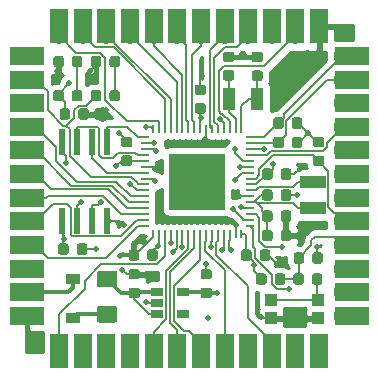
<source format=gbr>
G04 #@! TF.GenerationSoftware,KiCad,Pcbnew,(5.1.4-0-10_14)*
G04 #@! TF.CreationDate,2019-11-16T13:32:52-06:00*
G04 #@! TF.ProjectId,CircuitBrains Deluxe v1_0,43697263-7569-4744-9272-61696e732044,rev?*
G04 #@! TF.SameCoordinates,Original*
G04 #@! TF.FileFunction,Copper,L1,Top*
G04 #@! TF.FilePolarity,Positive*
%FSLAX46Y46*%
G04 Gerber Fmt 4.6, Leading zero omitted, Abs format (unit mm)*
G04 Created by KiCad (PCBNEW (5.1.4-0-10_14)) date 2019-11-16 13:32:52*
%MOMM*%
%LPD*%
G04 APERTURE LIST*
%ADD10C,0.100000*%
%ADD11C,0.875000*%
%ADD12R,1.200000X0.900000*%
%ADD13C,1.425000*%
%ADD14C,0.500000*%
%ADD15R,2.199640X1.016000*%
%ADD16R,1.000000X1.000000*%
%ADD17R,0.599440X2.199640*%
%ADD18R,1.060000X0.650000*%
%ADD19R,0.218440X0.698500*%
%ADD20R,0.698500X0.218440*%
%ADD21R,4.699000X4.699000*%
%ADD22R,1.099820X1.899920*%
%ADD23R,1.500000X3.000000*%
%ADD24R,3.000000X1.500000*%
%ADD25C,1.400000*%
%ADD26C,0.508000*%
%ADD27C,0.152400*%
%ADD28C,0.300000*%
%ADD29C,0.200000*%
%ADD30C,0.254000*%
G04 APERTURE END LIST*
D10*
G36*
X103274691Y-89327053D02*
G01*
X103295926Y-89330203D01*
X103316750Y-89335419D01*
X103336962Y-89342651D01*
X103356368Y-89351830D01*
X103374781Y-89362866D01*
X103392024Y-89375654D01*
X103407930Y-89390070D01*
X103422346Y-89405976D01*
X103435134Y-89423219D01*
X103446170Y-89441632D01*
X103455349Y-89461038D01*
X103462581Y-89481250D01*
X103467797Y-89502074D01*
X103470947Y-89523309D01*
X103472000Y-89544750D01*
X103472000Y-89982250D01*
X103470947Y-90003691D01*
X103467797Y-90024926D01*
X103462581Y-90045750D01*
X103455349Y-90065962D01*
X103446170Y-90085368D01*
X103435134Y-90103781D01*
X103422346Y-90121024D01*
X103407930Y-90136930D01*
X103392024Y-90151346D01*
X103374781Y-90164134D01*
X103356368Y-90175170D01*
X103336962Y-90184349D01*
X103316750Y-90191581D01*
X103295926Y-90196797D01*
X103274691Y-90199947D01*
X103253250Y-90201000D01*
X102740750Y-90201000D01*
X102719309Y-90199947D01*
X102698074Y-90196797D01*
X102677250Y-90191581D01*
X102657038Y-90184349D01*
X102637632Y-90175170D01*
X102619219Y-90164134D01*
X102601976Y-90151346D01*
X102586070Y-90136930D01*
X102571654Y-90121024D01*
X102558866Y-90103781D01*
X102547830Y-90085368D01*
X102538651Y-90065962D01*
X102531419Y-90045750D01*
X102526203Y-90024926D01*
X102523053Y-90003691D01*
X102522000Y-89982250D01*
X102522000Y-89544750D01*
X102523053Y-89523309D01*
X102526203Y-89502074D01*
X102531419Y-89481250D01*
X102538651Y-89461038D01*
X102547830Y-89441632D01*
X102558866Y-89423219D01*
X102571654Y-89405976D01*
X102586070Y-89390070D01*
X102601976Y-89375654D01*
X102619219Y-89362866D01*
X102637632Y-89351830D01*
X102657038Y-89342651D01*
X102677250Y-89335419D01*
X102698074Y-89330203D01*
X102719309Y-89327053D01*
X102740750Y-89326000D01*
X103253250Y-89326000D01*
X103274691Y-89327053D01*
X103274691Y-89327053D01*
G37*
D11*
X102997000Y-89763500D03*
D10*
G36*
X103274691Y-90902053D02*
G01*
X103295926Y-90905203D01*
X103316750Y-90910419D01*
X103336962Y-90917651D01*
X103356368Y-90926830D01*
X103374781Y-90937866D01*
X103392024Y-90950654D01*
X103407930Y-90965070D01*
X103422346Y-90980976D01*
X103435134Y-90998219D01*
X103446170Y-91016632D01*
X103455349Y-91036038D01*
X103462581Y-91056250D01*
X103467797Y-91077074D01*
X103470947Y-91098309D01*
X103472000Y-91119750D01*
X103472000Y-91557250D01*
X103470947Y-91578691D01*
X103467797Y-91599926D01*
X103462581Y-91620750D01*
X103455349Y-91640962D01*
X103446170Y-91660368D01*
X103435134Y-91678781D01*
X103422346Y-91696024D01*
X103407930Y-91711930D01*
X103392024Y-91726346D01*
X103374781Y-91739134D01*
X103356368Y-91750170D01*
X103336962Y-91759349D01*
X103316750Y-91766581D01*
X103295926Y-91771797D01*
X103274691Y-91774947D01*
X103253250Y-91776000D01*
X102740750Y-91776000D01*
X102719309Y-91774947D01*
X102698074Y-91771797D01*
X102677250Y-91766581D01*
X102657038Y-91759349D01*
X102637632Y-91750170D01*
X102619219Y-91739134D01*
X102601976Y-91726346D01*
X102586070Y-91711930D01*
X102571654Y-91696024D01*
X102558866Y-91678781D01*
X102547830Y-91660368D01*
X102538651Y-91640962D01*
X102531419Y-91620750D01*
X102526203Y-91599926D01*
X102523053Y-91578691D01*
X102522000Y-91557250D01*
X102522000Y-91119750D01*
X102523053Y-91098309D01*
X102526203Y-91077074D01*
X102531419Y-91056250D01*
X102538651Y-91036038D01*
X102547830Y-91016632D01*
X102558866Y-90998219D01*
X102571654Y-90980976D01*
X102586070Y-90965070D01*
X102601976Y-90950654D01*
X102619219Y-90937866D01*
X102637632Y-90926830D01*
X102657038Y-90917651D01*
X102677250Y-90910419D01*
X102698074Y-90905203D01*
X102719309Y-90902053D01*
X102740750Y-90901000D01*
X103253250Y-90901000D01*
X103274691Y-90902053D01*
X103274691Y-90902053D01*
G37*
D11*
X102997000Y-91338500D03*
D10*
G36*
X105687691Y-90927553D02*
G01*
X105708926Y-90930703D01*
X105729750Y-90935919D01*
X105749962Y-90943151D01*
X105769368Y-90952330D01*
X105787781Y-90963366D01*
X105805024Y-90976154D01*
X105820930Y-90990570D01*
X105835346Y-91006476D01*
X105848134Y-91023719D01*
X105859170Y-91042132D01*
X105868349Y-91061538D01*
X105875581Y-91081750D01*
X105880797Y-91102574D01*
X105883947Y-91123809D01*
X105885000Y-91145250D01*
X105885000Y-91582750D01*
X105883947Y-91604191D01*
X105880797Y-91625426D01*
X105875581Y-91646250D01*
X105868349Y-91666462D01*
X105859170Y-91685868D01*
X105848134Y-91704281D01*
X105835346Y-91721524D01*
X105820930Y-91737430D01*
X105805024Y-91751846D01*
X105787781Y-91764634D01*
X105769368Y-91775670D01*
X105749962Y-91784849D01*
X105729750Y-91792081D01*
X105708926Y-91797297D01*
X105687691Y-91800447D01*
X105666250Y-91801500D01*
X105153750Y-91801500D01*
X105132309Y-91800447D01*
X105111074Y-91797297D01*
X105090250Y-91792081D01*
X105070038Y-91784849D01*
X105050632Y-91775670D01*
X105032219Y-91764634D01*
X105014976Y-91751846D01*
X104999070Y-91737430D01*
X104984654Y-91721524D01*
X104971866Y-91704281D01*
X104960830Y-91685868D01*
X104951651Y-91666462D01*
X104944419Y-91646250D01*
X104939203Y-91625426D01*
X104936053Y-91604191D01*
X104935000Y-91582750D01*
X104935000Y-91145250D01*
X104936053Y-91123809D01*
X104939203Y-91102574D01*
X104944419Y-91081750D01*
X104951651Y-91061538D01*
X104960830Y-91042132D01*
X104971866Y-91023719D01*
X104984654Y-91006476D01*
X104999070Y-90990570D01*
X105014976Y-90976154D01*
X105032219Y-90963366D01*
X105050632Y-90952330D01*
X105070038Y-90943151D01*
X105090250Y-90935919D01*
X105111074Y-90930703D01*
X105132309Y-90927553D01*
X105153750Y-90926500D01*
X105666250Y-90926500D01*
X105687691Y-90927553D01*
X105687691Y-90927553D01*
G37*
D11*
X105410000Y-91364000D03*
D10*
G36*
X105687691Y-89352553D02*
G01*
X105708926Y-89355703D01*
X105729750Y-89360919D01*
X105749962Y-89368151D01*
X105769368Y-89377330D01*
X105787781Y-89388366D01*
X105805024Y-89401154D01*
X105820930Y-89415570D01*
X105835346Y-89431476D01*
X105848134Y-89448719D01*
X105859170Y-89467132D01*
X105868349Y-89486538D01*
X105875581Y-89506750D01*
X105880797Y-89527574D01*
X105883947Y-89548809D01*
X105885000Y-89570250D01*
X105885000Y-90007750D01*
X105883947Y-90029191D01*
X105880797Y-90050426D01*
X105875581Y-90071250D01*
X105868349Y-90091462D01*
X105859170Y-90110868D01*
X105848134Y-90129281D01*
X105835346Y-90146524D01*
X105820930Y-90162430D01*
X105805024Y-90176846D01*
X105787781Y-90189634D01*
X105769368Y-90200670D01*
X105749962Y-90209849D01*
X105729750Y-90217081D01*
X105708926Y-90222297D01*
X105687691Y-90225447D01*
X105666250Y-90226500D01*
X105153750Y-90226500D01*
X105132309Y-90225447D01*
X105111074Y-90222297D01*
X105090250Y-90217081D01*
X105070038Y-90209849D01*
X105050632Y-90200670D01*
X105032219Y-90189634D01*
X105014976Y-90176846D01*
X104999070Y-90162430D01*
X104984654Y-90146524D01*
X104971866Y-90129281D01*
X104960830Y-90110868D01*
X104951651Y-90091462D01*
X104944419Y-90071250D01*
X104939203Y-90050426D01*
X104936053Y-90029191D01*
X104935000Y-90007750D01*
X104935000Y-89570250D01*
X104936053Y-89548809D01*
X104939203Y-89527574D01*
X104944419Y-89506750D01*
X104951651Y-89486538D01*
X104960830Y-89467132D01*
X104971866Y-89448719D01*
X104984654Y-89431476D01*
X104999070Y-89415570D01*
X105014976Y-89401154D01*
X105032219Y-89388366D01*
X105050632Y-89377330D01*
X105070038Y-89368151D01*
X105090250Y-89360919D01*
X105111074Y-89355703D01*
X105132309Y-89352553D01*
X105153750Y-89351500D01*
X105666250Y-89351500D01*
X105687691Y-89352553D01*
X105687691Y-89352553D01*
G37*
D11*
X105410000Y-89789000D03*
D10*
G36*
X109180691Y-106333053D02*
G01*
X109201926Y-106336203D01*
X109222750Y-106341419D01*
X109242962Y-106348651D01*
X109262368Y-106357830D01*
X109280781Y-106368866D01*
X109298024Y-106381654D01*
X109313930Y-106396070D01*
X109328346Y-106411976D01*
X109341134Y-106429219D01*
X109352170Y-106447632D01*
X109361349Y-106467038D01*
X109368581Y-106487250D01*
X109373797Y-106508074D01*
X109376947Y-106529309D01*
X109378000Y-106550750D01*
X109378000Y-107063250D01*
X109376947Y-107084691D01*
X109373797Y-107105926D01*
X109368581Y-107126750D01*
X109361349Y-107146962D01*
X109352170Y-107166368D01*
X109341134Y-107184781D01*
X109328346Y-107202024D01*
X109313930Y-107217930D01*
X109298024Y-107232346D01*
X109280781Y-107245134D01*
X109262368Y-107256170D01*
X109242962Y-107265349D01*
X109222750Y-107272581D01*
X109201926Y-107277797D01*
X109180691Y-107280947D01*
X109159250Y-107282000D01*
X108721750Y-107282000D01*
X108700309Y-107280947D01*
X108679074Y-107277797D01*
X108658250Y-107272581D01*
X108638038Y-107265349D01*
X108618632Y-107256170D01*
X108600219Y-107245134D01*
X108582976Y-107232346D01*
X108567070Y-107217930D01*
X108552654Y-107202024D01*
X108539866Y-107184781D01*
X108528830Y-107166368D01*
X108519651Y-107146962D01*
X108512419Y-107126750D01*
X108507203Y-107105926D01*
X108504053Y-107084691D01*
X108503000Y-107063250D01*
X108503000Y-106550750D01*
X108504053Y-106529309D01*
X108507203Y-106508074D01*
X108512419Y-106487250D01*
X108519651Y-106467038D01*
X108528830Y-106447632D01*
X108539866Y-106429219D01*
X108552654Y-106411976D01*
X108567070Y-106396070D01*
X108582976Y-106381654D01*
X108600219Y-106368866D01*
X108618632Y-106357830D01*
X108638038Y-106348651D01*
X108658250Y-106341419D01*
X108679074Y-106336203D01*
X108700309Y-106333053D01*
X108721750Y-106332000D01*
X109159250Y-106332000D01*
X109180691Y-106333053D01*
X109180691Y-106333053D01*
G37*
D11*
X108940500Y-106807000D03*
D10*
G36*
X110755691Y-106333053D02*
G01*
X110776926Y-106336203D01*
X110797750Y-106341419D01*
X110817962Y-106348651D01*
X110837368Y-106357830D01*
X110855781Y-106368866D01*
X110873024Y-106381654D01*
X110888930Y-106396070D01*
X110903346Y-106411976D01*
X110916134Y-106429219D01*
X110927170Y-106447632D01*
X110936349Y-106467038D01*
X110943581Y-106487250D01*
X110948797Y-106508074D01*
X110951947Y-106529309D01*
X110953000Y-106550750D01*
X110953000Y-107063250D01*
X110951947Y-107084691D01*
X110948797Y-107105926D01*
X110943581Y-107126750D01*
X110936349Y-107146962D01*
X110927170Y-107166368D01*
X110916134Y-107184781D01*
X110903346Y-107202024D01*
X110888930Y-107217930D01*
X110873024Y-107232346D01*
X110855781Y-107245134D01*
X110837368Y-107256170D01*
X110817962Y-107265349D01*
X110797750Y-107272581D01*
X110776926Y-107277797D01*
X110755691Y-107280947D01*
X110734250Y-107282000D01*
X110296750Y-107282000D01*
X110275309Y-107280947D01*
X110254074Y-107277797D01*
X110233250Y-107272581D01*
X110213038Y-107265349D01*
X110193632Y-107256170D01*
X110175219Y-107245134D01*
X110157976Y-107232346D01*
X110142070Y-107217930D01*
X110127654Y-107202024D01*
X110114866Y-107184781D01*
X110103830Y-107166368D01*
X110094651Y-107146962D01*
X110087419Y-107126750D01*
X110082203Y-107105926D01*
X110079053Y-107084691D01*
X110078000Y-107063250D01*
X110078000Y-106550750D01*
X110079053Y-106529309D01*
X110082203Y-106508074D01*
X110087419Y-106487250D01*
X110094651Y-106467038D01*
X110103830Y-106447632D01*
X110114866Y-106429219D01*
X110127654Y-106411976D01*
X110142070Y-106396070D01*
X110157976Y-106381654D01*
X110175219Y-106368866D01*
X110193632Y-106357830D01*
X110213038Y-106348651D01*
X110233250Y-106341419D01*
X110254074Y-106336203D01*
X110275309Y-106333053D01*
X110296750Y-106332000D01*
X110734250Y-106332000D01*
X110755691Y-106333053D01*
X110755691Y-106333053D01*
G37*
D11*
X110515500Y-106807000D03*
D10*
G36*
X95273691Y-107742053D02*
G01*
X95294926Y-107745203D01*
X95315750Y-107750419D01*
X95335962Y-107757651D01*
X95355368Y-107766830D01*
X95373781Y-107777866D01*
X95391024Y-107790654D01*
X95406930Y-107805070D01*
X95421346Y-107820976D01*
X95434134Y-107838219D01*
X95445170Y-107856632D01*
X95454349Y-107876038D01*
X95461581Y-107896250D01*
X95466797Y-107917074D01*
X95469947Y-107938309D01*
X95471000Y-107959750D01*
X95471000Y-108397250D01*
X95469947Y-108418691D01*
X95466797Y-108439926D01*
X95461581Y-108460750D01*
X95454349Y-108480962D01*
X95445170Y-108500368D01*
X95434134Y-108518781D01*
X95421346Y-108536024D01*
X95406930Y-108551930D01*
X95391024Y-108566346D01*
X95373781Y-108579134D01*
X95355368Y-108590170D01*
X95335962Y-108599349D01*
X95315750Y-108606581D01*
X95294926Y-108611797D01*
X95273691Y-108614947D01*
X95252250Y-108616000D01*
X94739750Y-108616000D01*
X94718309Y-108614947D01*
X94697074Y-108611797D01*
X94676250Y-108606581D01*
X94656038Y-108599349D01*
X94636632Y-108590170D01*
X94618219Y-108579134D01*
X94600976Y-108566346D01*
X94585070Y-108551930D01*
X94570654Y-108536024D01*
X94557866Y-108518781D01*
X94546830Y-108500368D01*
X94537651Y-108480962D01*
X94530419Y-108460750D01*
X94525203Y-108439926D01*
X94522053Y-108418691D01*
X94521000Y-108397250D01*
X94521000Y-107959750D01*
X94522053Y-107938309D01*
X94525203Y-107917074D01*
X94530419Y-107896250D01*
X94537651Y-107876038D01*
X94546830Y-107856632D01*
X94557866Y-107838219D01*
X94570654Y-107820976D01*
X94585070Y-107805070D01*
X94600976Y-107790654D01*
X94618219Y-107777866D01*
X94636632Y-107766830D01*
X94656038Y-107757651D01*
X94676250Y-107750419D01*
X94697074Y-107745203D01*
X94718309Y-107742053D01*
X94739750Y-107741000D01*
X95252250Y-107741000D01*
X95273691Y-107742053D01*
X95273691Y-107742053D01*
G37*
D11*
X94996000Y-108178500D03*
D10*
G36*
X95273691Y-109317053D02*
G01*
X95294926Y-109320203D01*
X95315750Y-109325419D01*
X95335962Y-109332651D01*
X95355368Y-109341830D01*
X95373781Y-109352866D01*
X95391024Y-109365654D01*
X95406930Y-109380070D01*
X95421346Y-109395976D01*
X95434134Y-109413219D01*
X95445170Y-109431632D01*
X95454349Y-109451038D01*
X95461581Y-109471250D01*
X95466797Y-109492074D01*
X95469947Y-109513309D01*
X95471000Y-109534750D01*
X95471000Y-109972250D01*
X95469947Y-109993691D01*
X95466797Y-110014926D01*
X95461581Y-110035750D01*
X95454349Y-110055962D01*
X95445170Y-110075368D01*
X95434134Y-110093781D01*
X95421346Y-110111024D01*
X95406930Y-110126930D01*
X95391024Y-110141346D01*
X95373781Y-110154134D01*
X95355368Y-110165170D01*
X95335962Y-110174349D01*
X95315750Y-110181581D01*
X95294926Y-110186797D01*
X95273691Y-110189947D01*
X95252250Y-110191000D01*
X94739750Y-110191000D01*
X94718309Y-110189947D01*
X94697074Y-110186797D01*
X94676250Y-110181581D01*
X94656038Y-110174349D01*
X94636632Y-110165170D01*
X94618219Y-110154134D01*
X94600976Y-110141346D01*
X94585070Y-110126930D01*
X94570654Y-110111024D01*
X94557866Y-110093781D01*
X94546830Y-110075368D01*
X94537651Y-110055962D01*
X94530419Y-110035750D01*
X94525203Y-110014926D01*
X94522053Y-109993691D01*
X94521000Y-109972250D01*
X94521000Y-109534750D01*
X94522053Y-109513309D01*
X94525203Y-109492074D01*
X94530419Y-109471250D01*
X94537651Y-109451038D01*
X94546830Y-109431632D01*
X94557866Y-109413219D01*
X94570654Y-109395976D01*
X94585070Y-109380070D01*
X94600976Y-109365654D01*
X94618219Y-109352866D01*
X94636632Y-109341830D01*
X94656038Y-109332651D01*
X94676250Y-109325419D01*
X94697074Y-109320203D01*
X94718309Y-109317053D01*
X94739750Y-109316000D01*
X95252250Y-109316000D01*
X95273691Y-109317053D01*
X95273691Y-109317053D01*
G37*
D11*
X94996000Y-109753500D03*
D10*
G36*
X90943691Y-94141053D02*
G01*
X90964926Y-94144203D01*
X90985750Y-94149419D01*
X91005962Y-94156651D01*
X91025368Y-94165830D01*
X91043781Y-94176866D01*
X91061024Y-94189654D01*
X91076930Y-94204070D01*
X91091346Y-94219976D01*
X91104134Y-94237219D01*
X91115170Y-94255632D01*
X91124349Y-94275038D01*
X91131581Y-94295250D01*
X91136797Y-94316074D01*
X91139947Y-94337309D01*
X91141000Y-94358750D01*
X91141000Y-94871250D01*
X91139947Y-94892691D01*
X91136797Y-94913926D01*
X91131581Y-94934750D01*
X91124349Y-94954962D01*
X91115170Y-94974368D01*
X91104134Y-94992781D01*
X91091346Y-95010024D01*
X91076930Y-95025930D01*
X91061024Y-95040346D01*
X91043781Y-95053134D01*
X91025368Y-95064170D01*
X91005962Y-95073349D01*
X90985750Y-95080581D01*
X90964926Y-95085797D01*
X90943691Y-95088947D01*
X90922250Y-95090000D01*
X90484750Y-95090000D01*
X90463309Y-95088947D01*
X90442074Y-95085797D01*
X90421250Y-95080581D01*
X90401038Y-95073349D01*
X90381632Y-95064170D01*
X90363219Y-95053134D01*
X90345976Y-95040346D01*
X90330070Y-95025930D01*
X90315654Y-95010024D01*
X90302866Y-94992781D01*
X90291830Y-94974368D01*
X90282651Y-94954962D01*
X90275419Y-94934750D01*
X90270203Y-94913926D01*
X90267053Y-94892691D01*
X90266000Y-94871250D01*
X90266000Y-94358750D01*
X90267053Y-94337309D01*
X90270203Y-94316074D01*
X90275419Y-94295250D01*
X90282651Y-94275038D01*
X90291830Y-94255632D01*
X90302866Y-94237219D01*
X90315654Y-94219976D01*
X90330070Y-94204070D01*
X90345976Y-94189654D01*
X90363219Y-94176866D01*
X90381632Y-94165830D01*
X90401038Y-94156651D01*
X90421250Y-94149419D01*
X90442074Y-94144203D01*
X90463309Y-94141053D01*
X90484750Y-94140000D01*
X90922250Y-94140000D01*
X90943691Y-94141053D01*
X90943691Y-94141053D01*
G37*
D11*
X90703500Y-94615000D03*
D10*
G36*
X89368691Y-94141053D02*
G01*
X89389926Y-94144203D01*
X89410750Y-94149419D01*
X89430962Y-94156651D01*
X89450368Y-94165830D01*
X89468781Y-94176866D01*
X89486024Y-94189654D01*
X89501930Y-94204070D01*
X89516346Y-94219976D01*
X89529134Y-94237219D01*
X89540170Y-94255632D01*
X89549349Y-94275038D01*
X89556581Y-94295250D01*
X89561797Y-94316074D01*
X89564947Y-94337309D01*
X89566000Y-94358750D01*
X89566000Y-94871250D01*
X89564947Y-94892691D01*
X89561797Y-94913926D01*
X89556581Y-94934750D01*
X89549349Y-94954962D01*
X89540170Y-94974368D01*
X89529134Y-94992781D01*
X89516346Y-95010024D01*
X89501930Y-95025930D01*
X89486024Y-95040346D01*
X89468781Y-95053134D01*
X89450368Y-95064170D01*
X89430962Y-95073349D01*
X89410750Y-95080581D01*
X89389926Y-95085797D01*
X89368691Y-95088947D01*
X89347250Y-95090000D01*
X88909750Y-95090000D01*
X88888309Y-95088947D01*
X88867074Y-95085797D01*
X88846250Y-95080581D01*
X88826038Y-95073349D01*
X88806632Y-95064170D01*
X88788219Y-95053134D01*
X88770976Y-95040346D01*
X88755070Y-95025930D01*
X88740654Y-95010024D01*
X88727866Y-94992781D01*
X88716830Y-94974368D01*
X88707651Y-94954962D01*
X88700419Y-94934750D01*
X88695203Y-94913926D01*
X88692053Y-94892691D01*
X88691000Y-94871250D01*
X88691000Y-94358750D01*
X88692053Y-94337309D01*
X88695203Y-94316074D01*
X88700419Y-94295250D01*
X88707651Y-94275038D01*
X88716830Y-94255632D01*
X88727866Y-94237219D01*
X88740654Y-94219976D01*
X88755070Y-94204070D01*
X88770976Y-94189654D01*
X88788219Y-94176866D01*
X88806632Y-94165830D01*
X88826038Y-94156651D01*
X88846250Y-94149419D01*
X88867074Y-94144203D01*
X88888309Y-94141053D01*
X88909750Y-94140000D01*
X89347250Y-94140000D01*
X89368691Y-94141053D01*
X89368691Y-94141053D01*
G37*
D11*
X89128500Y-94615000D03*
D10*
G36*
X106513691Y-104428053D02*
G01*
X106534926Y-104431203D01*
X106555750Y-104436419D01*
X106575962Y-104443651D01*
X106595368Y-104452830D01*
X106613781Y-104463866D01*
X106631024Y-104476654D01*
X106646930Y-104491070D01*
X106661346Y-104506976D01*
X106674134Y-104524219D01*
X106685170Y-104542632D01*
X106694349Y-104562038D01*
X106701581Y-104582250D01*
X106706797Y-104603074D01*
X106709947Y-104624309D01*
X106711000Y-104645750D01*
X106711000Y-105158250D01*
X106709947Y-105179691D01*
X106706797Y-105200926D01*
X106701581Y-105221750D01*
X106694349Y-105241962D01*
X106685170Y-105261368D01*
X106674134Y-105279781D01*
X106661346Y-105297024D01*
X106646930Y-105312930D01*
X106631024Y-105327346D01*
X106613781Y-105340134D01*
X106595368Y-105351170D01*
X106575962Y-105360349D01*
X106555750Y-105367581D01*
X106534926Y-105372797D01*
X106513691Y-105375947D01*
X106492250Y-105377000D01*
X106054750Y-105377000D01*
X106033309Y-105375947D01*
X106012074Y-105372797D01*
X105991250Y-105367581D01*
X105971038Y-105360349D01*
X105951632Y-105351170D01*
X105933219Y-105340134D01*
X105915976Y-105327346D01*
X105900070Y-105312930D01*
X105885654Y-105297024D01*
X105872866Y-105279781D01*
X105861830Y-105261368D01*
X105852651Y-105241962D01*
X105845419Y-105221750D01*
X105840203Y-105200926D01*
X105837053Y-105179691D01*
X105836000Y-105158250D01*
X105836000Y-104645750D01*
X105837053Y-104624309D01*
X105840203Y-104603074D01*
X105845419Y-104582250D01*
X105852651Y-104562038D01*
X105861830Y-104542632D01*
X105872866Y-104524219D01*
X105885654Y-104506976D01*
X105900070Y-104491070D01*
X105915976Y-104476654D01*
X105933219Y-104463866D01*
X105951632Y-104452830D01*
X105971038Y-104443651D01*
X105991250Y-104436419D01*
X106012074Y-104431203D01*
X106033309Y-104428053D01*
X106054750Y-104427000D01*
X106492250Y-104427000D01*
X106513691Y-104428053D01*
X106513691Y-104428053D01*
G37*
D11*
X106273500Y-104902000D03*
D10*
G36*
X108088691Y-104428053D02*
G01*
X108109926Y-104431203D01*
X108130750Y-104436419D01*
X108150962Y-104443651D01*
X108170368Y-104452830D01*
X108188781Y-104463866D01*
X108206024Y-104476654D01*
X108221930Y-104491070D01*
X108236346Y-104506976D01*
X108249134Y-104524219D01*
X108260170Y-104542632D01*
X108269349Y-104562038D01*
X108276581Y-104582250D01*
X108281797Y-104603074D01*
X108284947Y-104624309D01*
X108286000Y-104645750D01*
X108286000Y-105158250D01*
X108284947Y-105179691D01*
X108281797Y-105200926D01*
X108276581Y-105221750D01*
X108269349Y-105241962D01*
X108260170Y-105261368D01*
X108249134Y-105279781D01*
X108236346Y-105297024D01*
X108221930Y-105312930D01*
X108206024Y-105327346D01*
X108188781Y-105340134D01*
X108170368Y-105351170D01*
X108150962Y-105360349D01*
X108130750Y-105367581D01*
X108109926Y-105372797D01*
X108088691Y-105375947D01*
X108067250Y-105377000D01*
X107629750Y-105377000D01*
X107608309Y-105375947D01*
X107587074Y-105372797D01*
X107566250Y-105367581D01*
X107546038Y-105360349D01*
X107526632Y-105351170D01*
X107508219Y-105340134D01*
X107490976Y-105327346D01*
X107475070Y-105312930D01*
X107460654Y-105297024D01*
X107447866Y-105279781D01*
X107436830Y-105261368D01*
X107427651Y-105241962D01*
X107420419Y-105221750D01*
X107415203Y-105200926D01*
X107412053Y-105179691D01*
X107411000Y-105158250D01*
X107411000Y-104645750D01*
X107412053Y-104624309D01*
X107415203Y-104603074D01*
X107420419Y-104582250D01*
X107427651Y-104562038D01*
X107436830Y-104542632D01*
X107447866Y-104524219D01*
X107460654Y-104506976D01*
X107475070Y-104491070D01*
X107490976Y-104476654D01*
X107508219Y-104463866D01*
X107526632Y-104452830D01*
X107546038Y-104443651D01*
X107566250Y-104436419D01*
X107587074Y-104431203D01*
X107608309Y-104428053D01*
X107629750Y-104427000D01*
X108067250Y-104427000D01*
X108088691Y-104428053D01*
X108088691Y-104428053D01*
G37*
D11*
X107848500Y-104902000D03*
D10*
G36*
X101369691Y-109317053D02*
G01*
X101390926Y-109320203D01*
X101411750Y-109325419D01*
X101431962Y-109332651D01*
X101451368Y-109341830D01*
X101469781Y-109352866D01*
X101487024Y-109365654D01*
X101502930Y-109380070D01*
X101517346Y-109395976D01*
X101530134Y-109413219D01*
X101541170Y-109431632D01*
X101550349Y-109451038D01*
X101557581Y-109471250D01*
X101562797Y-109492074D01*
X101565947Y-109513309D01*
X101567000Y-109534750D01*
X101567000Y-109972250D01*
X101565947Y-109993691D01*
X101562797Y-110014926D01*
X101557581Y-110035750D01*
X101550349Y-110055962D01*
X101541170Y-110075368D01*
X101530134Y-110093781D01*
X101517346Y-110111024D01*
X101502930Y-110126930D01*
X101487024Y-110141346D01*
X101469781Y-110154134D01*
X101451368Y-110165170D01*
X101431962Y-110174349D01*
X101411750Y-110181581D01*
X101390926Y-110186797D01*
X101369691Y-110189947D01*
X101348250Y-110191000D01*
X100835750Y-110191000D01*
X100814309Y-110189947D01*
X100793074Y-110186797D01*
X100772250Y-110181581D01*
X100752038Y-110174349D01*
X100732632Y-110165170D01*
X100714219Y-110154134D01*
X100696976Y-110141346D01*
X100681070Y-110126930D01*
X100666654Y-110111024D01*
X100653866Y-110093781D01*
X100642830Y-110075368D01*
X100633651Y-110055962D01*
X100626419Y-110035750D01*
X100621203Y-110014926D01*
X100618053Y-109993691D01*
X100617000Y-109972250D01*
X100617000Y-109534750D01*
X100618053Y-109513309D01*
X100621203Y-109492074D01*
X100626419Y-109471250D01*
X100633651Y-109451038D01*
X100642830Y-109431632D01*
X100653866Y-109413219D01*
X100666654Y-109395976D01*
X100681070Y-109380070D01*
X100696976Y-109365654D01*
X100714219Y-109352866D01*
X100732632Y-109341830D01*
X100752038Y-109332651D01*
X100772250Y-109325419D01*
X100793074Y-109320203D01*
X100814309Y-109317053D01*
X100835750Y-109316000D01*
X101348250Y-109316000D01*
X101369691Y-109317053D01*
X101369691Y-109317053D01*
G37*
D11*
X101092000Y-109753500D03*
D10*
G36*
X101369691Y-107742053D02*
G01*
X101390926Y-107745203D01*
X101411750Y-107750419D01*
X101431962Y-107757651D01*
X101451368Y-107766830D01*
X101469781Y-107777866D01*
X101487024Y-107790654D01*
X101502930Y-107805070D01*
X101517346Y-107820976D01*
X101530134Y-107838219D01*
X101541170Y-107856632D01*
X101550349Y-107876038D01*
X101557581Y-107896250D01*
X101562797Y-107917074D01*
X101565947Y-107938309D01*
X101567000Y-107959750D01*
X101567000Y-108397250D01*
X101565947Y-108418691D01*
X101562797Y-108439926D01*
X101557581Y-108460750D01*
X101550349Y-108480962D01*
X101541170Y-108500368D01*
X101530134Y-108518781D01*
X101517346Y-108536024D01*
X101502930Y-108551930D01*
X101487024Y-108566346D01*
X101469781Y-108579134D01*
X101451368Y-108590170D01*
X101431962Y-108599349D01*
X101411750Y-108606581D01*
X101390926Y-108611797D01*
X101369691Y-108614947D01*
X101348250Y-108616000D01*
X100835750Y-108616000D01*
X100814309Y-108614947D01*
X100793074Y-108611797D01*
X100772250Y-108606581D01*
X100752038Y-108599349D01*
X100732632Y-108590170D01*
X100714219Y-108579134D01*
X100696976Y-108566346D01*
X100681070Y-108551930D01*
X100666654Y-108536024D01*
X100653866Y-108518781D01*
X100642830Y-108500368D01*
X100633651Y-108480962D01*
X100626419Y-108460750D01*
X100621203Y-108439926D01*
X100618053Y-108418691D01*
X100617000Y-108397250D01*
X100617000Y-107959750D01*
X100618053Y-107938309D01*
X100621203Y-107917074D01*
X100626419Y-107896250D01*
X100633651Y-107876038D01*
X100642830Y-107856632D01*
X100653866Y-107838219D01*
X100666654Y-107820976D01*
X100681070Y-107805070D01*
X100696976Y-107790654D01*
X100714219Y-107777866D01*
X100732632Y-107766830D01*
X100752038Y-107757651D01*
X100772250Y-107750419D01*
X100793074Y-107745203D01*
X100814309Y-107742053D01*
X100835750Y-107741000D01*
X101348250Y-107741000D01*
X101369691Y-107742053D01*
X101369691Y-107742053D01*
G37*
D11*
X101092000Y-108178500D03*
D10*
G36*
X108088691Y-102777053D02*
G01*
X108109926Y-102780203D01*
X108130750Y-102785419D01*
X108150962Y-102792651D01*
X108170368Y-102801830D01*
X108188781Y-102812866D01*
X108206024Y-102825654D01*
X108221930Y-102840070D01*
X108236346Y-102855976D01*
X108249134Y-102873219D01*
X108260170Y-102891632D01*
X108269349Y-102911038D01*
X108276581Y-102931250D01*
X108281797Y-102952074D01*
X108284947Y-102973309D01*
X108286000Y-102994750D01*
X108286000Y-103507250D01*
X108284947Y-103528691D01*
X108281797Y-103549926D01*
X108276581Y-103570750D01*
X108269349Y-103590962D01*
X108260170Y-103610368D01*
X108249134Y-103628781D01*
X108236346Y-103646024D01*
X108221930Y-103661930D01*
X108206024Y-103676346D01*
X108188781Y-103689134D01*
X108170368Y-103700170D01*
X108150962Y-103709349D01*
X108130750Y-103716581D01*
X108109926Y-103721797D01*
X108088691Y-103724947D01*
X108067250Y-103726000D01*
X107629750Y-103726000D01*
X107608309Y-103724947D01*
X107587074Y-103721797D01*
X107566250Y-103716581D01*
X107546038Y-103709349D01*
X107526632Y-103700170D01*
X107508219Y-103689134D01*
X107490976Y-103676346D01*
X107475070Y-103661930D01*
X107460654Y-103646024D01*
X107447866Y-103628781D01*
X107436830Y-103610368D01*
X107427651Y-103590962D01*
X107420419Y-103570750D01*
X107415203Y-103549926D01*
X107412053Y-103528691D01*
X107411000Y-103507250D01*
X107411000Y-102994750D01*
X107412053Y-102973309D01*
X107415203Y-102952074D01*
X107420419Y-102931250D01*
X107427651Y-102911038D01*
X107436830Y-102891632D01*
X107447866Y-102873219D01*
X107460654Y-102855976D01*
X107475070Y-102840070D01*
X107490976Y-102825654D01*
X107508219Y-102812866D01*
X107526632Y-102801830D01*
X107546038Y-102792651D01*
X107566250Y-102785419D01*
X107587074Y-102780203D01*
X107608309Y-102777053D01*
X107629750Y-102776000D01*
X108067250Y-102776000D01*
X108088691Y-102777053D01*
X108088691Y-102777053D01*
G37*
D11*
X107848500Y-103251000D03*
D10*
G36*
X106513691Y-102777053D02*
G01*
X106534926Y-102780203D01*
X106555750Y-102785419D01*
X106575962Y-102792651D01*
X106595368Y-102801830D01*
X106613781Y-102812866D01*
X106631024Y-102825654D01*
X106646930Y-102840070D01*
X106661346Y-102855976D01*
X106674134Y-102873219D01*
X106685170Y-102891632D01*
X106694349Y-102911038D01*
X106701581Y-102931250D01*
X106706797Y-102952074D01*
X106709947Y-102973309D01*
X106711000Y-102994750D01*
X106711000Y-103507250D01*
X106709947Y-103528691D01*
X106706797Y-103549926D01*
X106701581Y-103570750D01*
X106694349Y-103590962D01*
X106685170Y-103610368D01*
X106674134Y-103628781D01*
X106661346Y-103646024D01*
X106646930Y-103661930D01*
X106631024Y-103676346D01*
X106613781Y-103689134D01*
X106595368Y-103700170D01*
X106575962Y-103709349D01*
X106555750Y-103716581D01*
X106534926Y-103721797D01*
X106513691Y-103724947D01*
X106492250Y-103726000D01*
X106054750Y-103726000D01*
X106033309Y-103724947D01*
X106012074Y-103721797D01*
X105991250Y-103716581D01*
X105971038Y-103709349D01*
X105951632Y-103700170D01*
X105933219Y-103689134D01*
X105915976Y-103676346D01*
X105900070Y-103661930D01*
X105885654Y-103646024D01*
X105872866Y-103628781D01*
X105861830Y-103610368D01*
X105852651Y-103590962D01*
X105845419Y-103570750D01*
X105840203Y-103549926D01*
X105837053Y-103528691D01*
X105836000Y-103507250D01*
X105836000Y-102994750D01*
X105837053Y-102973309D01*
X105840203Y-102952074D01*
X105845419Y-102931250D01*
X105852651Y-102911038D01*
X105861830Y-102891632D01*
X105872866Y-102873219D01*
X105885654Y-102855976D01*
X105900070Y-102840070D01*
X105915976Y-102825654D01*
X105933219Y-102812866D01*
X105951632Y-102801830D01*
X105971038Y-102792651D01*
X105991250Y-102785419D01*
X106012074Y-102780203D01*
X106033309Y-102777053D01*
X106054750Y-102776000D01*
X106492250Y-102776000D01*
X106513691Y-102777053D01*
X106513691Y-102777053D01*
G37*
D11*
X106273500Y-103251000D03*
D10*
G36*
X106513691Y-100999053D02*
G01*
X106534926Y-101002203D01*
X106555750Y-101007419D01*
X106575962Y-101014651D01*
X106595368Y-101023830D01*
X106613781Y-101034866D01*
X106631024Y-101047654D01*
X106646930Y-101062070D01*
X106661346Y-101077976D01*
X106674134Y-101095219D01*
X106685170Y-101113632D01*
X106694349Y-101133038D01*
X106701581Y-101153250D01*
X106706797Y-101174074D01*
X106709947Y-101195309D01*
X106711000Y-101216750D01*
X106711000Y-101729250D01*
X106709947Y-101750691D01*
X106706797Y-101771926D01*
X106701581Y-101792750D01*
X106694349Y-101812962D01*
X106685170Y-101832368D01*
X106674134Y-101850781D01*
X106661346Y-101868024D01*
X106646930Y-101883930D01*
X106631024Y-101898346D01*
X106613781Y-101911134D01*
X106595368Y-101922170D01*
X106575962Y-101931349D01*
X106555750Y-101938581D01*
X106534926Y-101943797D01*
X106513691Y-101946947D01*
X106492250Y-101948000D01*
X106054750Y-101948000D01*
X106033309Y-101946947D01*
X106012074Y-101943797D01*
X105991250Y-101938581D01*
X105971038Y-101931349D01*
X105951632Y-101922170D01*
X105933219Y-101911134D01*
X105915976Y-101898346D01*
X105900070Y-101883930D01*
X105885654Y-101868024D01*
X105872866Y-101850781D01*
X105861830Y-101832368D01*
X105852651Y-101812962D01*
X105845419Y-101792750D01*
X105840203Y-101771926D01*
X105837053Y-101750691D01*
X105836000Y-101729250D01*
X105836000Y-101216750D01*
X105837053Y-101195309D01*
X105840203Y-101174074D01*
X105845419Y-101153250D01*
X105852651Y-101133038D01*
X105861830Y-101113632D01*
X105872866Y-101095219D01*
X105885654Y-101077976D01*
X105900070Y-101062070D01*
X105915976Y-101047654D01*
X105933219Y-101034866D01*
X105951632Y-101023830D01*
X105971038Y-101014651D01*
X105991250Y-101007419D01*
X106012074Y-101002203D01*
X106033309Y-100999053D01*
X106054750Y-100998000D01*
X106492250Y-100998000D01*
X106513691Y-100999053D01*
X106513691Y-100999053D01*
G37*
D11*
X106273500Y-101473000D03*
D10*
G36*
X108088691Y-100999053D02*
G01*
X108109926Y-101002203D01*
X108130750Y-101007419D01*
X108150962Y-101014651D01*
X108170368Y-101023830D01*
X108188781Y-101034866D01*
X108206024Y-101047654D01*
X108221930Y-101062070D01*
X108236346Y-101077976D01*
X108249134Y-101095219D01*
X108260170Y-101113632D01*
X108269349Y-101133038D01*
X108276581Y-101153250D01*
X108281797Y-101174074D01*
X108284947Y-101195309D01*
X108286000Y-101216750D01*
X108286000Y-101729250D01*
X108284947Y-101750691D01*
X108281797Y-101771926D01*
X108276581Y-101792750D01*
X108269349Y-101812962D01*
X108260170Y-101832368D01*
X108249134Y-101850781D01*
X108236346Y-101868024D01*
X108221930Y-101883930D01*
X108206024Y-101898346D01*
X108188781Y-101911134D01*
X108170368Y-101922170D01*
X108150962Y-101931349D01*
X108130750Y-101938581D01*
X108109926Y-101943797D01*
X108088691Y-101946947D01*
X108067250Y-101948000D01*
X107629750Y-101948000D01*
X107608309Y-101946947D01*
X107587074Y-101943797D01*
X107566250Y-101938581D01*
X107546038Y-101931349D01*
X107526632Y-101922170D01*
X107508219Y-101911134D01*
X107490976Y-101898346D01*
X107475070Y-101883930D01*
X107460654Y-101868024D01*
X107447866Y-101850781D01*
X107436830Y-101832368D01*
X107427651Y-101812962D01*
X107420419Y-101792750D01*
X107415203Y-101771926D01*
X107412053Y-101750691D01*
X107411000Y-101729250D01*
X107411000Y-101216750D01*
X107412053Y-101195309D01*
X107415203Y-101174074D01*
X107420419Y-101153250D01*
X107427651Y-101133038D01*
X107436830Y-101113632D01*
X107447866Y-101095219D01*
X107460654Y-101077976D01*
X107475070Y-101062070D01*
X107490976Y-101047654D01*
X107508219Y-101034866D01*
X107526632Y-101023830D01*
X107546038Y-101014651D01*
X107566250Y-101007419D01*
X107587074Y-101002203D01*
X107608309Y-100999053D01*
X107629750Y-100998000D01*
X108067250Y-100998000D01*
X108088691Y-100999053D01*
X108088691Y-100999053D01*
G37*
D11*
X107848500Y-101473000D03*
D10*
G36*
X100861691Y-92121053D02*
G01*
X100882926Y-92124203D01*
X100903750Y-92129419D01*
X100923962Y-92136651D01*
X100943368Y-92145830D01*
X100961781Y-92156866D01*
X100979024Y-92169654D01*
X100994930Y-92184070D01*
X101009346Y-92199976D01*
X101022134Y-92217219D01*
X101033170Y-92235632D01*
X101042349Y-92255038D01*
X101049581Y-92275250D01*
X101054797Y-92296074D01*
X101057947Y-92317309D01*
X101059000Y-92338750D01*
X101059000Y-92776250D01*
X101057947Y-92797691D01*
X101054797Y-92818926D01*
X101049581Y-92839750D01*
X101042349Y-92859962D01*
X101033170Y-92879368D01*
X101022134Y-92897781D01*
X101009346Y-92915024D01*
X100994930Y-92930930D01*
X100979024Y-92945346D01*
X100961781Y-92958134D01*
X100943368Y-92969170D01*
X100923962Y-92978349D01*
X100903750Y-92985581D01*
X100882926Y-92990797D01*
X100861691Y-92993947D01*
X100840250Y-92995000D01*
X100327750Y-92995000D01*
X100306309Y-92993947D01*
X100285074Y-92990797D01*
X100264250Y-92985581D01*
X100244038Y-92978349D01*
X100224632Y-92969170D01*
X100206219Y-92958134D01*
X100188976Y-92945346D01*
X100173070Y-92930930D01*
X100158654Y-92915024D01*
X100145866Y-92897781D01*
X100134830Y-92879368D01*
X100125651Y-92859962D01*
X100118419Y-92839750D01*
X100113203Y-92818926D01*
X100110053Y-92797691D01*
X100109000Y-92776250D01*
X100109000Y-92338750D01*
X100110053Y-92317309D01*
X100113203Y-92296074D01*
X100118419Y-92275250D01*
X100125651Y-92255038D01*
X100134830Y-92235632D01*
X100145866Y-92217219D01*
X100158654Y-92199976D01*
X100173070Y-92184070D01*
X100188976Y-92169654D01*
X100206219Y-92156866D01*
X100224632Y-92145830D01*
X100244038Y-92136651D01*
X100264250Y-92129419D01*
X100285074Y-92124203D01*
X100306309Y-92121053D01*
X100327750Y-92120000D01*
X100840250Y-92120000D01*
X100861691Y-92121053D01*
X100861691Y-92121053D01*
G37*
D11*
X100584000Y-92557500D03*
D10*
G36*
X100861691Y-93696053D02*
G01*
X100882926Y-93699203D01*
X100903750Y-93704419D01*
X100923962Y-93711651D01*
X100943368Y-93720830D01*
X100961781Y-93731866D01*
X100979024Y-93744654D01*
X100994930Y-93759070D01*
X101009346Y-93774976D01*
X101022134Y-93792219D01*
X101033170Y-93810632D01*
X101042349Y-93830038D01*
X101049581Y-93850250D01*
X101054797Y-93871074D01*
X101057947Y-93892309D01*
X101059000Y-93913750D01*
X101059000Y-94351250D01*
X101057947Y-94372691D01*
X101054797Y-94393926D01*
X101049581Y-94414750D01*
X101042349Y-94434962D01*
X101033170Y-94454368D01*
X101022134Y-94472781D01*
X101009346Y-94490024D01*
X100994930Y-94505930D01*
X100979024Y-94520346D01*
X100961781Y-94533134D01*
X100943368Y-94544170D01*
X100923962Y-94553349D01*
X100903750Y-94560581D01*
X100882926Y-94565797D01*
X100861691Y-94568947D01*
X100840250Y-94570000D01*
X100327750Y-94570000D01*
X100306309Y-94568947D01*
X100285074Y-94565797D01*
X100264250Y-94560581D01*
X100244038Y-94553349D01*
X100224632Y-94544170D01*
X100206219Y-94533134D01*
X100188976Y-94520346D01*
X100173070Y-94505930D01*
X100158654Y-94490024D01*
X100145866Y-94472781D01*
X100134830Y-94454368D01*
X100125651Y-94434962D01*
X100118419Y-94414750D01*
X100113203Y-94393926D01*
X100110053Y-94372691D01*
X100109000Y-94351250D01*
X100109000Y-93913750D01*
X100110053Y-93892309D01*
X100113203Y-93871074D01*
X100118419Y-93850250D01*
X100125651Y-93830038D01*
X100134830Y-93810632D01*
X100145866Y-93792219D01*
X100158654Y-93774976D01*
X100173070Y-93759070D01*
X100188976Y-93744654D01*
X100206219Y-93731866D01*
X100224632Y-93720830D01*
X100244038Y-93711651D01*
X100264250Y-93704419D01*
X100285074Y-93699203D01*
X100306309Y-93696053D01*
X100327750Y-93695000D01*
X100840250Y-93695000D01*
X100861691Y-93696053D01*
X100861691Y-93696053D01*
G37*
D11*
X100584000Y-94132500D03*
D10*
G36*
X94638691Y-98115553D02*
G01*
X94659926Y-98118703D01*
X94680750Y-98123919D01*
X94700962Y-98131151D01*
X94720368Y-98140330D01*
X94738781Y-98151366D01*
X94756024Y-98164154D01*
X94771930Y-98178570D01*
X94786346Y-98194476D01*
X94799134Y-98211719D01*
X94810170Y-98230132D01*
X94819349Y-98249538D01*
X94826581Y-98269750D01*
X94831797Y-98290574D01*
X94834947Y-98311809D01*
X94836000Y-98333250D01*
X94836000Y-98770750D01*
X94834947Y-98792191D01*
X94831797Y-98813426D01*
X94826581Y-98834250D01*
X94819349Y-98854462D01*
X94810170Y-98873868D01*
X94799134Y-98892281D01*
X94786346Y-98909524D01*
X94771930Y-98925430D01*
X94756024Y-98939846D01*
X94738781Y-98952634D01*
X94720368Y-98963670D01*
X94700962Y-98972849D01*
X94680750Y-98980081D01*
X94659926Y-98985297D01*
X94638691Y-98988447D01*
X94617250Y-98989500D01*
X94104750Y-98989500D01*
X94083309Y-98988447D01*
X94062074Y-98985297D01*
X94041250Y-98980081D01*
X94021038Y-98972849D01*
X94001632Y-98963670D01*
X93983219Y-98952634D01*
X93965976Y-98939846D01*
X93950070Y-98925430D01*
X93935654Y-98909524D01*
X93922866Y-98892281D01*
X93911830Y-98873868D01*
X93902651Y-98854462D01*
X93895419Y-98834250D01*
X93890203Y-98813426D01*
X93887053Y-98792191D01*
X93886000Y-98770750D01*
X93886000Y-98333250D01*
X93887053Y-98311809D01*
X93890203Y-98290574D01*
X93895419Y-98269750D01*
X93902651Y-98249538D01*
X93911830Y-98230132D01*
X93922866Y-98211719D01*
X93935654Y-98194476D01*
X93950070Y-98178570D01*
X93965976Y-98164154D01*
X93983219Y-98151366D01*
X94001632Y-98140330D01*
X94021038Y-98131151D01*
X94041250Y-98123919D01*
X94062074Y-98118703D01*
X94083309Y-98115553D01*
X94104750Y-98114500D01*
X94617250Y-98114500D01*
X94638691Y-98115553D01*
X94638691Y-98115553D01*
G37*
D11*
X94361000Y-98552000D03*
D10*
G36*
X94638691Y-96540553D02*
G01*
X94659926Y-96543703D01*
X94680750Y-96548919D01*
X94700962Y-96556151D01*
X94720368Y-96565330D01*
X94738781Y-96576366D01*
X94756024Y-96589154D01*
X94771930Y-96603570D01*
X94786346Y-96619476D01*
X94799134Y-96636719D01*
X94810170Y-96655132D01*
X94819349Y-96674538D01*
X94826581Y-96694750D01*
X94831797Y-96715574D01*
X94834947Y-96736809D01*
X94836000Y-96758250D01*
X94836000Y-97195750D01*
X94834947Y-97217191D01*
X94831797Y-97238426D01*
X94826581Y-97259250D01*
X94819349Y-97279462D01*
X94810170Y-97298868D01*
X94799134Y-97317281D01*
X94786346Y-97334524D01*
X94771930Y-97350430D01*
X94756024Y-97364846D01*
X94738781Y-97377634D01*
X94720368Y-97388670D01*
X94700962Y-97397849D01*
X94680750Y-97405081D01*
X94659926Y-97410297D01*
X94638691Y-97413447D01*
X94617250Y-97414500D01*
X94104750Y-97414500D01*
X94083309Y-97413447D01*
X94062074Y-97410297D01*
X94041250Y-97405081D01*
X94021038Y-97397849D01*
X94001632Y-97388670D01*
X93983219Y-97377634D01*
X93965976Y-97364846D01*
X93950070Y-97350430D01*
X93935654Y-97334524D01*
X93922866Y-97317281D01*
X93911830Y-97298868D01*
X93902651Y-97279462D01*
X93895419Y-97259250D01*
X93890203Y-97238426D01*
X93887053Y-97217191D01*
X93886000Y-97195750D01*
X93886000Y-96758250D01*
X93887053Y-96736809D01*
X93890203Y-96715574D01*
X93895419Y-96694750D01*
X93902651Y-96674538D01*
X93911830Y-96655132D01*
X93922866Y-96636719D01*
X93935654Y-96619476D01*
X93950070Y-96603570D01*
X93965976Y-96589154D01*
X93983219Y-96576366D01*
X94001632Y-96565330D01*
X94021038Y-96556151D01*
X94041250Y-96548919D01*
X94062074Y-96543703D01*
X94083309Y-96540553D01*
X94104750Y-96539500D01*
X94617250Y-96539500D01*
X94638691Y-96540553D01*
X94638691Y-96540553D01*
G37*
D11*
X94361000Y-96977000D03*
D10*
G36*
X106310691Y-106079053D02*
G01*
X106331926Y-106082203D01*
X106352750Y-106087419D01*
X106372962Y-106094651D01*
X106392368Y-106103830D01*
X106410781Y-106114866D01*
X106428024Y-106127654D01*
X106443930Y-106142070D01*
X106458346Y-106157976D01*
X106471134Y-106175219D01*
X106482170Y-106193632D01*
X106491349Y-106213038D01*
X106498581Y-106233250D01*
X106503797Y-106254074D01*
X106506947Y-106275309D01*
X106508000Y-106296750D01*
X106508000Y-106809250D01*
X106506947Y-106830691D01*
X106503797Y-106851926D01*
X106498581Y-106872750D01*
X106491349Y-106892962D01*
X106482170Y-106912368D01*
X106471134Y-106930781D01*
X106458346Y-106948024D01*
X106443930Y-106963930D01*
X106428024Y-106978346D01*
X106410781Y-106991134D01*
X106392368Y-107002170D01*
X106372962Y-107011349D01*
X106352750Y-107018581D01*
X106331926Y-107023797D01*
X106310691Y-107026947D01*
X106289250Y-107028000D01*
X105851750Y-107028000D01*
X105830309Y-107026947D01*
X105809074Y-107023797D01*
X105788250Y-107018581D01*
X105768038Y-107011349D01*
X105748632Y-107002170D01*
X105730219Y-106991134D01*
X105712976Y-106978346D01*
X105697070Y-106963930D01*
X105682654Y-106948024D01*
X105669866Y-106930781D01*
X105658830Y-106912368D01*
X105649651Y-106892962D01*
X105642419Y-106872750D01*
X105637203Y-106851926D01*
X105634053Y-106830691D01*
X105633000Y-106809250D01*
X105633000Y-106296750D01*
X105634053Y-106275309D01*
X105637203Y-106254074D01*
X105642419Y-106233250D01*
X105649651Y-106213038D01*
X105658830Y-106193632D01*
X105669866Y-106175219D01*
X105682654Y-106157976D01*
X105697070Y-106142070D01*
X105712976Y-106127654D01*
X105730219Y-106114866D01*
X105748632Y-106103830D01*
X105768038Y-106094651D01*
X105788250Y-106087419D01*
X105809074Y-106082203D01*
X105830309Y-106079053D01*
X105851750Y-106078000D01*
X106289250Y-106078000D01*
X106310691Y-106079053D01*
X106310691Y-106079053D01*
G37*
D11*
X106070500Y-106553000D03*
D10*
G36*
X104735691Y-106079053D02*
G01*
X104756926Y-106082203D01*
X104777750Y-106087419D01*
X104797962Y-106094651D01*
X104817368Y-106103830D01*
X104835781Y-106114866D01*
X104853024Y-106127654D01*
X104868930Y-106142070D01*
X104883346Y-106157976D01*
X104896134Y-106175219D01*
X104907170Y-106193632D01*
X104916349Y-106213038D01*
X104923581Y-106233250D01*
X104928797Y-106254074D01*
X104931947Y-106275309D01*
X104933000Y-106296750D01*
X104933000Y-106809250D01*
X104931947Y-106830691D01*
X104928797Y-106851926D01*
X104923581Y-106872750D01*
X104916349Y-106892962D01*
X104907170Y-106912368D01*
X104896134Y-106930781D01*
X104883346Y-106948024D01*
X104868930Y-106963930D01*
X104853024Y-106978346D01*
X104835781Y-106991134D01*
X104817368Y-107002170D01*
X104797962Y-107011349D01*
X104777750Y-107018581D01*
X104756926Y-107023797D01*
X104735691Y-107026947D01*
X104714250Y-107028000D01*
X104276750Y-107028000D01*
X104255309Y-107026947D01*
X104234074Y-107023797D01*
X104213250Y-107018581D01*
X104193038Y-107011349D01*
X104173632Y-107002170D01*
X104155219Y-106991134D01*
X104137976Y-106978346D01*
X104122070Y-106963930D01*
X104107654Y-106948024D01*
X104094866Y-106930781D01*
X104083830Y-106912368D01*
X104074651Y-106892962D01*
X104067419Y-106872750D01*
X104062203Y-106851926D01*
X104059053Y-106830691D01*
X104058000Y-106809250D01*
X104058000Y-106296750D01*
X104059053Y-106275309D01*
X104062203Y-106254074D01*
X104067419Y-106233250D01*
X104074651Y-106213038D01*
X104083830Y-106193632D01*
X104094866Y-106175219D01*
X104107654Y-106157976D01*
X104122070Y-106142070D01*
X104137976Y-106127654D01*
X104155219Y-106114866D01*
X104173632Y-106103830D01*
X104193038Y-106094651D01*
X104213250Y-106087419D01*
X104234074Y-106082203D01*
X104255309Y-106079053D01*
X104276750Y-106078000D01*
X104714250Y-106078000D01*
X104735691Y-106079053D01*
X104735691Y-106079053D01*
G37*
D11*
X104495500Y-106553000D03*
D10*
G36*
X95210691Y-106079053D02*
G01*
X95231926Y-106082203D01*
X95252750Y-106087419D01*
X95272962Y-106094651D01*
X95292368Y-106103830D01*
X95310781Y-106114866D01*
X95328024Y-106127654D01*
X95343930Y-106142070D01*
X95358346Y-106157976D01*
X95371134Y-106175219D01*
X95382170Y-106193632D01*
X95391349Y-106213038D01*
X95398581Y-106233250D01*
X95403797Y-106254074D01*
X95406947Y-106275309D01*
X95408000Y-106296750D01*
X95408000Y-106809250D01*
X95406947Y-106830691D01*
X95403797Y-106851926D01*
X95398581Y-106872750D01*
X95391349Y-106892962D01*
X95382170Y-106912368D01*
X95371134Y-106930781D01*
X95358346Y-106948024D01*
X95343930Y-106963930D01*
X95328024Y-106978346D01*
X95310781Y-106991134D01*
X95292368Y-107002170D01*
X95272962Y-107011349D01*
X95252750Y-107018581D01*
X95231926Y-107023797D01*
X95210691Y-107026947D01*
X95189250Y-107028000D01*
X94751750Y-107028000D01*
X94730309Y-107026947D01*
X94709074Y-107023797D01*
X94688250Y-107018581D01*
X94668038Y-107011349D01*
X94648632Y-107002170D01*
X94630219Y-106991134D01*
X94612976Y-106978346D01*
X94597070Y-106963930D01*
X94582654Y-106948024D01*
X94569866Y-106930781D01*
X94558830Y-106912368D01*
X94549651Y-106892962D01*
X94542419Y-106872750D01*
X94537203Y-106851926D01*
X94534053Y-106830691D01*
X94533000Y-106809250D01*
X94533000Y-106296750D01*
X94534053Y-106275309D01*
X94537203Y-106254074D01*
X94542419Y-106233250D01*
X94549651Y-106213038D01*
X94558830Y-106193632D01*
X94569866Y-106175219D01*
X94582654Y-106157976D01*
X94597070Y-106142070D01*
X94612976Y-106127654D01*
X94630219Y-106114866D01*
X94648632Y-106103830D01*
X94668038Y-106094651D01*
X94688250Y-106087419D01*
X94709074Y-106082203D01*
X94730309Y-106079053D01*
X94751750Y-106078000D01*
X95189250Y-106078000D01*
X95210691Y-106079053D01*
X95210691Y-106079053D01*
G37*
D11*
X94970500Y-106553000D03*
D10*
G36*
X96785691Y-106079053D02*
G01*
X96806926Y-106082203D01*
X96827750Y-106087419D01*
X96847962Y-106094651D01*
X96867368Y-106103830D01*
X96885781Y-106114866D01*
X96903024Y-106127654D01*
X96918930Y-106142070D01*
X96933346Y-106157976D01*
X96946134Y-106175219D01*
X96957170Y-106193632D01*
X96966349Y-106213038D01*
X96973581Y-106233250D01*
X96978797Y-106254074D01*
X96981947Y-106275309D01*
X96983000Y-106296750D01*
X96983000Y-106809250D01*
X96981947Y-106830691D01*
X96978797Y-106851926D01*
X96973581Y-106872750D01*
X96966349Y-106892962D01*
X96957170Y-106912368D01*
X96946134Y-106930781D01*
X96933346Y-106948024D01*
X96918930Y-106963930D01*
X96903024Y-106978346D01*
X96885781Y-106991134D01*
X96867368Y-107002170D01*
X96847962Y-107011349D01*
X96827750Y-107018581D01*
X96806926Y-107023797D01*
X96785691Y-107026947D01*
X96764250Y-107028000D01*
X96326750Y-107028000D01*
X96305309Y-107026947D01*
X96284074Y-107023797D01*
X96263250Y-107018581D01*
X96243038Y-107011349D01*
X96223632Y-107002170D01*
X96205219Y-106991134D01*
X96187976Y-106978346D01*
X96172070Y-106963930D01*
X96157654Y-106948024D01*
X96144866Y-106930781D01*
X96133830Y-106912368D01*
X96124651Y-106892962D01*
X96117419Y-106872750D01*
X96112203Y-106851926D01*
X96109053Y-106830691D01*
X96108000Y-106809250D01*
X96108000Y-106296750D01*
X96109053Y-106275309D01*
X96112203Y-106254074D01*
X96117419Y-106233250D01*
X96124651Y-106213038D01*
X96133830Y-106193632D01*
X96144866Y-106175219D01*
X96157654Y-106157976D01*
X96172070Y-106142070D01*
X96187976Y-106127654D01*
X96205219Y-106114866D01*
X96223632Y-106103830D01*
X96243038Y-106094651D01*
X96263250Y-106087419D01*
X96284074Y-106082203D01*
X96305309Y-106079053D01*
X96326750Y-106078000D01*
X96764250Y-106078000D01*
X96785691Y-106079053D01*
X96785691Y-106079053D01*
G37*
D11*
X96545500Y-106553000D03*
D10*
G36*
X106513691Y-99221053D02*
G01*
X106534926Y-99224203D01*
X106555750Y-99229419D01*
X106575962Y-99236651D01*
X106595368Y-99245830D01*
X106613781Y-99256866D01*
X106631024Y-99269654D01*
X106646930Y-99284070D01*
X106661346Y-99299976D01*
X106674134Y-99317219D01*
X106685170Y-99335632D01*
X106694349Y-99355038D01*
X106701581Y-99375250D01*
X106706797Y-99396074D01*
X106709947Y-99417309D01*
X106711000Y-99438750D01*
X106711000Y-99951250D01*
X106709947Y-99972691D01*
X106706797Y-99993926D01*
X106701581Y-100014750D01*
X106694349Y-100034962D01*
X106685170Y-100054368D01*
X106674134Y-100072781D01*
X106661346Y-100090024D01*
X106646930Y-100105930D01*
X106631024Y-100120346D01*
X106613781Y-100133134D01*
X106595368Y-100144170D01*
X106575962Y-100153349D01*
X106555750Y-100160581D01*
X106534926Y-100165797D01*
X106513691Y-100168947D01*
X106492250Y-100170000D01*
X106054750Y-100170000D01*
X106033309Y-100168947D01*
X106012074Y-100165797D01*
X105991250Y-100160581D01*
X105971038Y-100153349D01*
X105951632Y-100144170D01*
X105933219Y-100133134D01*
X105915976Y-100120346D01*
X105900070Y-100105930D01*
X105885654Y-100090024D01*
X105872866Y-100072781D01*
X105861830Y-100054368D01*
X105852651Y-100034962D01*
X105845419Y-100014750D01*
X105840203Y-99993926D01*
X105837053Y-99972691D01*
X105836000Y-99951250D01*
X105836000Y-99438750D01*
X105837053Y-99417309D01*
X105840203Y-99396074D01*
X105845419Y-99375250D01*
X105852651Y-99355038D01*
X105861830Y-99335632D01*
X105872866Y-99317219D01*
X105885654Y-99299976D01*
X105900070Y-99284070D01*
X105915976Y-99269654D01*
X105933219Y-99256866D01*
X105951632Y-99245830D01*
X105971038Y-99236651D01*
X105991250Y-99229419D01*
X106012074Y-99224203D01*
X106033309Y-99221053D01*
X106054750Y-99220000D01*
X106492250Y-99220000D01*
X106513691Y-99221053D01*
X106513691Y-99221053D01*
G37*
D11*
X106273500Y-99695000D03*
D10*
G36*
X108088691Y-99221053D02*
G01*
X108109926Y-99224203D01*
X108130750Y-99229419D01*
X108150962Y-99236651D01*
X108170368Y-99245830D01*
X108188781Y-99256866D01*
X108206024Y-99269654D01*
X108221930Y-99284070D01*
X108236346Y-99299976D01*
X108249134Y-99317219D01*
X108260170Y-99335632D01*
X108269349Y-99355038D01*
X108276581Y-99375250D01*
X108281797Y-99396074D01*
X108284947Y-99417309D01*
X108286000Y-99438750D01*
X108286000Y-99951250D01*
X108284947Y-99972691D01*
X108281797Y-99993926D01*
X108276581Y-100014750D01*
X108269349Y-100034962D01*
X108260170Y-100054368D01*
X108249134Y-100072781D01*
X108236346Y-100090024D01*
X108221930Y-100105930D01*
X108206024Y-100120346D01*
X108188781Y-100133134D01*
X108170368Y-100144170D01*
X108150962Y-100153349D01*
X108130750Y-100160581D01*
X108109926Y-100165797D01*
X108088691Y-100168947D01*
X108067250Y-100170000D01*
X107629750Y-100170000D01*
X107608309Y-100168947D01*
X107587074Y-100165797D01*
X107566250Y-100160581D01*
X107546038Y-100153349D01*
X107526632Y-100144170D01*
X107508219Y-100133134D01*
X107490976Y-100120346D01*
X107475070Y-100105930D01*
X107460654Y-100090024D01*
X107447866Y-100072781D01*
X107436830Y-100054368D01*
X107427651Y-100034962D01*
X107420419Y-100014750D01*
X107415203Y-99993926D01*
X107412053Y-99972691D01*
X107411000Y-99951250D01*
X107411000Y-99438750D01*
X107412053Y-99417309D01*
X107415203Y-99396074D01*
X107420419Y-99375250D01*
X107427651Y-99355038D01*
X107436830Y-99335632D01*
X107447866Y-99317219D01*
X107460654Y-99299976D01*
X107475070Y-99284070D01*
X107490976Y-99269654D01*
X107508219Y-99256866D01*
X107526632Y-99245830D01*
X107546038Y-99236651D01*
X107566250Y-99229419D01*
X107587074Y-99224203D01*
X107608309Y-99221053D01*
X107629750Y-99220000D01*
X108067250Y-99220000D01*
X108088691Y-99221053D01*
X108088691Y-99221053D01*
G37*
D11*
X107848500Y-99695000D03*
D12*
X89790000Y-111885000D03*
X89790000Y-108585000D03*
D10*
G36*
X93359504Y-110848204D02*
G01*
X93383773Y-110851804D01*
X93407571Y-110857765D01*
X93430671Y-110866030D01*
X93452849Y-110876520D01*
X93473893Y-110889133D01*
X93493598Y-110903747D01*
X93511777Y-110920223D01*
X93528253Y-110938402D01*
X93542867Y-110958107D01*
X93555480Y-110979151D01*
X93565970Y-111001329D01*
X93574235Y-111024429D01*
X93580196Y-111048227D01*
X93583796Y-111072496D01*
X93585000Y-111097000D01*
X93585000Y-112022000D01*
X93583796Y-112046504D01*
X93580196Y-112070773D01*
X93574235Y-112094571D01*
X93565970Y-112117671D01*
X93555480Y-112139849D01*
X93542867Y-112160893D01*
X93528253Y-112180598D01*
X93511777Y-112198777D01*
X93493598Y-112215253D01*
X93473893Y-112229867D01*
X93452849Y-112242480D01*
X93430671Y-112252970D01*
X93407571Y-112261235D01*
X93383773Y-112267196D01*
X93359504Y-112270796D01*
X93335000Y-112272000D01*
X92085000Y-112272000D01*
X92060496Y-112270796D01*
X92036227Y-112267196D01*
X92012429Y-112261235D01*
X91989329Y-112252970D01*
X91967151Y-112242480D01*
X91946107Y-112229867D01*
X91926402Y-112215253D01*
X91908223Y-112198777D01*
X91891747Y-112180598D01*
X91877133Y-112160893D01*
X91864520Y-112139849D01*
X91854030Y-112117671D01*
X91845765Y-112094571D01*
X91839804Y-112070773D01*
X91836204Y-112046504D01*
X91835000Y-112022000D01*
X91835000Y-111097000D01*
X91836204Y-111072496D01*
X91839804Y-111048227D01*
X91845765Y-111024429D01*
X91854030Y-111001329D01*
X91864520Y-110979151D01*
X91877133Y-110958107D01*
X91891747Y-110938402D01*
X91908223Y-110920223D01*
X91926402Y-110903747D01*
X91946107Y-110889133D01*
X91967151Y-110876520D01*
X91989329Y-110866030D01*
X92012429Y-110857765D01*
X92036227Y-110851804D01*
X92060496Y-110848204D01*
X92085000Y-110847000D01*
X93335000Y-110847000D01*
X93359504Y-110848204D01*
X93359504Y-110848204D01*
G37*
D13*
X92710000Y-111559500D03*
D10*
G36*
X93359504Y-107873204D02*
G01*
X93383773Y-107876804D01*
X93407571Y-107882765D01*
X93430671Y-107891030D01*
X93452849Y-107901520D01*
X93473893Y-107914133D01*
X93493598Y-107928747D01*
X93511777Y-107945223D01*
X93528253Y-107963402D01*
X93542867Y-107983107D01*
X93555480Y-108004151D01*
X93565970Y-108026329D01*
X93574235Y-108049429D01*
X93580196Y-108073227D01*
X93583796Y-108097496D01*
X93585000Y-108122000D01*
X93585000Y-109047000D01*
X93583796Y-109071504D01*
X93580196Y-109095773D01*
X93574235Y-109119571D01*
X93565970Y-109142671D01*
X93555480Y-109164849D01*
X93542867Y-109185893D01*
X93528253Y-109205598D01*
X93511777Y-109223777D01*
X93493598Y-109240253D01*
X93473893Y-109254867D01*
X93452849Y-109267480D01*
X93430671Y-109277970D01*
X93407571Y-109286235D01*
X93383773Y-109292196D01*
X93359504Y-109295796D01*
X93335000Y-109297000D01*
X92085000Y-109297000D01*
X92060496Y-109295796D01*
X92036227Y-109292196D01*
X92012429Y-109286235D01*
X91989329Y-109277970D01*
X91967151Y-109267480D01*
X91946107Y-109254867D01*
X91926402Y-109240253D01*
X91908223Y-109223777D01*
X91891747Y-109205598D01*
X91877133Y-109185893D01*
X91864520Y-109164849D01*
X91854030Y-109142671D01*
X91845765Y-109119571D01*
X91839804Y-109095773D01*
X91836204Y-109071504D01*
X91835000Y-109047000D01*
X91835000Y-108122000D01*
X91836204Y-108097496D01*
X91839804Y-108073227D01*
X91845765Y-108049429D01*
X91854030Y-108026329D01*
X91864520Y-108004151D01*
X91877133Y-107983107D01*
X91891747Y-107963402D01*
X91908223Y-107945223D01*
X91926402Y-107928747D01*
X91946107Y-107914133D01*
X91967151Y-107901520D01*
X91989329Y-107891030D01*
X92012429Y-107882765D01*
X92036227Y-107876804D01*
X92060496Y-107873204D01*
X92085000Y-107872000D01*
X93335000Y-107872000D01*
X93359504Y-107873204D01*
X93359504Y-107873204D01*
G37*
D13*
X92710000Y-108584500D03*
D14*
X101219000Y-111887000D03*
D15*
X110109000Y-102580220D03*
X110109000Y-100329780D03*
D10*
G36*
X90410191Y-89696053D02*
G01*
X90431426Y-89699203D01*
X90452250Y-89704419D01*
X90472462Y-89711651D01*
X90491868Y-89720830D01*
X90510281Y-89731866D01*
X90527524Y-89744654D01*
X90543430Y-89759070D01*
X90557846Y-89774976D01*
X90570634Y-89792219D01*
X90581670Y-89810632D01*
X90590849Y-89830038D01*
X90598081Y-89850250D01*
X90603297Y-89871074D01*
X90606447Y-89892309D01*
X90607500Y-89913750D01*
X90607500Y-90426250D01*
X90606447Y-90447691D01*
X90603297Y-90468926D01*
X90598081Y-90489750D01*
X90590849Y-90509962D01*
X90581670Y-90529368D01*
X90570634Y-90547781D01*
X90557846Y-90565024D01*
X90543430Y-90580930D01*
X90527524Y-90595346D01*
X90510281Y-90608134D01*
X90491868Y-90619170D01*
X90472462Y-90628349D01*
X90452250Y-90635581D01*
X90431426Y-90640797D01*
X90410191Y-90643947D01*
X90388750Y-90645000D01*
X89951250Y-90645000D01*
X89929809Y-90643947D01*
X89908574Y-90640797D01*
X89887750Y-90635581D01*
X89867538Y-90628349D01*
X89848132Y-90619170D01*
X89829719Y-90608134D01*
X89812476Y-90595346D01*
X89796570Y-90580930D01*
X89782154Y-90565024D01*
X89769366Y-90547781D01*
X89758330Y-90529368D01*
X89749151Y-90509962D01*
X89741919Y-90489750D01*
X89736703Y-90468926D01*
X89733553Y-90447691D01*
X89732500Y-90426250D01*
X89732500Y-89913750D01*
X89733553Y-89892309D01*
X89736703Y-89871074D01*
X89741919Y-89850250D01*
X89749151Y-89830038D01*
X89758330Y-89810632D01*
X89769366Y-89792219D01*
X89782154Y-89774976D01*
X89796570Y-89759070D01*
X89812476Y-89744654D01*
X89829719Y-89731866D01*
X89848132Y-89720830D01*
X89867538Y-89711651D01*
X89887750Y-89704419D01*
X89908574Y-89699203D01*
X89929809Y-89696053D01*
X89951250Y-89695000D01*
X90388750Y-89695000D01*
X90410191Y-89696053D01*
X90410191Y-89696053D01*
G37*
D11*
X90170000Y-90170000D03*
D10*
G36*
X88835191Y-89696053D02*
G01*
X88856426Y-89699203D01*
X88877250Y-89704419D01*
X88897462Y-89711651D01*
X88916868Y-89720830D01*
X88935281Y-89731866D01*
X88952524Y-89744654D01*
X88968430Y-89759070D01*
X88982846Y-89774976D01*
X88995634Y-89792219D01*
X89006670Y-89810632D01*
X89015849Y-89830038D01*
X89023081Y-89850250D01*
X89028297Y-89871074D01*
X89031447Y-89892309D01*
X89032500Y-89913750D01*
X89032500Y-90426250D01*
X89031447Y-90447691D01*
X89028297Y-90468926D01*
X89023081Y-90489750D01*
X89015849Y-90509962D01*
X89006670Y-90529368D01*
X88995634Y-90547781D01*
X88982846Y-90565024D01*
X88968430Y-90580930D01*
X88952524Y-90595346D01*
X88935281Y-90608134D01*
X88916868Y-90619170D01*
X88897462Y-90628349D01*
X88877250Y-90635581D01*
X88856426Y-90640797D01*
X88835191Y-90643947D01*
X88813750Y-90645000D01*
X88376250Y-90645000D01*
X88354809Y-90643947D01*
X88333574Y-90640797D01*
X88312750Y-90635581D01*
X88292538Y-90628349D01*
X88273132Y-90619170D01*
X88254719Y-90608134D01*
X88237476Y-90595346D01*
X88221570Y-90580930D01*
X88207154Y-90565024D01*
X88194366Y-90547781D01*
X88183330Y-90529368D01*
X88174151Y-90509962D01*
X88166919Y-90489750D01*
X88161703Y-90468926D01*
X88158553Y-90447691D01*
X88157500Y-90426250D01*
X88157500Y-89913750D01*
X88158553Y-89892309D01*
X88161703Y-89871074D01*
X88166919Y-89850250D01*
X88174151Y-89830038D01*
X88183330Y-89810632D01*
X88194366Y-89792219D01*
X88207154Y-89774976D01*
X88221570Y-89759070D01*
X88237476Y-89744654D01*
X88254719Y-89731866D01*
X88273132Y-89720830D01*
X88292538Y-89711651D01*
X88312750Y-89704419D01*
X88333574Y-89699203D01*
X88354809Y-89696053D01*
X88376250Y-89695000D01*
X88813750Y-89695000D01*
X88835191Y-89696053D01*
X88835191Y-89696053D01*
G37*
D11*
X88595000Y-90170000D03*
D10*
G36*
X92010191Y-89696053D02*
G01*
X92031426Y-89699203D01*
X92052250Y-89704419D01*
X92072462Y-89711651D01*
X92091868Y-89720830D01*
X92110281Y-89731866D01*
X92127524Y-89744654D01*
X92143430Y-89759070D01*
X92157846Y-89774976D01*
X92170634Y-89792219D01*
X92181670Y-89810632D01*
X92190849Y-89830038D01*
X92198081Y-89850250D01*
X92203297Y-89871074D01*
X92206447Y-89892309D01*
X92207500Y-89913750D01*
X92207500Y-90426250D01*
X92206447Y-90447691D01*
X92203297Y-90468926D01*
X92198081Y-90489750D01*
X92190849Y-90509962D01*
X92181670Y-90529368D01*
X92170634Y-90547781D01*
X92157846Y-90565024D01*
X92143430Y-90580930D01*
X92127524Y-90595346D01*
X92110281Y-90608134D01*
X92091868Y-90619170D01*
X92072462Y-90628349D01*
X92052250Y-90635581D01*
X92031426Y-90640797D01*
X92010191Y-90643947D01*
X91988750Y-90645000D01*
X91551250Y-90645000D01*
X91529809Y-90643947D01*
X91508574Y-90640797D01*
X91487750Y-90635581D01*
X91467538Y-90628349D01*
X91448132Y-90619170D01*
X91429719Y-90608134D01*
X91412476Y-90595346D01*
X91396570Y-90580930D01*
X91382154Y-90565024D01*
X91369366Y-90547781D01*
X91358330Y-90529368D01*
X91349151Y-90509962D01*
X91341919Y-90489750D01*
X91336703Y-90468926D01*
X91333553Y-90447691D01*
X91332500Y-90426250D01*
X91332500Y-89913750D01*
X91333553Y-89892309D01*
X91336703Y-89871074D01*
X91341919Y-89850250D01*
X91349151Y-89830038D01*
X91358330Y-89810632D01*
X91369366Y-89792219D01*
X91382154Y-89774976D01*
X91396570Y-89759070D01*
X91412476Y-89744654D01*
X91429719Y-89731866D01*
X91448132Y-89720830D01*
X91467538Y-89711651D01*
X91487750Y-89704419D01*
X91508574Y-89699203D01*
X91529809Y-89696053D01*
X91551250Y-89695000D01*
X91988750Y-89695000D01*
X92010191Y-89696053D01*
X92010191Y-89696053D01*
G37*
D11*
X91770000Y-90170000D03*
D10*
G36*
X93585191Y-89696053D02*
G01*
X93606426Y-89699203D01*
X93627250Y-89704419D01*
X93647462Y-89711651D01*
X93666868Y-89720830D01*
X93685281Y-89731866D01*
X93702524Y-89744654D01*
X93718430Y-89759070D01*
X93732846Y-89774976D01*
X93745634Y-89792219D01*
X93756670Y-89810632D01*
X93765849Y-89830038D01*
X93773081Y-89850250D01*
X93778297Y-89871074D01*
X93781447Y-89892309D01*
X93782500Y-89913750D01*
X93782500Y-90426250D01*
X93781447Y-90447691D01*
X93778297Y-90468926D01*
X93773081Y-90489750D01*
X93765849Y-90509962D01*
X93756670Y-90529368D01*
X93745634Y-90547781D01*
X93732846Y-90565024D01*
X93718430Y-90580930D01*
X93702524Y-90595346D01*
X93685281Y-90608134D01*
X93666868Y-90619170D01*
X93647462Y-90628349D01*
X93627250Y-90635581D01*
X93606426Y-90640797D01*
X93585191Y-90643947D01*
X93563750Y-90645000D01*
X93126250Y-90645000D01*
X93104809Y-90643947D01*
X93083574Y-90640797D01*
X93062750Y-90635581D01*
X93042538Y-90628349D01*
X93023132Y-90619170D01*
X93004719Y-90608134D01*
X92987476Y-90595346D01*
X92971570Y-90580930D01*
X92957154Y-90565024D01*
X92944366Y-90547781D01*
X92933330Y-90529368D01*
X92924151Y-90509962D01*
X92916919Y-90489750D01*
X92911703Y-90468926D01*
X92908553Y-90447691D01*
X92907500Y-90426250D01*
X92907500Y-89913750D01*
X92908553Y-89892309D01*
X92911703Y-89871074D01*
X92916919Y-89850250D01*
X92924151Y-89830038D01*
X92933330Y-89810632D01*
X92944366Y-89792219D01*
X92957154Y-89774976D01*
X92971570Y-89759070D01*
X92987476Y-89744654D01*
X93004719Y-89731866D01*
X93023132Y-89720830D01*
X93042538Y-89711651D01*
X93062750Y-89704419D01*
X93083574Y-89699203D01*
X93104809Y-89696053D01*
X93126250Y-89695000D01*
X93563750Y-89695000D01*
X93585191Y-89696053D01*
X93585191Y-89696053D01*
G37*
D11*
X93345000Y-90170000D03*
D10*
G36*
X89241691Y-105571053D02*
G01*
X89262926Y-105574203D01*
X89283750Y-105579419D01*
X89303962Y-105586651D01*
X89323368Y-105595830D01*
X89341781Y-105606866D01*
X89359024Y-105619654D01*
X89374930Y-105634070D01*
X89389346Y-105649976D01*
X89402134Y-105667219D01*
X89413170Y-105685632D01*
X89422349Y-105705038D01*
X89429581Y-105725250D01*
X89434797Y-105746074D01*
X89437947Y-105767309D01*
X89439000Y-105788750D01*
X89439000Y-106301250D01*
X89437947Y-106322691D01*
X89434797Y-106343926D01*
X89429581Y-106364750D01*
X89422349Y-106384962D01*
X89413170Y-106404368D01*
X89402134Y-106422781D01*
X89389346Y-106440024D01*
X89374930Y-106455930D01*
X89359024Y-106470346D01*
X89341781Y-106483134D01*
X89323368Y-106494170D01*
X89303962Y-106503349D01*
X89283750Y-106510581D01*
X89262926Y-106515797D01*
X89241691Y-106518947D01*
X89220250Y-106520000D01*
X88782750Y-106520000D01*
X88761309Y-106518947D01*
X88740074Y-106515797D01*
X88719250Y-106510581D01*
X88699038Y-106503349D01*
X88679632Y-106494170D01*
X88661219Y-106483134D01*
X88643976Y-106470346D01*
X88628070Y-106455930D01*
X88613654Y-106440024D01*
X88600866Y-106422781D01*
X88589830Y-106404368D01*
X88580651Y-106384962D01*
X88573419Y-106364750D01*
X88568203Y-106343926D01*
X88565053Y-106322691D01*
X88564000Y-106301250D01*
X88564000Y-105788750D01*
X88565053Y-105767309D01*
X88568203Y-105746074D01*
X88573419Y-105725250D01*
X88580651Y-105705038D01*
X88589830Y-105685632D01*
X88600866Y-105667219D01*
X88613654Y-105649976D01*
X88628070Y-105634070D01*
X88643976Y-105619654D01*
X88661219Y-105606866D01*
X88679632Y-105595830D01*
X88699038Y-105586651D01*
X88719250Y-105579419D01*
X88740074Y-105574203D01*
X88761309Y-105571053D01*
X88782750Y-105570000D01*
X89220250Y-105570000D01*
X89241691Y-105571053D01*
X89241691Y-105571053D01*
G37*
D11*
X89001500Y-106045000D03*
D10*
G36*
X90816691Y-105571053D02*
G01*
X90837926Y-105574203D01*
X90858750Y-105579419D01*
X90878962Y-105586651D01*
X90898368Y-105595830D01*
X90916781Y-105606866D01*
X90934024Y-105619654D01*
X90949930Y-105634070D01*
X90964346Y-105649976D01*
X90977134Y-105667219D01*
X90988170Y-105685632D01*
X90997349Y-105705038D01*
X91004581Y-105725250D01*
X91009797Y-105746074D01*
X91012947Y-105767309D01*
X91014000Y-105788750D01*
X91014000Y-106301250D01*
X91012947Y-106322691D01*
X91009797Y-106343926D01*
X91004581Y-106364750D01*
X90997349Y-106384962D01*
X90988170Y-106404368D01*
X90977134Y-106422781D01*
X90964346Y-106440024D01*
X90949930Y-106455930D01*
X90934024Y-106470346D01*
X90916781Y-106483134D01*
X90898368Y-106494170D01*
X90878962Y-106503349D01*
X90858750Y-106510581D01*
X90837926Y-106515797D01*
X90816691Y-106518947D01*
X90795250Y-106520000D01*
X90357750Y-106520000D01*
X90336309Y-106518947D01*
X90315074Y-106515797D01*
X90294250Y-106510581D01*
X90274038Y-106503349D01*
X90254632Y-106494170D01*
X90236219Y-106483134D01*
X90218976Y-106470346D01*
X90203070Y-106455930D01*
X90188654Y-106440024D01*
X90175866Y-106422781D01*
X90164830Y-106404368D01*
X90155651Y-106384962D01*
X90148419Y-106364750D01*
X90143203Y-106343926D01*
X90140053Y-106322691D01*
X90139000Y-106301250D01*
X90139000Y-105788750D01*
X90140053Y-105767309D01*
X90143203Y-105746074D01*
X90148419Y-105725250D01*
X90155651Y-105705038D01*
X90164830Y-105685632D01*
X90175866Y-105667219D01*
X90188654Y-105649976D01*
X90203070Y-105634070D01*
X90218976Y-105619654D01*
X90236219Y-105606866D01*
X90254632Y-105595830D01*
X90274038Y-105586651D01*
X90294250Y-105579419D01*
X90315074Y-105574203D01*
X90336309Y-105571053D01*
X90357750Y-105570000D01*
X90795250Y-105570000D01*
X90816691Y-105571053D01*
X90816691Y-105571053D01*
G37*
D11*
X90576500Y-106045000D03*
D10*
G36*
X106005691Y-108111053D02*
G01*
X106026926Y-108114203D01*
X106047750Y-108119419D01*
X106067962Y-108126651D01*
X106087368Y-108135830D01*
X106105781Y-108146866D01*
X106123024Y-108159654D01*
X106138930Y-108174070D01*
X106153346Y-108189976D01*
X106166134Y-108207219D01*
X106177170Y-108225632D01*
X106186349Y-108245038D01*
X106193581Y-108265250D01*
X106198797Y-108286074D01*
X106201947Y-108307309D01*
X106203000Y-108328750D01*
X106203000Y-108841250D01*
X106201947Y-108862691D01*
X106198797Y-108883926D01*
X106193581Y-108904750D01*
X106186349Y-108924962D01*
X106177170Y-108944368D01*
X106166134Y-108962781D01*
X106153346Y-108980024D01*
X106138930Y-108995930D01*
X106123024Y-109010346D01*
X106105781Y-109023134D01*
X106087368Y-109034170D01*
X106067962Y-109043349D01*
X106047750Y-109050581D01*
X106026926Y-109055797D01*
X106005691Y-109058947D01*
X105984250Y-109060000D01*
X105546750Y-109060000D01*
X105525309Y-109058947D01*
X105504074Y-109055797D01*
X105483250Y-109050581D01*
X105463038Y-109043349D01*
X105443632Y-109034170D01*
X105425219Y-109023134D01*
X105407976Y-109010346D01*
X105392070Y-108995930D01*
X105377654Y-108980024D01*
X105364866Y-108962781D01*
X105353830Y-108944368D01*
X105344651Y-108924962D01*
X105337419Y-108904750D01*
X105332203Y-108883926D01*
X105329053Y-108862691D01*
X105328000Y-108841250D01*
X105328000Y-108328750D01*
X105329053Y-108307309D01*
X105332203Y-108286074D01*
X105337419Y-108265250D01*
X105344651Y-108245038D01*
X105353830Y-108225632D01*
X105364866Y-108207219D01*
X105377654Y-108189976D01*
X105392070Y-108174070D01*
X105407976Y-108159654D01*
X105425219Y-108146866D01*
X105443632Y-108135830D01*
X105463038Y-108126651D01*
X105483250Y-108119419D01*
X105504074Y-108114203D01*
X105525309Y-108111053D01*
X105546750Y-108110000D01*
X105984250Y-108110000D01*
X106005691Y-108111053D01*
X106005691Y-108111053D01*
G37*
D11*
X105765500Y-108585000D03*
D10*
G36*
X107580691Y-108111053D02*
G01*
X107601926Y-108114203D01*
X107622750Y-108119419D01*
X107642962Y-108126651D01*
X107662368Y-108135830D01*
X107680781Y-108146866D01*
X107698024Y-108159654D01*
X107713930Y-108174070D01*
X107728346Y-108189976D01*
X107741134Y-108207219D01*
X107752170Y-108225632D01*
X107761349Y-108245038D01*
X107768581Y-108265250D01*
X107773797Y-108286074D01*
X107776947Y-108307309D01*
X107778000Y-108328750D01*
X107778000Y-108841250D01*
X107776947Y-108862691D01*
X107773797Y-108883926D01*
X107768581Y-108904750D01*
X107761349Y-108924962D01*
X107752170Y-108944368D01*
X107741134Y-108962781D01*
X107728346Y-108980024D01*
X107713930Y-108995930D01*
X107698024Y-109010346D01*
X107680781Y-109023134D01*
X107662368Y-109034170D01*
X107642962Y-109043349D01*
X107622750Y-109050581D01*
X107601926Y-109055797D01*
X107580691Y-109058947D01*
X107559250Y-109060000D01*
X107121750Y-109060000D01*
X107100309Y-109058947D01*
X107079074Y-109055797D01*
X107058250Y-109050581D01*
X107038038Y-109043349D01*
X107018632Y-109034170D01*
X107000219Y-109023134D01*
X106982976Y-109010346D01*
X106967070Y-108995930D01*
X106952654Y-108980024D01*
X106939866Y-108962781D01*
X106928830Y-108944368D01*
X106919651Y-108924962D01*
X106912419Y-108904750D01*
X106907203Y-108883926D01*
X106904053Y-108862691D01*
X106903000Y-108841250D01*
X106903000Y-108328750D01*
X106904053Y-108307309D01*
X106907203Y-108286074D01*
X106912419Y-108265250D01*
X106919651Y-108245038D01*
X106928830Y-108225632D01*
X106939866Y-108207219D01*
X106952654Y-108189976D01*
X106967070Y-108174070D01*
X106982976Y-108159654D01*
X107000219Y-108146866D01*
X107018632Y-108135830D01*
X107038038Y-108126651D01*
X107058250Y-108119419D01*
X107079074Y-108114203D01*
X107100309Y-108111053D01*
X107121750Y-108110000D01*
X107559250Y-108110000D01*
X107580691Y-108111053D01*
X107580691Y-108111053D01*
G37*
D11*
X107340500Y-108585000D03*
D10*
G36*
X109154691Y-108111053D02*
G01*
X109175926Y-108114203D01*
X109196750Y-108119419D01*
X109216962Y-108126651D01*
X109236368Y-108135830D01*
X109254781Y-108146866D01*
X109272024Y-108159654D01*
X109287930Y-108174070D01*
X109302346Y-108189976D01*
X109315134Y-108207219D01*
X109326170Y-108225632D01*
X109335349Y-108245038D01*
X109342581Y-108265250D01*
X109347797Y-108286074D01*
X109350947Y-108307309D01*
X109352000Y-108328750D01*
X109352000Y-108841250D01*
X109350947Y-108862691D01*
X109347797Y-108883926D01*
X109342581Y-108904750D01*
X109335349Y-108924962D01*
X109326170Y-108944368D01*
X109315134Y-108962781D01*
X109302346Y-108980024D01*
X109287930Y-108995930D01*
X109272024Y-109010346D01*
X109254781Y-109023134D01*
X109236368Y-109034170D01*
X109216962Y-109043349D01*
X109196750Y-109050581D01*
X109175926Y-109055797D01*
X109154691Y-109058947D01*
X109133250Y-109060000D01*
X108695750Y-109060000D01*
X108674309Y-109058947D01*
X108653074Y-109055797D01*
X108632250Y-109050581D01*
X108612038Y-109043349D01*
X108592632Y-109034170D01*
X108574219Y-109023134D01*
X108556976Y-109010346D01*
X108541070Y-108995930D01*
X108526654Y-108980024D01*
X108513866Y-108962781D01*
X108502830Y-108944368D01*
X108493651Y-108924962D01*
X108486419Y-108904750D01*
X108481203Y-108883926D01*
X108478053Y-108862691D01*
X108477000Y-108841250D01*
X108477000Y-108328750D01*
X108478053Y-108307309D01*
X108481203Y-108286074D01*
X108486419Y-108265250D01*
X108493651Y-108245038D01*
X108502830Y-108225632D01*
X108513866Y-108207219D01*
X108526654Y-108189976D01*
X108541070Y-108174070D01*
X108556976Y-108159654D01*
X108574219Y-108146866D01*
X108592632Y-108135830D01*
X108612038Y-108126651D01*
X108632250Y-108119419D01*
X108653074Y-108114203D01*
X108674309Y-108111053D01*
X108695750Y-108110000D01*
X109133250Y-108110000D01*
X109154691Y-108111053D01*
X109154691Y-108111053D01*
G37*
D11*
X108914500Y-108585000D03*
D10*
G36*
X110729691Y-108111053D02*
G01*
X110750926Y-108114203D01*
X110771750Y-108119419D01*
X110791962Y-108126651D01*
X110811368Y-108135830D01*
X110829781Y-108146866D01*
X110847024Y-108159654D01*
X110862930Y-108174070D01*
X110877346Y-108189976D01*
X110890134Y-108207219D01*
X110901170Y-108225632D01*
X110910349Y-108245038D01*
X110917581Y-108265250D01*
X110922797Y-108286074D01*
X110925947Y-108307309D01*
X110927000Y-108328750D01*
X110927000Y-108841250D01*
X110925947Y-108862691D01*
X110922797Y-108883926D01*
X110917581Y-108904750D01*
X110910349Y-108924962D01*
X110901170Y-108944368D01*
X110890134Y-108962781D01*
X110877346Y-108980024D01*
X110862930Y-108995930D01*
X110847024Y-109010346D01*
X110829781Y-109023134D01*
X110811368Y-109034170D01*
X110791962Y-109043349D01*
X110771750Y-109050581D01*
X110750926Y-109055797D01*
X110729691Y-109058947D01*
X110708250Y-109060000D01*
X110270750Y-109060000D01*
X110249309Y-109058947D01*
X110228074Y-109055797D01*
X110207250Y-109050581D01*
X110187038Y-109043349D01*
X110167632Y-109034170D01*
X110149219Y-109023134D01*
X110131976Y-109010346D01*
X110116070Y-108995930D01*
X110101654Y-108980024D01*
X110088866Y-108962781D01*
X110077830Y-108944368D01*
X110068651Y-108924962D01*
X110061419Y-108904750D01*
X110056203Y-108883926D01*
X110053053Y-108862691D01*
X110052000Y-108841250D01*
X110052000Y-108328750D01*
X110053053Y-108307309D01*
X110056203Y-108286074D01*
X110061419Y-108265250D01*
X110068651Y-108245038D01*
X110077830Y-108225632D01*
X110088866Y-108207219D01*
X110101654Y-108189976D01*
X110116070Y-108174070D01*
X110131976Y-108159654D01*
X110149219Y-108146866D01*
X110167632Y-108135830D01*
X110187038Y-108126651D01*
X110207250Y-108119419D01*
X110228074Y-108114203D01*
X110249309Y-108111053D01*
X110270750Y-108110000D01*
X110708250Y-108110000D01*
X110729691Y-108111053D01*
X110729691Y-108111053D01*
G37*
D11*
X110489500Y-108585000D03*
D10*
G36*
X109027691Y-94903053D02*
G01*
X109048926Y-94906203D01*
X109069750Y-94911419D01*
X109089962Y-94918651D01*
X109109368Y-94927830D01*
X109127781Y-94938866D01*
X109145024Y-94951654D01*
X109160930Y-94966070D01*
X109175346Y-94981976D01*
X109188134Y-94999219D01*
X109199170Y-95017632D01*
X109208349Y-95037038D01*
X109215581Y-95057250D01*
X109220797Y-95078074D01*
X109223947Y-95099309D01*
X109225000Y-95120750D01*
X109225000Y-95633250D01*
X109223947Y-95654691D01*
X109220797Y-95675926D01*
X109215581Y-95696750D01*
X109208349Y-95716962D01*
X109199170Y-95736368D01*
X109188134Y-95754781D01*
X109175346Y-95772024D01*
X109160930Y-95787930D01*
X109145024Y-95802346D01*
X109127781Y-95815134D01*
X109109368Y-95826170D01*
X109089962Y-95835349D01*
X109069750Y-95842581D01*
X109048926Y-95847797D01*
X109027691Y-95850947D01*
X109006250Y-95852000D01*
X108568750Y-95852000D01*
X108547309Y-95850947D01*
X108526074Y-95847797D01*
X108505250Y-95842581D01*
X108485038Y-95835349D01*
X108465632Y-95826170D01*
X108447219Y-95815134D01*
X108429976Y-95802346D01*
X108414070Y-95787930D01*
X108399654Y-95772024D01*
X108386866Y-95754781D01*
X108375830Y-95736368D01*
X108366651Y-95716962D01*
X108359419Y-95696750D01*
X108354203Y-95675926D01*
X108351053Y-95654691D01*
X108350000Y-95633250D01*
X108350000Y-95120750D01*
X108351053Y-95099309D01*
X108354203Y-95078074D01*
X108359419Y-95057250D01*
X108366651Y-95037038D01*
X108375830Y-95017632D01*
X108386866Y-94999219D01*
X108399654Y-94981976D01*
X108414070Y-94966070D01*
X108429976Y-94951654D01*
X108447219Y-94938866D01*
X108465632Y-94927830D01*
X108485038Y-94918651D01*
X108505250Y-94911419D01*
X108526074Y-94906203D01*
X108547309Y-94903053D01*
X108568750Y-94902000D01*
X109006250Y-94902000D01*
X109027691Y-94903053D01*
X109027691Y-94903053D01*
G37*
D11*
X108787500Y-95377000D03*
D10*
G36*
X107452691Y-94903053D02*
G01*
X107473926Y-94906203D01*
X107494750Y-94911419D01*
X107514962Y-94918651D01*
X107534368Y-94927830D01*
X107552781Y-94938866D01*
X107570024Y-94951654D01*
X107585930Y-94966070D01*
X107600346Y-94981976D01*
X107613134Y-94999219D01*
X107624170Y-95017632D01*
X107633349Y-95037038D01*
X107640581Y-95057250D01*
X107645797Y-95078074D01*
X107648947Y-95099309D01*
X107650000Y-95120750D01*
X107650000Y-95633250D01*
X107648947Y-95654691D01*
X107645797Y-95675926D01*
X107640581Y-95696750D01*
X107633349Y-95716962D01*
X107624170Y-95736368D01*
X107613134Y-95754781D01*
X107600346Y-95772024D01*
X107585930Y-95787930D01*
X107570024Y-95802346D01*
X107552781Y-95815134D01*
X107534368Y-95826170D01*
X107514962Y-95835349D01*
X107494750Y-95842581D01*
X107473926Y-95847797D01*
X107452691Y-95850947D01*
X107431250Y-95852000D01*
X106993750Y-95852000D01*
X106972309Y-95850947D01*
X106951074Y-95847797D01*
X106930250Y-95842581D01*
X106910038Y-95835349D01*
X106890632Y-95826170D01*
X106872219Y-95815134D01*
X106854976Y-95802346D01*
X106839070Y-95787930D01*
X106824654Y-95772024D01*
X106811866Y-95754781D01*
X106800830Y-95736368D01*
X106791651Y-95716962D01*
X106784419Y-95696750D01*
X106779203Y-95675926D01*
X106776053Y-95654691D01*
X106775000Y-95633250D01*
X106775000Y-95120750D01*
X106776053Y-95099309D01*
X106779203Y-95078074D01*
X106784419Y-95057250D01*
X106791651Y-95037038D01*
X106800830Y-95017632D01*
X106811866Y-94999219D01*
X106824654Y-94981976D01*
X106839070Y-94966070D01*
X106854976Y-94951654D01*
X106872219Y-94938866D01*
X106890632Y-94927830D01*
X106910038Y-94918651D01*
X106930250Y-94911419D01*
X106951074Y-94906203D01*
X106972309Y-94903053D01*
X106993750Y-94902000D01*
X107431250Y-94902000D01*
X107452691Y-94903053D01*
X107452691Y-94903053D01*
G37*
D11*
X107212500Y-95377000D03*
D10*
G36*
X110894691Y-96566053D02*
G01*
X110915926Y-96569203D01*
X110936750Y-96574419D01*
X110956962Y-96581651D01*
X110976368Y-96590830D01*
X110994781Y-96601866D01*
X111012024Y-96614654D01*
X111027930Y-96629070D01*
X111042346Y-96644976D01*
X111055134Y-96662219D01*
X111066170Y-96680632D01*
X111075349Y-96700038D01*
X111082581Y-96720250D01*
X111087797Y-96741074D01*
X111090947Y-96762309D01*
X111092000Y-96783750D01*
X111092000Y-97221250D01*
X111090947Y-97242691D01*
X111087797Y-97263926D01*
X111082581Y-97284750D01*
X111075349Y-97304962D01*
X111066170Y-97324368D01*
X111055134Y-97342781D01*
X111042346Y-97360024D01*
X111027930Y-97375930D01*
X111012024Y-97390346D01*
X110994781Y-97403134D01*
X110976368Y-97414170D01*
X110956962Y-97423349D01*
X110936750Y-97430581D01*
X110915926Y-97435797D01*
X110894691Y-97438947D01*
X110873250Y-97440000D01*
X110360750Y-97440000D01*
X110339309Y-97438947D01*
X110318074Y-97435797D01*
X110297250Y-97430581D01*
X110277038Y-97423349D01*
X110257632Y-97414170D01*
X110239219Y-97403134D01*
X110221976Y-97390346D01*
X110206070Y-97375930D01*
X110191654Y-97360024D01*
X110178866Y-97342781D01*
X110167830Y-97324368D01*
X110158651Y-97304962D01*
X110151419Y-97284750D01*
X110146203Y-97263926D01*
X110143053Y-97242691D01*
X110142000Y-97221250D01*
X110142000Y-96783750D01*
X110143053Y-96762309D01*
X110146203Y-96741074D01*
X110151419Y-96720250D01*
X110158651Y-96700038D01*
X110167830Y-96680632D01*
X110178866Y-96662219D01*
X110191654Y-96644976D01*
X110206070Y-96629070D01*
X110221976Y-96614654D01*
X110239219Y-96601866D01*
X110257632Y-96590830D01*
X110277038Y-96581651D01*
X110297250Y-96574419D01*
X110318074Y-96569203D01*
X110339309Y-96566053D01*
X110360750Y-96565000D01*
X110873250Y-96565000D01*
X110894691Y-96566053D01*
X110894691Y-96566053D01*
G37*
D11*
X110617000Y-97002500D03*
D10*
G36*
X110894691Y-98141053D02*
G01*
X110915926Y-98144203D01*
X110936750Y-98149419D01*
X110956962Y-98156651D01*
X110976368Y-98165830D01*
X110994781Y-98176866D01*
X111012024Y-98189654D01*
X111027930Y-98204070D01*
X111042346Y-98219976D01*
X111055134Y-98237219D01*
X111066170Y-98255632D01*
X111075349Y-98275038D01*
X111082581Y-98295250D01*
X111087797Y-98316074D01*
X111090947Y-98337309D01*
X111092000Y-98358750D01*
X111092000Y-98796250D01*
X111090947Y-98817691D01*
X111087797Y-98838926D01*
X111082581Y-98859750D01*
X111075349Y-98879962D01*
X111066170Y-98899368D01*
X111055134Y-98917781D01*
X111042346Y-98935024D01*
X111027930Y-98950930D01*
X111012024Y-98965346D01*
X110994781Y-98978134D01*
X110976368Y-98989170D01*
X110956962Y-98998349D01*
X110936750Y-99005581D01*
X110915926Y-99010797D01*
X110894691Y-99013947D01*
X110873250Y-99015000D01*
X110360750Y-99015000D01*
X110339309Y-99013947D01*
X110318074Y-99010797D01*
X110297250Y-99005581D01*
X110277038Y-98998349D01*
X110257632Y-98989170D01*
X110239219Y-98978134D01*
X110221976Y-98965346D01*
X110206070Y-98950930D01*
X110191654Y-98935024D01*
X110178866Y-98917781D01*
X110167830Y-98899368D01*
X110158651Y-98879962D01*
X110151419Y-98859750D01*
X110146203Y-98838926D01*
X110143053Y-98817691D01*
X110142000Y-98796250D01*
X110142000Y-98358750D01*
X110143053Y-98337309D01*
X110146203Y-98316074D01*
X110151419Y-98295250D01*
X110158651Y-98275038D01*
X110167830Y-98255632D01*
X110178866Y-98237219D01*
X110191654Y-98219976D01*
X110206070Y-98204070D01*
X110221976Y-98189654D01*
X110239219Y-98176866D01*
X110257632Y-98165830D01*
X110277038Y-98156651D01*
X110297250Y-98149419D01*
X110318074Y-98144203D01*
X110339309Y-98141053D01*
X110360750Y-98140000D01*
X110873250Y-98140000D01*
X110894691Y-98141053D01*
X110894691Y-98141053D01*
G37*
D11*
X110617000Y-98577500D03*
D10*
G36*
X109027691Y-96554053D02*
G01*
X109048926Y-96557203D01*
X109069750Y-96562419D01*
X109089962Y-96569651D01*
X109109368Y-96578830D01*
X109127781Y-96589866D01*
X109145024Y-96602654D01*
X109160930Y-96617070D01*
X109175346Y-96632976D01*
X109188134Y-96650219D01*
X109199170Y-96668632D01*
X109208349Y-96688038D01*
X109215581Y-96708250D01*
X109220797Y-96729074D01*
X109223947Y-96750309D01*
X109225000Y-96771750D01*
X109225000Y-97284250D01*
X109223947Y-97305691D01*
X109220797Y-97326926D01*
X109215581Y-97347750D01*
X109208349Y-97367962D01*
X109199170Y-97387368D01*
X109188134Y-97405781D01*
X109175346Y-97423024D01*
X109160930Y-97438930D01*
X109145024Y-97453346D01*
X109127781Y-97466134D01*
X109109368Y-97477170D01*
X109089962Y-97486349D01*
X109069750Y-97493581D01*
X109048926Y-97498797D01*
X109027691Y-97501947D01*
X109006250Y-97503000D01*
X108568750Y-97503000D01*
X108547309Y-97501947D01*
X108526074Y-97498797D01*
X108505250Y-97493581D01*
X108485038Y-97486349D01*
X108465632Y-97477170D01*
X108447219Y-97466134D01*
X108429976Y-97453346D01*
X108414070Y-97438930D01*
X108399654Y-97423024D01*
X108386866Y-97405781D01*
X108375830Y-97387368D01*
X108366651Y-97367962D01*
X108359419Y-97347750D01*
X108354203Y-97326926D01*
X108351053Y-97305691D01*
X108350000Y-97284250D01*
X108350000Y-96771750D01*
X108351053Y-96750309D01*
X108354203Y-96729074D01*
X108359419Y-96708250D01*
X108366651Y-96688038D01*
X108375830Y-96668632D01*
X108386866Y-96650219D01*
X108399654Y-96632976D01*
X108414070Y-96617070D01*
X108429976Y-96602654D01*
X108447219Y-96589866D01*
X108465632Y-96578830D01*
X108485038Y-96569651D01*
X108505250Y-96562419D01*
X108526074Y-96557203D01*
X108547309Y-96554053D01*
X108568750Y-96553000D01*
X109006250Y-96553000D01*
X109027691Y-96554053D01*
X109027691Y-96554053D01*
G37*
D11*
X108787500Y-97028000D03*
D10*
G36*
X107452691Y-96554053D02*
G01*
X107473926Y-96557203D01*
X107494750Y-96562419D01*
X107514962Y-96569651D01*
X107534368Y-96578830D01*
X107552781Y-96589866D01*
X107570024Y-96602654D01*
X107585930Y-96617070D01*
X107600346Y-96632976D01*
X107613134Y-96650219D01*
X107624170Y-96668632D01*
X107633349Y-96688038D01*
X107640581Y-96708250D01*
X107645797Y-96729074D01*
X107648947Y-96750309D01*
X107650000Y-96771750D01*
X107650000Y-97284250D01*
X107648947Y-97305691D01*
X107645797Y-97326926D01*
X107640581Y-97347750D01*
X107633349Y-97367962D01*
X107624170Y-97387368D01*
X107613134Y-97405781D01*
X107600346Y-97423024D01*
X107585930Y-97438930D01*
X107570024Y-97453346D01*
X107552781Y-97466134D01*
X107534368Y-97477170D01*
X107514962Y-97486349D01*
X107494750Y-97493581D01*
X107473926Y-97498797D01*
X107452691Y-97501947D01*
X107431250Y-97503000D01*
X106993750Y-97503000D01*
X106972309Y-97501947D01*
X106951074Y-97498797D01*
X106930250Y-97493581D01*
X106910038Y-97486349D01*
X106890632Y-97477170D01*
X106872219Y-97466134D01*
X106854976Y-97453346D01*
X106839070Y-97438930D01*
X106824654Y-97423024D01*
X106811866Y-97405781D01*
X106800830Y-97387368D01*
X106791651Y-97367962D01*
X106784419Y-97347750D01*
X106779203Y-97326926D01*
X106776053Y-97305691D01*
X106775000Y-97284250D01*
X106775000Y-96771750D01*
X106776053Y-96750309D01*
X106779203Y-96729074D01*
X106784419Y-96708250D01*
X106791651Y-96688038D01*
X106800830Y-96668632D01*
X106811866Y-96650219D01*
X106824654Y-96632976D01*
X106839070Y-96617070D01*
X106854976Y-96602654D01*
X106872219Y-96589866D01*
X106890632Y-96578830D01*
X106910038Y-96569651D01*
X106930250Y-96562419D01*
X106951074Y-96557203D01*
X106972309Y-96554053D01*
X106993750Y-96553000D01*
X107431250Y-96553000D01*
X107452691Y-96554053D01*
X107452691Y-96554053D01*
G37*
D11*
X107212500Y-97028000D03*
D10*
G36*
X90410191Y-92601053D02*
G01*
X90431426Y-92604203D01*
X90452250Y-92609419D01*
X90472462Y-92616651D01*
X90491868Y-92625830D01*
X90510281Y-92636866D01*
X90527524Y-92649654D01*
X90543430Y-92664070D01*
X90557846Y-92679976D01*
X90570634Y-92697219D01*
X90581670Y-92715632D01*
X90590849Y-92735038D01*
X90598081Y-92755250D01*
X90603297Y-92776074D01*
X90606447Y-92797309D01*
X90607500Y-92818750D01*
X90607500Y-93331250D01*
X90606447Y-93352691D01*
X90603297Y-93373926D01*
X90598081Y-93394750D01*
X90590849Y-93414962D01*
X90581670Y-93434368D01*
X90570634Y-93452781D01*
X90557846Y-93470024D01*
X90543430Y-93485930D01*
X90527524Y-93500346D01*
X90510281Y-93513134D01*
X90491868Y-93524170D01*
X90472462Y-93533349D01*
X90452250Y-93540581D01*
X90431426Y-93545797D01*
X90410191Y-93548947D01*
X90388750Y-93550000D01*
X89951250Y-93550000D01*
X89929809Y-93548947D01*
X89908574Y-93545797D01*
X89887750Y-93540581D01*
X89867538Y-93533349D01*
X89848132Y-93524170D01*
X89829719Y-93513134D01*
X89812476Y-93500346D01*
X89796570Y-93485930D01*
X89782154Y-93470024D01*
X89769366Y-93452781D01*
X89758330Y-93434368D01*
X89749151Y-93414962D01*
X89741919Y-93394750D01*
X89736703Y-93373926D01*
X89733553Y-93352691D01*
X89732500Y-93331250D01*
X89732500Y-92818750D01*
X89733553Y-92797309D01*
X89736703Y-92776074D01*
X89741919Y-92755250D01*
X89749151Y-92735038D01*
X89758330Y-92715632D01*
X89769366Y-92697219D01*
X89782154Y-92679976D01*
X89796570Y-92664070D01*
X89812476Y-92649654D01*
X89829719Y-92636866D01*
X89848132Y-92625830D01*
X89867538Y-92616651D01*
X89887750Y-92609419D01*
X89908574Y-92604203D01*
X89929809Y-92601053D01*
X89951250Y-92600000D01*
X90388750Y-92600000D01*
X90410191Y-92601053D01*
X90410191Y-92601053D01*
G37*
D11*
X90170000Y-93075000D03*
D10*
G36*
X88835191Y-92601053D02*
G01*
X88856426Y-92604203D01*
X88877250Y-92609419D01*
X88897462Y-92616651D01*
X88916868Y-92625830D01*
X88935281Y-92636866D01*
X88952524Y-92649654D01*
X88968430Y-92664070D01*
X88982846Y-92679976D01*
X88995634Y-92697219D01*
X89006670Y-92715632D01*
X89015849Y-92735038D01*
X89023081Y-92755250D01*
X89028297Y-92776074D01*
X89031447Y-92797309D01*
X89032500Y-92818750D01*
X89032500Y-93331250D01*
X89031447Y-93352691D01*
X89028297Y-93373926D01*
X89023081Y-93394750D01*
X89015849Y-93414962D01*
X89006670Y-93434368D01*
X88995634Y-93452781D01*
X88982846Y-93470024D01*
X88968430Y-93485930D01*
X88952524Y-93500346D01*
X88935281Y-93513134D01*
X88916868Y-93524170D01*
X88897462Y-93533349D01*
X88877250Y-93540581D01*
X88856426Y-93545797D01*
X88835191Y-93548947D01*
X88813750Y-93550000D01*
X88376250Y-93550000D01*
X88354809Y-93548947D01*
X88333574Y-93545797D01*
X88312750Y-93540581D01*
X88292538Y-93533349D01*
X88273132Y-93524170D01*
X88254719Y-93513134D01*
X88237476Y-93500346D01*
X88221570Y-93485930D01*
X88207154Y-93470024D01*
X88194366Y-93452781D01*
X88183330Y-93434368D01*
X88174151Y-93414962D01*
X88166919Y-93394750D01*
X88161703Y-93373926D01*
X88158553Y-93352691D01*
X88157500Y-93331250D01*
X88157500Y-92818750D01*
X88158553Y-92797309D01*
X88161703Y-92776074D01*
X88166919Y-92755250D01*
X88174151Y-92735038D01*
X88183330Y-92715632D01*
X88194366Y-92697219D01*
X88207154Y-92679976D01*
X88221570Y-92664070D01*
X88237476Y-92649654D01*
X88254719Y-92636866D01*
X88273132Y-92625830D01*
X88292538Y-92616651D01*
X88312750Y-92609419D01*
X88333574Y-92604203D01*
X88354809Y-92601053D01*
X88376250Y-92600000D01*
X88813750Y-92600000D01*
X88835191Y-92601053D01*
X88835191Y-92601053D01*
G37*
D11*
X88595000Y-93075000D03*
D10*
G36*
X93585191Y-92601053D02*
G01*
X93606426Y-92604203D01*
X93627250Y-92609419D01*
X93647462Y-92616651D01*
X93666868Y-92625830D01*
X93685281Y-92636866D01*
X93702524Y-92649654D01*
X93718430Y-92664070D01*
X93732846Y-92679976D01*
X93745634Y-92697219D01*
X93756670Y-92715632D01*
X93765849Y-92735038D01*
X93773081Y-92755250D01*
X93778297Y-92776074D01*
X93781447Y-92797309D01*
X93782500Y-92818750D01*
X93782500Y-93331250D01*
X93781447Y-93352691D01*
X93778297Y-93373926D01*
X93773081Y-93394750D01*
X93765849Y-93414962D01*
X93756670Y-93434368D01*
X93745634Y-93452781D01*
X93732846Y-93470024D01*
X93718430Y-93485930D01*
X93702524Y-93500346D01*
X93685281Y-93513134D01*
X93666868Y-93524170D01*
X93647462Y-93533349D01*
X93627250Y-93540581D01*
X93606426Y-93545797D01*
X93585191Y-93548947D01*
X93563750Y-93550000D01*
X93126250Y-93550000D01*
X93104809Y-93548947D01*
X93083574Y-93545797D01*
X93062750Y-93540581D01*
X93042538Y-93533349D01*
X93023132Y-93524170D01*
X93004719Y-93513134D01*
X92987476Y-93500346D01*
X92971570Y-93485930D01*
X92957154Y-93470024D01*
X92944366Y-93452781D01*
X92933330Y-93434368D01*
X92924151Y-93414962D01*
X92916919Y-93394750D01*
X92911703Y-93373926D01*
X92908553Y-93352691D01*
X92907500Y-93331250D01*
X92907500Y-92818750D01*
X92908553Y-92797309D01*
X92911703Y-92776074D01*
X92916919Y-92755250D01*
X92924151Y-92735038D01*
X92933330Y-92715632D01*
X92944366Y-92697219D01*
X92957154Y-92679976D01*
X92971570Y-92664070D01*
X92987476Y-92649654D01*
X93004719Y-92636866D01*
X93023132Y-92625830D01*
X93042538Y-92616651D01*
X93062750Y-92609419D01*
X93083574Y-92604203D01*
X93104809Y-92601053D01*
X93126250Y-92600000D01*
X93563750Y-92600000D01*
X93585191Y-92601053D01*
X93585191Y-92601053D01*
G37*
D11*
X93345000Y-93075000D03*
D10*
G36*
X92010191Y-92601053D02*
G01*
X92031426Y-92604203D01*
X92052250Y-92609419D01*
X92072462Y-92616651D01*
X92091868Y-92625830D01*
X92110281Y-92636866D01*
X92127524Y-92649654D01*
X92143430Y-92664070D01*
X92157846Y-92679976D01*
X92170634Y-92697219D01*
X92181670Y-92715632D01*
X92190849Y-92735038D01*
X92198081Y-92755250D01*
X92203297Y-92776074D01*
X92206447Y-92797309D01*
X92207500Y-92818750D01*
X92207500Y-93331250D01*
X92206447Y-93352691D01*
X92203297Y-93373926D01*
X92198081Y-93394750D01*
X92190849Y-93414962D01*
X92181670Y-93434368D01*
X92170634Y-93452781D01*
X92157846Y-93470024D01*
X92143430Y-93485930D01*
X92127524Y-93500346D01*
X92110281Y-93513134D01*
X92091868Y-93524170D01*
X92072462Y-93533349D01*
X92052250Y-93540581D01*
X92031426Y-93545797D01*
X92010191Y-93548947D01*
X91988750Y-93550000D01*
X91551250Y-93550000D01*
X91529809Y-93548947D01*
X91508574Y-93545797D01*
X91487750Y-93540581D01*
X91467538Y-93533349D01*
X91448132Y-93524170D01*
X91429719Y-93513134D01*
X91412476Y-93500346D01*
X91396570Y-93485930D01*
X91382154Y-93470024D01*
X91369366Y-93452781D01*
X91358330Y-93434368D01*
X91349151Y-93414962D01*
X91341919Y-93394750D01*
X91336703Y-93373926D01*
X91333553Y-93352691D01*
X91332500Y-93331250D01*
X91332500Y-92818750D01*
X91333553Y-92797309D01*
X91336703Y-92776074D01*
X91341919Y-92755250D01*
X91349151Y-92735038D01*
X91358330Y-92715632D01*
X91369366Y-92697219D01*
X91382154Y-92679976D01*
X91396570Y-92664070D01*
X91412476Y-92649654D01*
X91429719Y-92636866D01*
X91448132Y-92625830D01*
X91467538Y-92616651D01*
X91487750Y-92609419D01*
X91508574Y-92604203D01*
X91529809Y-92601053D01*
X91551250Y-92600000D01*
X91988750Y-92600000D01*
X92010191Y-92601053D01*
X92010191Y-92601053D01*
G37*
D11*
X91770000Y-93075000D03*
D16*
X110585000Y-110325000D03*
X106585000Y-111925000D03*
X110585000Y-111925000D03*
X106585000Y-110325000D03*
D17*
X88900000Y-103644700D03*
X90170000Y-103644700D03*
X91440000Y-103644700D03*
X92710000Y-103644700D03*
X92710000Y-97015300D03*
X91440000Y-97015300D03*
X90170000Y-97015300D03*
X88900000Y-97015300D03*
D18*
X96944000Y-109667000D03*
X96944000Y-110617000D03*
X96944000Y-111567000D03*
X99144000Y-111567000D03*
X99144000Y-109667000D03*
D19*
X104079040Y-95882460D03*
X103578660Y-95882460D03*
X103078280Y-95882460D03*
X102577900Y-95882460D03*
X102077520Y-95882460D03*
X101579680Y-95882460D03*
X101079300Y-95882460D03*
X100578920Y-95882460D03*
X100081080Y-95882460D03*
X99580700Y-95882460D03*
X99080320Y-95882460D03*
X98582480Y-95882460D03*
X98082100Y-95882460D03*
X97581720Y-95882460D03*
X97081340Y-95882460D03*
X96580960Y-95882460D03*
D20*
X95882460Y-96580960D03*
X95882460Y-97081340D03*
X95882460Y-97581720D03*
X95882460Y-98082100D03*
X95882460Y-98582480D03*
X95882460Y-99080320D03*
X95882460Y-99580700D03*
X95882460Y-100081080D03*
X95882460Y-100578920D03*
X95882460Y-101079300D03*
X95882460Y-101579680D03*
X95882460Y-102077520D03*
X95882460Y-102577900D03*
X95882460Y-103078280D03*
X95882460Y-103578660D03*
X95882460Y-104079040D03*
D19*
X96580960Y-104777540D03*
X97081340Y-104777540D03*
X97581720Y-104777540D03*
X98082100Y-104777540D03*
X98582480Y-104777540D03*
X99080320Y-104777540D03*
X99580700Y-104777540D03*
X100081080Y-104777540D03*
X100578920Y-104777540D03*
X101079300Y-104777540D03*
X101579680Y-104777540D03*
X102077520Y-104777540D03*
X102577900Y-104777540D03*
X103078280Y-104777540D03*
X103578660Y-104777540D03*
X104079040Y-104777540D03*
D20*
X104777540Y-104079040D03*
X104777540Y-103578660D03*
X104777540Y-103078280D03*
X104777540Y-102577900D03*
X104777540Y-102077520D03*
X104777540Y-101579680D03*
X104777540Y-101079300D03*
X104777540Y-100578920D03*
X104777540Y-100081080D03*
X104777540Y-99580700D03*
X104777540Y-99080320D03*
X104777540Y-98582480D03*
X104777540Y-98082100D03*
X104777540Y-97581720D03*
X104777540Y-97081340D03*
X104777540Y-96580960D03*
D21*
X100330000Y-100330000D03*
D22*
X103012120Y-93345000D03*
X105409880Y-93345000D03*
D23*
X92650000Y-87200000D03*
X90650000Y-87200000D03*
X94650000Y-87200000D03*
X88650000Y-87200000D03*
X96650000Y-87200000D03*
X98650000Y-87200000D03*
X100650000Y-87200000D03*
X102650000Y-87200000D03*
X104650000Y-87200000D03*
X106650000Y-87200000D03*
X108650000Y-87200000D03*
X110650000Y-87200000D03*
D24*
X113400000Y-111700000D03*
X113400000Y-109700000D03*
X113400000Y-107700000D03*
X113400000Y-105700000D03*
X113400000Y-103700000D03*
X113400000Y-101700000D03*
X113400000Y-99700000D03*
X113400000Y-97700000D03*
X113400000Y-89700000D03*
X113400000Y-95700000D03*
X113400000Y-91700000D03*
X113400000Y-93700000D03*
D23*
X102650000Y-114700000D03*
X100650000Y-114700000D03*
X96650000Y-114700000D03*
X104650000Y-114700000D03*
X94650000Y-114700000D03*
X92650000Y-114700000D03*
X108650000Y-114700000D03*
X88650000Y-114700000D03*
X110650000Y-114700000D03*
X98650000Y-114700000D03*
X90650000Y-114700000D03*
X106650000Y-114700000D03*
D24*
X85900000Y-111700000D03*
X85900000Y-109700000D03*
X85900000Y-107700000D03*
X85900000Y-105700000D03*
X85900000Y-103700000D03*
X85900000Y-101700000D03*
X85900000Y-99700000D03*
X85900000Y-97700000D03*
X85900000Y-95700000D03*
X85900000Y-93700000D03*
X85900000Y-91700000D03*
X85900000Y-89700000D03*
D25*
X88650000Y-115400000D03*
X90650000Y-115400000D03*
X92650000Y-115400000D03*
X94650000Y-115400000D03*
X96650000Y-115400000D03*
X98650000Y-115400000D03*
X100650000Y-115400000D03*
X102650000Y-115400000D03*
X104650000Y-115400000D03*
X106650000Y-115400000D03*
X108650000Y-115400000D03*
X88650000Y-113900000D03*
X90650000Y-113900000D03*
X92650000Y-113900000D03*
X94650000Y-113900000D03*
X96650000Y-113900000D03*
X98650000Y-113900000D03*
X100650000Y-113900000D03*
X102650000Y-113900000D03*
X104650000Y-113900000D03*
X106650000Y-113900000D03*
X108650000Y-113900000D03*
X110650000Y-115400000D03*
X110650000Y-113900000D03*
X88650000Y-86500000D03*
X90650000Y-86500000D03*
X92650000Y-86500000D03*
X94650000Y-86500000D03*
X96650000Y-86500000D03*
X98650000Y-86500000D03*
X100650000Y-86500000D03*
X102650000Y-86500000D03*
X104650000Y-86500000D03*
X106650000Y-86500000D03*
X108650000Y-86500000D03*
X88650000Y-88000000D03*
X90650000Y-88000000D03*
X92650000Y-88000000D03*
X94650000Y-88000000D03*
X96650000Y-88000000D03*
X98650000Y-88000000D03*
X100650000Y-88000000D03*
X102650000Y-88000000D03*
X104650000Y-88000000D03*
X106650000Y-88000000D03*
X108650000Y-88000000D03*
X110650000Y-86500000D03*
X114100000Y-111700000D03*
X112600000Y-111700000D03*
X114100000Y-109700000D03*
X112600000Y-109700000D03*
X114100000Y-107700000D03*
X112600000Y-107700000D03*
X114100000Y-105700000D03*
X112600000Y-105700000D03*
X114100000Y-103700000D03*
X112600000Y-103700000D03*
X114100000Y-101700000D03*
X112600000Y-101700000D03*
X114100000Y-99700000D03*
X112600000Y-99700000D03*
X114100000Y-97700000D03*
X112600000Y-97700000D03*
X114100000Y-95700000D03*
X112600000Y-95700000D03*
X114100000Y-93700000D03*
X112600000Y-93700000D03*
X114100000Y-91700000D03*
X112600000Y-91700000D03*
X114100000Y-89700000D03*
X112600000Y-89700000D03*
X85200000Y-89700000D03*
X86700000Y-89700000D03*
X85200000Y-91700000D03*
X86700000Y-91700000D03*
X85200000Y-93700000D03*
X86700000Y-93700000D03*
X85200000Y-95700000D03*
X86700000Y-95700000D03*
X85200000Y-97700000D03*
X86700000Y-97700000D03*
X85200000Y-99700000D03*
X86700000Y-99700000D03*
X85200000Y-101700000D03*
X86700000Y-101700000D03*
X85200000Y-103700000D03*
X86700000Y-103700000D03*
X85200000Y-105700000D03*
X86700000Y-105700000D03*
X85200000Y-109700000D03*
X86700000Y-109700000D03*
X85200000Y-111700000D03*
X85200000Y-107700000D03*
D26*
X103600000Y-104000000D03*
X103750000Y-101500000D03*
X109000000Y-99250000D03*
X101000000Y-96750000D03*
X88500000Y-91000000D03*
X91250000Y-91000000D03*
X96750000Y-99250000D03*
X96000000Y-110500000D03*
X109000000Y-104750000D03*
X108750000Y-101500000D03*
D25*
X86700000Y-111700000D03*
X110650000Y-88000000D03*
D26*
X101100000Y-107300000D03*
X94000000Y-107800000D03*
X93800000Y-106600000D03*
X94100000Y-104000000D03*
X110478094Y-105831857D03*
X105700000Y-111800000D03*
X107100000Y-107300000D03*
X100700000Y-91400000D03*
X104100000Y-89500000D03*
X93700000Y-96200000D03*
X92600000Y-94300000D03*
X104004300Y-102521700D03*
X100625000Y-94983100D03*
X105101000Y-107399000D03*
X93500000Y-99000000D03*
X109750000Y-96250000D03*
X102000000Y-109750000D03*
X97000000Y-105750000D03*
X91750000Y-106000000D03*
X89250000Y-98750000D03*
D25*
X86700000Y-107700000D03*
D26*
X106721675Y-98821675D03*
X89500000Y-92000000D03*
X103995100Y-99081600D03*
X103518000Y-100203500D03*
X96774400Y-100291200D03*
X89064200Y-105156800D03*
X90503600Y-102067200D03*
X96709000Y-97073800D03*
X92187200Y-102055900D03*
X96851800Y-97744500D03*
X102235300Y-95059000D03*
X95997500Y-95706700D03*
X94680400Y-100535300D03*
X98082100Y-105546500D03*
X98276700Y-106255900D03*
X99063500Y-105853500D03*
X107500000Y-105900000D03*
X101466800Y-105872500D03*
X102449000Y-106100000D03*
X103207000Y-106100000D03*
X103326300Y-102612500D03*
X108100000Y-109400000D03*
X103553900Y-97603200D03*
X106001100Y-97573000D03*
D27*
X103579000Y-104778000D02*
X103579000Y-104021000D01*
X103579000Y-104021000D02*
X103600000Y-104000000D01*
X104778000Y-101580000D02*
X103830000Y-101580000D01*
X103830000Y-101580000D02*
X103750000Y-101500000D01*
X101079000Y-95882500D02*
X101079000Y-96670700D01*
X101079000Y-96670700D02*
X101000000Y-96750000D01*
X88595000Y-90170000D02*
X88595000Y-90905000D01*
X88595000Y-90905000D02*
X88500000Y-91000000D01*
X91770000Y-90170000D02*
X91770000Y-90480000D01*
X91770000Y-90480000D02*
X91250000Y-91000000D01*
X95882500Y-99080300D02*
X96580300Y-99080300D01*
X96580300Y-99080300D02*
X96750000Y-99250000D01*
X96581000Y-104778000D02*
X96581000Y-105018000D01*
X96581000Y-105018000D02*
X95045500Y-106553000D01*
X95045500Y-106553000D02*
X94970500Y-106553000D01*
X96944000Y-110617000D02*
X96117000Y-110617000D01*
X96117000Y-110617000D02*
X96000000Y-110500000D01*
X108723000Y-101473000D02*
X108750000Y-101500000D01*
X107848500Y-101473000D02*
X108723000Y-101473000D01*
X108555000Y-99695000D02*
X109000000Y-99250000D01*
X107848500Y-99695000D02*
X108555000Y-99695000D01*
X101092000Y-107308000D02*
X101100000Y-107300000D01*
X101092000Y-108178500D02*
X101092000Y-107308000D01*
X94378500Y-108178500D02*
X94000000Y-107800000D01*
X94996000Y-108178500D02*
X94378500Y-108178500D01*
X93847000Y-106553000D02*
X93800000Y-106600000D01*
X94970500Y-106553000D02*
X93847000Y-106553000D01*
X93744700Y-103644700D02*
X94100000Y-104000000D01*
X92710000Y-103644700D02*
X93744700Y-103644700D01*
X110515500Y-105869263D02*
X110478094Y-105831857D01*
X110515500Y-106807000D02*
X110515500Y-105869263D01*
X105825000Y-111925000D02*
X105700000Y-111800000D01*
X106585000Y-111925000D02*
X105825000Y-111925000D01*
X106353000Y-106553000D02*
X107100000Y-107300000D01*
X106070500Y-106553000D02*
X106353000Y-106553000D01*
X100584000Y-91516000D02*
X100700000Y-91400000D01*
X100584000Y-92557500D02*
X100584000Y-91516000D01*
X103836500Y-89763500D02*
X104100000Y-89500000D01*
X102997000Y-89763500D02*
X103836500Y-89763500D01*
X94361000Y-96861000D02*
X93700000Y-96200000D01*
X94361000Y-96977000D02*
X94361000Y-96861000D01*
X103579000Y-95448100D02*
X103578700Y-95448400D01*
X103578700Y-95448400D02*
X103578700Y-95882500D01*
X103579000Y-95448100D02*
X103579000Y-95013800D01*
X103579000Y-95013800D02*
X103012000Y-94447400D01*
X103012000Y-94447400D02*
X103012000Y-92900500D01*
X103579000Y-95882500D02*
X103579000Y-95448100D01*
X103012000Y-92900500D02*
X103012100Y-92900600D01*
X103012100Y-92900600D02*
X103012100Y-93345000D01*
X103012000Y-92900500D02*
X103012000Y-91353700D01*
X103012000Y-91353700D02*
X102997000Y-91338500D01*
X104079000Y-95882500D02*
X104079000Y-93973600D01*
X104079000Y-93973600D02*
X104708000Y-93345000D01*
X104708000Y-93345000D02*
X105409880Y-93345000D01*
X105409880Y-91364120D02*
X105410000Y-91364000D01*
X105409880Y-93345000D02*
X105409880Y-91364120D01*
X108940500Y-106807000D02*
X108940500Y-108559000D01*
X108940500Y-108559000D02*
X108914500Y-108585000D01*
X104777500Y-102577900D02*
X104199300Y-102577900D01*
X104004300Y-102521700D02*
X104143100Y-102521700D01*
X104143100Y-102521700D02*
X104199300Y-102577900D01*
X107878000Y-108585000D02*
X108914500Y-108585000D01*
X107340500Y-108585000D02*
X107878000Y-108585000D01*
X111900001Y-105000001D02*
X112600000Y-105700000D01*
X110003559Y-105299676D02*
X110303234Y-105000001D01*
X110003559Y-105743941D02*
X110003559Y-105299676D01*
X108940500Y-106807000D02*
X110003559Y-105743941D01*
X110303234Y-105000001D02*
X111900001Y-105000001D01*
D28*
X94996200Y-109753700D02*
X94996000Y-109754000D01*
X96944000Y-109667000D02*
X95082500Y-109667000D01*
X95082500Y-109667000D02*
X94996200Y-109753700D01*
D27*
X94996000Y-109753500D02*
X94996200Y-109753700D01*
X92710000Y-108584500D02*
X92710000Y-108585000D01*
X96944000Y-111567000D02*
X96261600Y-111567000D01*
X96261600Y-111567000D02*
X94996000Y-110301000D01*
X94996000Y-110301000D02*
X94996000Y-109754000D01*
D28*
X94996000Y-109754000D02*
X93878500Y-109754000D01*
X93878500Y-109754000D02*
X92710000Y-108585000D01*
D27*
X104496000Y-106031200D02*
X104495500Y-106031700D01*
X104495500Y-106031700D02*
X104495500Y-106553000D01*
X104496000Y-106031200D02*
X104496000Y-106553000D01*
X104496000Y-106553000D02*
X105101000Y-107158000D01*
X105101000Y-107158000D02*
X105101000Y-107399000D01*
X104079500Y-104778000D02*
X104341000Y-104778000D01*
X104341000Y-104778000D02*
X104496000Y-104932000D01*
X104496000Y-104932000D02*
X104496000Y-106031200D01*
X100584000Y-94983100D02*
X100584000Y-95877400D01*
X100584000Y-95877400D02*
X100579000Y-95882500D01*
X100584000Y-94132500D02*
X100584000Y-94983100D01*
X100625000Y-94983100D02*
X100584000Y-94983100D01*
X86600000Y-107950000D02*
X85740000Y-107950000D01*
X85740000Y-107950000D02*
X85725000Y-107965000D01*
D28*
X101049000Y-109710500D02*
X101092000Y-109754000D01*
X101092000Y-109754000D02*
X101996000Y-109754000D01*
X101996000Y-109754000D02*
X102000000Y-109750000D01*
X99144000Y-109667000D02*
X101006000Y-109667000D01*
X101006000Y-109667000D02*
X101049000Y-109710500D01*
D27*
X101049000Y-109710500D02*
X101092000Y-109753500D01*
X106273500Y-99695500D02*
X106273500Y-99695000D01*
X106273500Y-99695500D02*
X106274000Y-99695000D01*
X105765500Y-108584500D02*
X105765500Y-108585000D01*
X105765500Y-108584500D02*
X105101000Y-107920000D01*
X105101000Y-107920000D02*
X105101000Y-107399000D01*
X105766000Y-108585000D02*
X105765500Y-108584500D01*
X108788000Y-95377000D02*
X108787500Y-95377000D01*
X108788000Y-95377000D02*
X108877000Y-95377000D01*
X108877000Y-95377000D02*
X109750000Y-96250000D01*
X108788000Y-97028000D02*
X108787500Y-97028000D01*
X108788000Y-97028000D02*
X108972000Y-97028000D01*
X108972000Y-97028000D02*
X109750000Y-96250000D01*
X97081300Y-104778000D02*
X97081300Y-104777500D01*
X97081300Y-104778000D02*
X97081300Y-105669000D01*
X97081300Y-105669000D02*
X97000000Y-105750000D01*
X104079500Y-104778000D02*
X104079000Y-104777500D01*
X104079000Y-104778000D02*
X104079500Y-104778000D01*
X104778000Y-100579000D02*
X104777600Y-100579000D01*
X104777600Y-100579000D02*
X104777500Y-100578900D01*
X100578900Y-95882500D02*
X100579000Y-95882500D01*
X94361000Y-98552000D02*
X93948000Y-98552000D01*
X93948000Y-98552000D02*
X93500000Y-99000000D01*
X94361000Y-98552000D02*
X95852000Y-98552000D01*
X95852000Y-98552000D02*
X95882500Y-98582500D01*
X110617000Y-97002500D02*
X110502000Y-97002500D01*
X110502000Y-97002500D02*
X109750000Y-96250000D01*
X96545500Y-106553000D02*
X96545500Y-106204000D01*
X96545500Y-106204000D02*
X97000000Y-105750000D01*
X90576500Y-106045000D02*
X91705000Y-106045000D01*
X91705000Y-106045000D02*
X91750000Y-106000000D01*
X88900000Y-97015300D02*
X88900000Y-97815400D01*
X88900000Y-97815400D02*
X89250000Y-98165400D01*
X89250000Y-98165400D02*
X89250000Y-98750000D01*
X105811888Y-100156612D02*
X106273500Y-99695000D01*
X105279190Y-100578920D02*
X105701498Y-100156612D01*
X105701498Y-100156612D02*
X105811888Y-100156612D01*
X104777540Y-100578920D02*
X105279190Y-100578920D01*
X106735112Y-98835112D02*
X106721675Y-98821675D01*
X106273500Y-99695000D02*
X106735112Y-99233388D01*
X106735112Y-99233388D02*
X106735112Y-98835112D01*
X89128500Y-93608500D02*
X88595000Y-93075000D01*
X89128500Y-94615000D02*
X89128500Y-93608500D01*
X88595000Y-92905000D02*
X89500000Y-92000000D01*
X88595000Y-93075000D02*
X88595000Y-92905000D01*
X104777500Y-102077500D02*
X104778000Y-102078000D01*
X110108800Y-102580000D02*
X110109000Y-102580200D01*
X110108800Y-102580000D02*
X108857000Y-102580000D01*
X108857000Y-102580000D02*
X108453000Y-102177000D01*
X110109000Y-102580000D02*
X110108800Y-102580000D01*
X105378670Y-102177000D02*
X105279190Y-102077520D01*
X108453000Y-102177000D02*
X105378670Y-102177000D01*
X106273500Y-101473000D02*
X105736000Y-101473000D01*
X105177520Y-102077520D02*
X104777540Y-102077520D01*
X105177520Y-102031480D02*
X105177520Y-102077520D01*
X105736000Y-101473000D02*
X105177520Y-102031480D01*
X105279190Y-102077520D02*
X105177520Y-102077520D01*
X105279190Y-102077520D02*
X104777540Y-102077520D01*
X105811888Y-102610218D02*
X105279190Y-102077520D01*
X105811888Y-102789388D02*
X105811888Y-102610218D01*
X106273500Y-103251000D02*
X105811888Y-102789388D01*
X106273500Y-104327000D02*
X106273500Y-103251000D01*
X106273500Y-104902000D02*
X106273500Y-104327000D01*
X92709500Y-111560000D02*
X92710000Y-111559500D01*
D28*
X92709500Y-111560000D02*
X90115000Y-111560000D01*
X90115000Y-111560000D02*
X89790000Y-111885000D01*
X92710000Y-111560000D02*
X92709500Y-111560000D01*
X89425000Y-109700000D02*
X85900000Y-109700000D01*
X89790000Y-109335000D02*
X89425000Y-109700000D01*
X89790000Y-108585000D02*
X89790000Y-109335000D01*
D27*
X104777500Y-99080300D02*
X104199300Y-99080300D01*
X103995100Y-99081600D02*
X104198000Y-99081600D01*
X104198000Y-99081600D02*
X104199300Y-99080300D01*
X110617000Y-98577500D02*
X110521900Y-98482400D01*
X111437800Y-99398300D02*
X110617000Y-98577500D01*
X112650000Y-103700000D02*
X113400000Y-103700000D01*
X111437800Y-102487800D02*
X112650000Y-103700000D01*
X111437800Y-99398300D02*
X111437800Y-102487800D01*
X110155388Y-98115888D02*
X110617000Y-98577500D01*
X106744948Y-98115888D02*
X110155388Y-98115888D01*
X105607390Y-99752880D02*
X105607390Y-99253446D01*
X105279190Y-100081080D02*
X105607390Y-99752880D01*
X105607390Y-99253446D02*
X106744948Y-98115888D01*
X104777540Y-100081080D02*
X105279190Y-100081080D01*
X103518000Y-100203500D02*
X104140800Y-99580700D01*
X104140800Y-99580700D02*
X104777500Y-99580700D01*
X104777500Y-101079300D02*
X104777700Y-101079300D01*
X104777700Y-101079300D02*
X104778000Y-101079000D01*
X110108800Y-100330000D02*
X110109000Y-100329800D01*
X110108800Y-100330000D02*
X108857000Y-100330000D01*
X108857000Y-100330000D02*
X108417000Y-100769000D01*
X110109000Y-100330000D02*
X110108800Y-100330000D01*
X105279190Y-101079300D02*
X104777540Y-101079300D01*
X105589490Y-100769000D02*
X105279190Y-101079300D01*
X108417000Y-100769000D02*
X105589490Y-100769000D01*
X90170000Y-93075000D02*
X90170000Y-90170000D01*
X93345000Y-92075000D02*
X93345000Y-90170000D01*
X93345000Y-93075000D02*
X93345000Y-92075000D01*
X96774400Y-100291200D02*
X96564300Y-100081100D01*
X96564300Y-100081100D02*
X95882500Y-100081100D01*
X89001500Y-104895500D02*
X89064200Y-104958200D01*
X89064200Y-104958200D02*
X89064200Y-105156800D01*
X89001500Y-104895500D02*
X89001500Y-103746000D01*
X89001500Y-103746000D02*
X88900000Y-103645000D01*
X89001500Y-106045000D02*
X89001500Y-104895500D01*
X88900000Y-103644700D02*
X88900000Y-103645000D01*
X110489500Y-110325000D02*
X110585000Y-110325000D01*
X110489500Y-110325000D02*
X110489500Y-108585000D01*
X106585000Y-110325000D02*
X110585000Y-110325000D01*
X104778000Y-96581000D02*
X104777500Y-96581000D01*
X106008540Y-96580960D02*
X107212500Y-95377000D01*
X104777540Y-96580960D02*
X106008540Y-96580960D01*
X107674112Y-94625888D02*
X111900001Y-90399999D01*
X111900001Y-90399999D02*
X112600000Y-89700000D01*
X107674112Y-94915388D02*
X107674112Y-94625888D01*
X107212500Y-95377000D02*
X107674112Y-94915388D01*
X104778000Y-97081300D02*
X104777500Y-97081300D01*
X107159160Y-97081340D02*
X107212500Y-97028000D01*
X104777540Y-97081340D02*
X107159160Y-97081340D01*
X111356836Y-91700000D02*
X111747600Y-91700000D01*
X107878610Y-95178226D02*
X111356836Y-91700000D01*
X111747600Y-91700000D02*
X113400000Y-91700000D01*
X107878610Y-96361890D02*
X107878610Y-95178226D01*
X107212500Y-97028000D02*
X107878610Y-96361890D01*
X95882500Y-100578900D02*
X95304400Y-100578900D01*
X95304400Y-100578900D02*
X95304400Y-100476200D01*
X95304400Y-100476200D02*
X94761800Y-99933600D01*
X94761800Y-99933600D02*
X91338800Y-99933600D01*
X91338800Y-99933600D02*
X89555200Y-98150000D01*
X89555200Y-98150000D02*
X89555200Y-95916300D01*
X89555200Y-95916300D02*
X89245300Y-95606400D01*
X89245300Y-95606400D02*
X89916000Y-94935700D01*
X87399999Y-92399999D02*
X86700000Y-91700000D01*
X87704000Y-94298800D02*
X87704000Y-92704000D01*
X89011600Y-95606400D02*
X87704000Y-94298800D01*
X87704000Y-92704000D02*
X87399999Y-92399999D01*
X89245300Y-95606400D02*
X89011600Y-95606400D01*
X91308388Y-93536612D02*
X91770000Y-93075000D01*
X90299446Y-93911390D02*
X90933610Y-93911390D01*
X89916000Y-94294836D02*
X90299446Y-93911390D01*
X90933610Y-93911390D02*
X91308388Y-93536612D01*
X89916000Y-94935700D02*
X89916000Y-94294836D01*
X90170000Y-103644700D02*
X90170000Y-102316000D01*
X90503600Y-102067200D02*
X90254800Y-102316000D01*
X90254800Y-102316000D02*
X90170000Y-102316000D01*
X95882500Y-97081300D02*
X96701500Y-97081300D01*
X96701500Y-97081300D02*
X96709000Y-97073800D01*
X91440000Y-103644700D02*
X91440000Y-102316000D01*
X92187200Y-102055900D02*
X91927100Y-102316000D01*
X91927100Y-102316000D02*
X91440000Y-102316000D01*
X95882500Y-97581700D02*
X96689000Y-97581700D01*
X96689000Y-97581700D02*
X96851800Y-97744500D01*
X92710000Y-97015300D02*
X92710000Y-95686600D01*
X95882500Y-96581000D02*
X95304400Y-96581000D01*
X95304400Y-96581000D02*
X94410000Y-95686600D01*
X94410000Y-95686600D02*
X92710000Y-95686600D01*
X91440000Y-97015300D02*
X91440000Y-98344000D01*
X95882500Y-99580700D02*
X92676700Y-99580700D01*
X92676700Y-99580700D02*
X91440000Y-98344000D01*
X90170000Y-97015300D02*
X90170000Y-95686600D01*
X95882500Y-98082100D02*
X95304400Y-98082100D01*
X95304400Y-98082100D02*
X95104000Y-97881700D01*
X95104000Y-97881700D02*
X93652100Y-97881700D01*
X93652100Y-97881700D02*
X93173700Y-98360100D01*
X93173700Y-98360100D02*
X92233500Y-98360100D01*
X92233500Y-98360100D02*
X91995500Y-98122100D01*
X91995500Y-98122100D02*
X91995500Y-95823500D01*
X91995500Y-95823500D02*
X91858600Y-95686600D01*
X91858600Y-95686600D02*
X90170000Y-95686600D01*
X103078300Y-95882500D02*
X103078300Y-95218900D01*
X103078300Y-95218900D02*
X102435500Y-94576100D01*
X102435500Y-94576100D02*
X102383000Y-94576100D01*
X102383000Y-94576100D02*
X102202600Y-94395700D01*
X102202600Y-94395700D02*
X102202600Y-90976600D01*
X102202600Y-90976600D02*
X102602700Y-90576500D01*
X108650000Y-87950000D02*
X108650000Y-87489949D01*
X108650000Y-87489949D02*
X108650000Y-86500000D01*
X106023500Y-90576500D02*
X108650000Y-87950000D01*
X102602700Y-90576500D02*
X106023500Y-90576500D01*
X102577900Y-95882500D02*
X102577900Y-95304400D01*
X102235300Y-95059000D02*
X102480700Y-95304400D01*
X102480700Y-95304400D02*
X102577900Y-95304400D01*
X103950001Y-88699999D02*
X104650000Y-88000000D01*
X102669500Y-88974000D02*
X103676000Y-88974000D01*
X101752400Y-89891100D02*
X102669500Y-88974000D01*
X103676000Y-88974000D02*
X103950001Y-88699999D01*
X102077500Y-95882500D02*
X102077500Y-95584100D01*
X101752400Y-95259000D02*
X101752400Y-89891100D01*
X102077500Y-95584100D02*
X101752400Y-95259000D01*
X101447300Y-89202700D02*
X102650000Y-88000000D01*
X101447300Y-95750100D02*
X101447300Y-89202700D01*
X101579700Y-95882500D02*
X101447300Y-95750100D01*
X100081100Y-95882500D02*
X100081100Y-95304400D01*
X100081100Y-95304400D02*
X99877400Y-95100700D01*
X100650000Y-88852400D02*
X100650000Y-87200000D01*
X99877400Y-89625000D02*
X100650000Y-88852400D01*
X99877400Y-95100700D02*
X99877400Y-89625000D01*
X99418500Y-95142200D02*
X99580700Y-95304400D01*
X99580700Y-95882500D02*
X99580700Y-95304400D01*
X98650000Y-88000000D02*
X98650000Y-87200000D01*
X99418500Y-88768500D02*
X98650000Y-88000000D01*
X99418500Y-95142200D02*
X99418500Y-88768500D01*
X99080300Y-95882500D02*
X99080300Y-91282700D01*
X96650000Y-88852400D02*
X96650000Y-87200000D01*
X99080300Y-91282700D02*
X96650000Y-88852400D01*
X94650000Y-87950000D02*
X94650000Y-87200000D01*
X98582480Y-91882480D02*
X94650000Y-87950000D01*
X98582480Y-95882460D02*
X98582480Y-91882480D01*
X92713731Y-88000000D02*
X98082100Y-93368369D01*
X98082100Y-93368369D02*
X98082100Y-95882460D01*
X92650000Y-88000000D02*
X92713731Y-88000000D01*
X93256665Y-88974000D02*
X91674000Y-88974000D01*
X97581700Y-93299035D02*
X93256665Y-88974000D01*
X90650000Y-87950000D02*
X90650000Y-87200000D01*
X91674000Y-88974000D02*
X90650000Y-87950000D01*
X97581700Y-95882500D02*
X97581700Y-93299035D01*
X97081300Y-95304400D02*
X97081300Y-95882500D01*
X94386136Y-95223800D02*
X97000700Y-95223800D01*
X92557500Y-93395164D02*
X94386136Y-95223800D01*
X92557500Y-89848600D02*
X92557500Y-93395164D01*
X92120300Y-89411400D02*
X92557500Y-89848600D01*
X90111400Y-89411400D02*
X92120300Y-89411400D01*
X88650000Y-87950000D02*
X90111400Y-89411400D01*
X97000700Y-95223800D02*
X97081300Y-95304400D01*
X88650000Y-87200000D02*
X88650000Y-87950000D01*
X95997500Y-95706700D02*
X96405200Y-95706700D01*
X96405200Y-95706700D02*
X96581000Y-95882500D01*
X95882500Y-104079000D02*
X95304400Y-104079000D01*
X92590700Y-106792700D02*
X95304400Y-104079000D01*
X86650000Y-105700000D02*
X85900000Y-105700000D01*
X87742700Y-106792700D02*
X86650000Y-105700000D01*
X92590700Y-106792700D02*
X87742700Y-106792700D01*
X95882500Y-102077500D02*
X94552800Y-102077500D01*
X94552800Y-102077500D02*
X93149700Y-100674400D01*
X86650000Y-97700000D02*
X85900000Y-97700000D01*
X89624400Y-100674400D02*
X86650000Y-97700000D01*
X93149700Y-100674400D02*
X89624400Y-100674400D01*
X87399999Y-96399999D02*
X86700000Y-95700000D01*
X88371300Y-97371300D02*
X87399999Y-96399999D01*
X88371300Y-98610300D02*
X88371300Y-97371300D01*
X90130200Y-100369200D02*
X88371300Y-98610300D01*
X93499500Y-100369200D02*
X90130200Y-100369200D01*
X94710000Y-101579700D02*
X93499500Y-100369200D01*
X95882500Y-101579700D02*
X94710000Y-101579700D01*
X94680400Y-100535300D02*
X95224400Y-101079300D01*
X95224400Y-101079300D02*
X95882500Y-101079300D01*
X95882500Y-102577900D02*
X94408000Y-102577900D01*
X94408000Y-102577900D02*
X92809600Y-100979500D01*
X86650000Y-99700000D02*
X85900000Y-99700000D01*
X87929500Y-100979500D02*
X86650000Y-99700000D01*
X92809600Y-100979500D02*
X87929500Y-100979500D01*
X95882500Y-103078300D02*
X93892700Y-103078300D01*
X93892700Y-103078300D02*
X92382300Y-101567900D01*
X87552400Y-101700000D02*
X85900000Y-101700000D01*
X87684500Y-101567900D02*
X87552400Y-101700000D01*
X92382300Y-101567900D02*
X87684500Y-101567900D01*
X95235552Y-103578700D02*
X93840752Y-104973500D01*
X88086000Y-102264000D02*
X86650000Y-103700000D01*
X95882500Y-103578700D02*
X95235552Y-103578700D01*
X89641300Y-102587600D02*
X89317700Y-102264000D01*
X93840752Y-104973500D02*
X89719600Y-104973500D01*
X89641300Y-104895200D02*
X89641300Y-102587600D01*
X89719600Y-104973500D02*
X89641300Y-104895200D01*
X89317700Y-102264000D02*
X88086000Y-102264000D01*
X86650000Y-103700000D02*
X85900000Y-103700000D01*
X88650000Y-113047600D02*
X88650000Y-114700000D01*
X88650000Y-111563518D02*
X88650000Y-113047600D01*
X90802100Y-109411418D02*
X88650000Y-111563518D01*
X96951500Y-107290900D02*
X92230000Y-107290900D01*
X90802100Y-108718800D02*
X90802100Y-109411418D01*
X92230000Y-107290900D02*
X90802100Y-108718800D01*
X97581700Y-106660700D02*
X96951500Y-107290900D01*
X97581700Y-104777500D02*
X97581700Y-106660700D01*
X98082100Y-105546500D02*
X98082100Y-104777500D01*
X98582500Y-104777500D02*
X98582500Y-105355600D01*
X98582500Y-105355600D02*
X98580600Y-105357500D01*
X98580600Y-105357500D02*
X98580600Y-105952000D01*
X98580600Y-105952000D02*
X98276700Y-106255900D01*
X99063500Y-105853500D02*
X99080300Y-105836700D01*
X99080300Y-105836700D02*
X99080300Y-104777500D01*
X97702900Y-111986800D02*
X97702900Y-107897200D01*
X97702900Y-107897200D02*
X99580700Y-106019400D01*
X99580700Y-106019400D02*
X99580700Y-104777500D01*
X96650000Y-113039700D02*
X96650000Y-114700000D01*
X97702900Y-111986800D02*
X96650000Y-113039700D01*
X107449390Y-105849390D02*
X107500000Y-105900000D01*
X105607390Y-105343554D02*
X106113226Y-105849390D01*
X105607390Y-103406480D02*
X105607390Y-105343554D01*
X104777540Y-103078280D02*
X105279190Y-103078280D01*
X105279190Y-103078280D02*
X105607390Y-103406480D01*
X106113226Y-105849390D02*
X107449390Y-105849390D01*
X98069800Y-107990500D02*
X100081100Y-105979200D01*
X100081100Y-105979200D02*
X100081100Y-104777500D01*
X98650000Y-113047600D02*
X98650000Y-114700000D01*
X98069800Y-112329851D02*
X98650000Y-112910051D01*
X98650000Y-112910051D02*
X98650000Y-113047600D01*
X98069800Y-107990500D02*
X98069800Y-112329851D01*
X100650000Y-113950000D02*
X100650000Y-114700000D01*
X99656000Y-112956000D02*
X100650000Y-113950000D01*
X98385000Y-112110400D02*
X99230600Y-112956000D01*
X100578900Y-107000500D02*
X98385000Y-109194400D01*
X99230600Y-112956000D02*
X99656000Y-112956000D01*
X98385000Y-109194400D02*
X98385000Y-112110400D01*
X100578900Y-104777500D02*
X100578900Y-107000500D01*
X101579700Y-104777500D02*
X101579700Y-105355600D01*
X101466800Y-105872500D02*
X101466800Y-105468500D01*
X101466800Y-105468500D02*
X101579700Y-105355600D01*
X104600000Y-111850000D02*
X106650000Y-113900000D01*
X101949700Y-106522500D02*
X104600000Y-109172800D01*
X101949700Y-105483400D02*
X101949700Y-106522500D01*
X102077500Y-105355600D02*
X101949700Y-105483400D01*
X104600000Y-109172800D02*
X104600000Y-111850000D01*
X102077500Y-104777500D02*
X102077500Y-105355600D01*
X102578000Y-105039500D02*
X102577900Y-105039400D01*
X102577900Y-105039400D02*
X102577900Y-104777500D01*
D29*
X102578000Y-105039500D02*
X102578000Y-105301000D01*
X102578000Y-105301000D02*
X102603000Y-105327000D01*
X102603000Y-105327000D02*
X102603000Y-105946000D01*
X102603000Y-105946000D02*
X102449000Y-106100000D01*
X102578000Y-104778000D02*
X102578000Y-105039500D01*
D27*
X103078000Y-105039500D02*
X103078300Y-105039200D01*
X103078300Y-105039200D02*
X103078300Y-104777500D01*
D29*
X103078000Y-105039500D02*
X103078000Y-105301000D01*
X103078000Y-105301000D02*
X103053000Y-105327000D01*
X103053000Y-105327000D02*
X103053000Y-105946000D01*
X103053000Y-105946000D02*
X103207000Y-106100000D01*
X103078000Y-104778000D02*
X103078000Y-105039500D01*
D27*
X104777500Y-103578700D02*
X104199300Y-103578700D01*
X103326300Y-102612500D02*
X104199300Y-103485500D01*
X104199300Y-103485500D02*
X104199300Y-103578700D01*
X105203100Y-106805900D02*
X105203100Y-106000900D01*
X105203100Y-106000900D02*
X105050400Y-105848200D01*
X105050400Y-105848200D02*
X105050400Y-104351900D01*
X105050400Y-104351900D02*
X104777500Y-104079000D01*
X107047836Y-109400000D02*
X108100000Y-109400000D01*
X106674390Y-108277190D02*
X106674390Y-109026554D01*
X106674390Y-109026554D02*
X107047836Y-109400000D01*
X105203100Y-106805900D02*
X106674390Y-108277190D01*
X104777500Y-98582500D02*
X104199300Y-98582500D01*
X103553900Y-97603200D02*
X103553900Y-97937100D01*
X103553900Y-97937100D02*
X104199300Y-98582500D01*
X102650000Y-107841900D02*
X102650000Y-114700000D01*
X100983900Y-106175800D02*
X102650000Y-107841900D01*
X100983900Y-105451000D02*
X100983900Y-106175800D01*
X101079300Y-105355600D02*
X100983900Y-105451000D01*
X101079300Y-104777500D02*
X101079300Y-105355600D01*
X110988500Y-97761500D02*
X106549700Y-97761500D01*
X106229100Y-98082100D02*
X106549700Y-97761500D01*
X104777540Y-98082100D02*
X106229100Y-98082100D01*
X112650000Y-95700000D02*
X113110051Y-95700000D01*
X113110051Y-95700000D02*
X114100000Y-95700000D01*
X111320610Y-97029390D02*
X112650000Y-95700000D01*
X111320610Y-97429390D02*
X111320610Y-97029390D01*
X110988500Y-97761500D02*
X111320610Y-97429390D01*
X104777500Y-97581700D02*
X105355600Y-97581700D01*
X106001100Y-97573000D02*
X105364300Y-97573000D01*
X105364300Y-97573000D02*
X105355600Y-97581700D01*
D30*
G36*
X86027000Y-111573000D02*
G01*
X86047000Y-111573000D01*
X86047000Y-111827000D01*
X86027000Y-111827000D01*
X86027000Y-112926250D01*
X86185750Y-113085000D01*
X87272983Y-113087751D01*
X87261928Y-113200000D01*
X87261928Y-114790000D01*
X85810000Y-114790000D01*
X85810000Y-111553000D01*
X86027000Y-111553000D01*
X86027000Y-111573000D01*
X86027000Y-111573000D01*
G37*
X86027000Y-111573000D02*
X86047000Y-111573000D01*
X86047000Y-111827000D01*
X86027000Y-111827000D01*
X86027000Y-112926250D01*
X86185750Y-113085000D01*
X87272983Y-113087751D01*
X87261928Y-113200000D01*
X87261928Y-114790000D01*
X85810000Y-114790000D01*
X85810000Y-111553000D01*
X86027000Y-111553000D01*
X86027000Y-111573000D01*
G36*
X109495498Y-111069180D02*
G01*
X109525335Y-111125000D01*
X109495498Y-111180820D01*
X109459188Y-111300518D01*
X109446928Y-111425000D01*
X109450000Y-111639250D01*
X109608750Y-111798000D01*
X110458000Y-111798000D01*
X110458000Y-111778000D01*
X110712000Y-111778000D01*
X110712000Y-111798000D01*
X110732000Y-111798000D01*
X110732000Y-112052000D01*
X110712000Y-112052000D01*
X110712000Y-112072000D01*
X110458000Y-112072000D01*
X110458000Y-112052000D01*
X109608750Y-112052000D01*
X109450000Y-112210750D01*
X109446928Y-112425000D01*
X109459188Y-112549482D01*
X109464902Y-112568320D01*
X109400000Y-112561928D01*
X107900000Y-112561928D01*
X107775518Y-112574188D01*
X107696000Y-112598309D01*
X107710812Y-112549482D01*
X107723072Y-112425000D01*
X107720000Y-112210750D01*
X107561250Y-112052000D01*
X106712000Y-112052000D01*
X106712000Y-112072000D01*
X106458000Y-112072000D01*
X106458000Y-112052000D01*
X106438000Y-112052000D01*
X106438000Y-111798000D01*
X106458000Y-111798000D01*
X106458000Y-111778000D01*
X106712000Y-111778000D01*
X106712000Y-111798000D01*
X107561250Y-111798000D01*
X107720000Y-111639250D01*
X107723072Y-111425000D01*
X107710812Y-111300518D01*
X107674502Y-111180820D01*
X107644665Y-111125000D01*
X107674502Y-111069180D01*
X107684506Y-111036200D01*
X109485494Y-111036200D01*
X109495498Y-111069180D01*
X109495498Y-111069180D01*
G37*
X109495498Y-111069180D02*
X109525335Y-111125000D01*
X109495498Y-111180820D01*
X109459188Y-111300518D01*
X109446928Y-111425000D01*
X109450000Y-111639250D01*
X109608750Y-111798000D01*
X110458000Y-111798000D01*
X110458000Y-111778000D01*
X110712000Y-111778000D01*
X110712000Y-111798000D01*
X110732000Y-111798000D01*
X110732000Y-112052000D01*
X110712000Y-112052000D01*
X110712000Y-112072000D01*
X110458000Y-112072000D01*
X110458000Y-112052000D01*
X109608750Y-112052000D01*
X109450000Y-112210750D01*
X109446928Y-112425000D01*
X109459188Y-112549482D01*
X109464902Y-112568320D01*
X109400000Y-112561928D01*
X107900000Y-112561928D01*
X107775518Y-112574188D01*
X107696000Y-112598309D01*
X107710812Y-112549482D01*
X107723072Y-112425000D01*
X107720000Y-112210750D01*
X107561250Y-112052000D01*
X106712000Y-112052000D01*
X106712000Y-112072000D01*
X106458000Y-112072000D01*
X106458000Y-112052000D01*
X106438000Y-112052000D01*
X106438000Y-111798000D01*
X106458000Y-111798000D01*
X106458000Y-111778000D01*
X106712000Y-111778000D01*
X106712000Y-111798000D01*
X107561250Y-111798000D01*
X107720000Y-111639250D01*
X107723072Y-111425000D01*
X107710812Y-111300518D01*
X107674502Y-111180820D01*
X107644665Y-111125000D01*
X107674502Y-111069180D01*
X107684506Y-111036200D01*
X109485494Y-111036200D01*
X109495498Y-111069180D01*
G36*
X105379592Y-109681608D02*
G01*
X105462449Y-109689769D01*
X105459188Y-109700518D01*
X105446928Y-109825000D01*
X105446928Y-110825000D01*
X105459188Y-110949482D01*
X105495498Y-111069180D01*
X105525335Y-111125000D01*
X105495498Y-111180820D01*
X105459188Y-111300518D01*
X105446928Y-111425000D01*
X105450000Y-111639250D01*
X105608748Y-111797998D01*
X105553785Y-111797998D01*
X105311200Y-111555413D01*
X105311200Y-109660862D01*
X105379592Y-109681608D01*
X105379592Y-109681608D01*
G37*
X105379592Y-109681608D02*
X105462449Y-109689769D01*
X105459188Y-109700518D01*
X105446928Y-109825000D01*
X105446928Y-110825000D01*
X105459188Y-110949482D01*
X105495498Y-111069180D01*
X105525335Y-111125000D01*
X105495498Y-111180820D01*
X105459188Y-111300518D01*
X105446928Y-111425000D01*
X105450000Y-111639250D01*
X105608748Y-111797998D01*
X105553785Y-111797998D01*
X105311200Y-111555413D01*
X105311200Y-109660862D01*
X105379592Y-109681608D01*
G36*
X96991701Y-108703928D02*
G01*
X96414000Y-108703928D01*
X96289518Y-108716188D01*
X96169820Y-108752498D01*
X96078333Y-108801400D01*
X96096812Y-108740482D01*
X96109072Y-108616000D01*
X96106000Y-108464250D01*
X95947250Y-108305500D01*
X95123000Y-108305500D01*
X95123000Y-108325500D01*
X94869000Y-108325500D01*
X94869000Y-108305500D01*
X94849000Y-108305500D01*
X94849000Y-108051500D01*
X94869000Y-108051500D01*
X94869000Y-108031500D01*
X95123000Y-108031500D01*
X95123000Y-108051500D01*
X95947250Y-108051500D01*
X95996650Y-108002100D01*
X96916574Y-108002100D01*
X96951500Y-108005540D01*
X96986426Y-108002100D01*
X96986436Y-108002100D01*
X96991701Y-108001581D01*
X96991701Y-108703928D01*
X96991701Y-108703928D01*
G37*
X96991701Y-108703928D02*
X96414000Y-108703928D01*
X96289518Y-108716188D01*
X96169820Y-108752498D01*
X96078333Y-108801400D01*
X96096812Y-108740482D01*
X96109072Y-108616000D01*
X96106000Y-108464250D01*
X95947250Y-108305500D01*
X95123000Y-108305500D01*
X95123000Y-108325500D01*
X94869000Y-108325500D01*
X94869000Y-108305500D01*
X94849000Y-108305500D01*
X94849000Y-108051500D01*
X94869000Y-108051500D01*
X94869000Y-108031500D01*
X95123000Y-108031500D01*
X95123000Y-108051500D01*
X95947250Y-108051500D01*
X95996650Y-108002100D01*
X96916574Y-108002100D01*
X96951500Y-108005540D01*
X96986426Y-108002100D01*
X96986436Y-108002100D01*
X96991701Y-108001581D01*
X96991701Y-108703928D01*
G36*
X101219000Y-108051500D02*
G01*
X101239000Y-108051500D01*
X101239000Y-108305500D01*
X101219000Y-108305500D01*
X101219000Y-108325500D01*
X100965000Y-108325500D01*
X100965000Y-108305500D01*
X100945000Y-108305500D01*
X100945000Y-108051500D01*
X100965000Y-108051500D01*
X100965000Y-108031500D01*
X101219000Y-108031500D01*
X101219000Y-108051500D01*
X101219000Y-108051500D01*
G37*
X101219000Y-108051500D02*
X101239000Y-108051500D01*
X101239000Y-108305500D01*
X101219000Y-108305500D01*
X101219000Y-108325500D01*
X100965000Y-108325500D01*
X100965000Y-108305500D01*
X100945000Y-108305500D01*
X100945000Y-108051500D01*
X100965000Y-108051500D01*
X100965000Y-108031500D01*
X101219000Y-108031500D01*
X101219000Y-108051500D01*
G36*
X107078901Y-106687821D02*
G01*
X107240688Y-106754836D01*
X107412441Y-106789000D01*
X107587559Y-106789000D01*
X107759312Y-106754836D01*
X107864928Y-106711088D01*
X107864928Y-107063250D01*
X107881392Y-107230408D01*
X107930150Y-107391142D01*
X108009329Y-107539275D01*
X108115885Y-107669115D01*
X108135645Y-107685331D01*
X108127500Y-107692015D01*
X108035275Y-107616329D01*
X107887142Y-107537150D01*
X107726408Y-107488392D01*
X107559250Y-107471928D01*
X107121750Y-107471928D01*
X106954592Y-107488392D01*
X106944081Y-107491580D01*
X106959185Y-107479185D01*
X107038537Y-107382494D01*
X107097502Y-107272180D01*
X107133812Y-107152482D01*
X107146072Y-107028000D01*
X107143000Y-106838750D01*
X106984252Y-106680002D01*
X107067199Y-106680002D01*
X107078901Y-106687821D01*
X107078901Y-106687821D01*
G37*
X107078901Y-106687821D02*
X107240688Y-106754836D01*
X107412441Y-106789000D01*
X107587559Y-106789000D01*
X107759312Y-106754836D01*
X107864928Y-106711088D01*
X107864928Y-107063250D01*
X107881392Y-107230408D01*
X107930150Y-107391142D01*
X108009329Y-107539275D01*
X108115885Y-107669115D01*
X108135645Y-107685331D01*
X108127500Y-107692015D01*
X108035275Y-107616329D01*
X107887142Y-107537150D01*
X107726408Y-107488392D01*
X107559250Y-107471928D01*
X107121750Y-107471928D01*
X106954592Y-107488392D01*
X106944081Y-107491580D01*
X106959185Y-107479185D01*
X107038537Y-107382494D01*
X107097502Y-107272180D01*
X107133812Y-107152482D01*
X107146072Y-107028000D01*
X107143000Y-106838750D01*
X106984252Y-106680002D01*
X107067199Y-106680002D01*
X107078901Y-106687821D01*
G36*
X110642500Y-106680000D02*
G01*
X110662500Y-106680000D01*
X110662500Y-106934000D01*
X110642500Y-106934000D01*
X110642500Y-106954000D01*
X110388500Y-106954000D01*
X110388500Y-106934000D01*
X110368500Y-106934000D01*
X110368500Y-106680000D01*
X110388500Y-106680000D01*
X110388500Y-106660000D01*
X110642500Y-106660000D01*
X110642500Y-106680000D01*
X110642500Y-106680000D01*
G37*
X110642500Y-106680000D02*
X110662500Y-106680000D01*
X110662500Y-106934000D01*
X110642500Y-106934000D01*
X110642500Y-106954000D01*
X110388500Y-106954000D01*
X110388500Y-106934000D01*
X110368500Y-106934000D01*
X110368500Y-106680000D01*
X110388500Y-106680000D01*
X110388500Y-106660000D01*
X110642500Y-106660000D01*
X110642500Y-106680000D01*
G36*
X105973806Y-106550299D02*
G01*
X106078290Y-106560590D01*
X106078299Y-106560590D01*
X106113225Y-106564030D01*
X106148151Y-106560590D01*
X106217500Y-106560590D01*
X106217500Y-106680000D01*
X106197500Y-106680000D01*
X106197500Y-106700000D01*
X106102988Y-106700000D01*
X105944351Y-106541364D01*
X105973806Y-106550299D01*
X105973806Y-106550299D01*
G37*
X105973806Y-106550299D02*
X106078290Y-106560590D01*
X106078299Y-106560590D01*
X106113225Y-106564030D01*
X106148151Y-106560590D01*
X106217500Y-106560590D01*
X106217500Y-106680000D01*
X106197500Y-106680000D01*
X106197500Y-106700000D01*
X106102988Y-106700000D01*
X105944351Y-106541364D01*
X105973806Y-106550299D01*
G36*
X95836740Y-104904542D02*
G01*
X95995488Y-104904542D01*
X95836740Y-105063290D01*
X95834108Y-105103107D01*
X95841739Y-105227957D01*
X95873581Y-105348921D01*
X95928410Y-105461347D01*
X95972449Y-105519266D01*
X95850725Y-105584329D01*
X95829070Y-105602100D01*
X95762494Y-105547463D01*
X95652180Y-105488498D01*
X95532482Y-105452188D01*
X95408000Y-105439928D01*
X95256250Y-105443000D01*
X95097500Y-105601750D01*
X95097500Y-106426000D01*
X95117500Y-106426000D01*
X95117500Y-106579700D01*
X93809488Y-106579700D01*
X94009969Y-106379219D01*
X94056750Y-106426000D01*
X94843500Y-106426000D01*
X94843500Y-105601750D01*
X94815469Y-105573719D01*
X95562857Y-104826332D01*
X95836740Y-104826332D01*
X95836740Y-104904542D01*
X95836740Y-104904542D01*
G37*
X95836740Y-104904542D02*
X95995488Y-104904542D01*
X95836740Y-105063290D01*
X95834108Y-105103107D01*
X95841739Y-105227957D01*
X95873581Y-105348921D01*
X95928410Y-105461347D01*
X95972449Y-105519266D01*
X95850725Y-105584329D01*
X95829070Y-105602100D01*
X95762494Y-105547463D01*
X95652180Y-105488498D01*
X95532482Y-105452188D01*
X95408000Y-105439928D01*
X95256250Y-105443000D01*
X95097500Y-105601750D01*
X95097500Y-106426000D01*
X95117500Y-106426000D01*
X95117500Y-106579700D01*
X93809488Y-106579700D01*
X94009969Y-106379219D01*
X94056750Y-106426000D01*
X94843500Y-106426000D01*
X94843500Y-105601750D01*
X94815469Y-105573719D01*
X95562857Y-104826332D01*
X95836740Y-104826332D01*
X95836740Y-104904542D01*
G36*
X110714255Y-105783995D02*
G01*
X110714759Y-105778877D01*
X110714759Y-105778860D01*
X110718198Y-105743942D01*
X110714973Y-105711201D01*
X110787049Y-105711201D01*
X110714255Y-105783995D01*
X110714255Y-105783995D01*
G37*
X110714255Y-105783995D02*
X110714759Y-105778877D01*
X110714759Y-105778860D01*
X110718198Y-105743942D01*
X110714973Y-105711201D01*
X110787049Y-105711201D01*
X110714255Y-105783995D01*
G36*
X107975500Y-103124000D02*
G01*
X107995500Y-103124000D01*
X107995500Y-103378000D01*
X107975500Y-103378000D01*
X107975500Y-104775000D01*
X108762250Y-104775000D01*
X108921000Y-104616250D01*
X108924072Y-104427000D01*
X108911812Y-104302518D01*
X108875502Y-104182820D01*
X108818672Y-104076500D01*
X108875502Y-103970180D01*
X108911812Y-103850482D01*
X108924072Y-103726000D01*
X108923940Y-103717897D01*
X109009180Y-103726292D01*
X111208820Y-103726292D01*
X111261928Y-103721061D01*
X111261928Y-104288801D01*
X110338151Y-104288801D01*
X110303233Y-104285362D01*
X110268315Y-104288801D01*
X110268298Y-104288801D01*
X110163814Y-104299092D01*
X110029753Y-104339759D01*
X109906201Y-104405799D01*
X109797907Y-104494674D01*
X109775636Y-104521811D01*
X109525368Y-104772079D01*
X109498233Y-104794349D01*
X109409357Y-104902643D01*
X109343317Y-105026195D01*
X109302650Y-105160256D01*
X109292359Y-105264740D01*
X109292359Y-105264750D01*
X109288919Y-105299676D01*
X109292359Y-105334602D01*
X109292359Y-105449352D01*
X109047784Y-105693928D01*
X108836617Y-105693928D01*
X108875502Y-105621180D01*
X108911812Y-105501482D01*
X108924072Y-105377000D01*
X108921000Y-105187750D01*
X108762250Y-105029000D01*
X107975500Y-105029000D01*
X107975500Y-105049000D01*
X107768573Y-105049000D01*
X107759312Y-105045164D01*
X107721500Y-105037643D01*
X107721500Y-105029000D01*
X107701500Y-105029000D01*
X107701500Y-104775000D01*
X107721500Y-104775000D01*
X107721500Y-103378000D01*
X107701500Y-103378000D01*
X107701500Y-103124000D01*
X107721500Y-103124000D01*
X107721500Y-103104000D01*
X107975500Y-103104000D01*
X107975500Y-103124000D01*
X107975500Y-103124000D01*
G37*
X107975500Y-103124000D02*
X107995500Y-103124000D01*
X107995500Y-103378000D01*
X107975500Y-103378000D01*
X107975500Y-104775000D01*
X108762250Y-104775000D01*
X108921000Y-104616250D01*
X108924072Y-104427000D01*
X108911812Y-104302518D01*
X108875502Y-104182820D01*
X108818672Y-104076500D01*
X108875502Y-103970180D01*
X108911812Y-103850482D01*
X108924072Y-103726000D01*
X108923940Y-103717897D01*
X109009180Y-103726292D01*
X111208820Y-103726292D01*
X111261928Y-103721061D01*
X111261928Y-104288801D01*
X110338151Y-104288801D01*
X110303233Y-104285362D01*
X110268315Y-104288801D01*
X110268298Y-104288801D01*
X110163814Y-104299092D01*
X110029753Y-104339759D01*
X109906201Y-104405799D01*
X109797907Y-104494674D01*
X109775636Y-104521811D01*
X109525368Y-104772079D01*
X109498233Y-104794349D01*
X109409357Y-104902643D01*
X109343317Y-105026195D01*
X109302650Y-105160256D01*
X109292359Y-105264740D01*
X109292359Y-105264750D01*
X109288919Y-105299676D01*
X109292359Y-105334602D01*
X109292359Y-105449352D01*
X109047784Y-105693928D01*
X108836617Y-105693928D01*
X108875502Y-105621180D01*
X108911812Y-105501482D01*
X108924072Y-105377000D01*
X108921000Y-105187750D01*
X108762250Y-105029000D01*
X107975500Y-105029000D01*
X107975500Y-105049000D01*
X107768573Y-105049000D01*
X107759312Y-105045164D01*
X107721500Y-105037643D01*
X107721500Y-105029000D01*
X107701500Y-105029000D01*
X107701500Y-104775000D01*
X107721500Y-104775000D01*
X107721500Y-103378000D01*
X107701500Y-103378000D01*
X107701500Y-103124000D01*
X107721500Y-103124000D01*
X107721500Y-103104000D01*
X107975500Y-103104000D01*
X107975500Y-103124000D01*
G36*
X93753280Y-103779209D02*
G01*
X93857764Y-103789500D01*
X93857773Y-103789500D01*
X93892699Y-103792940D01*
X93927625Y-103789500D01*
X94018965Y-103789500D01*
X93645597Y-104162868D01*
X93644720Y-103930450D01*
X93485972Y-103771702D01*
X93644720Y-103771702D01*
X93644720Y-103746278D01*
X93753280Y-103779209D01*
X93753280Y-103779209D01*
G37*
X93753280Y-103779209D02*
X93857764Y-103789500D01*
X93857773Y-103789500D01*
X93892699Y-103792940D01*
X93927625Y-103789500D01*
X94018965Y-103789500D01*
X93645597Y-104162868D01*
X93644720Y-103930450D01*
X93485972Y-103771702D01*
X93644720Y-103771702D01*
X93644720Y-103746278D01*
X93753280Y-103779209D01*
G36*
X97342428Y-102679500D02*
G01*
X97354688Y-102803982D01*
X97390998Y-102923680D01*
X97449963Y-103033994D01*
X97529315Y-103130685D01*
X97626006Y-103210037D01*
X97736320Y-103269002D01*
X97856018Y-103305312D01*
X97980500Y-103317572D01*
X102679500Y-103317572D01*
X102768273Y-103308829D01*
X102905201Y-103400321D01*
X103066988Y-103467336D01*
X103202254Y-103494242D01*
X103501301Y-103793290D01*
X103451658Y-103793290D01*
X103451658Y-103825038D01*
X103419910Y-103793290D01*
X103326429Y-103806860D01*
X103311982Y-103802478D01*
X103187500Y-103790218D01*
X102969060Y-103790218D01*
X102844578Y-103802478D01*
X102828090Y-103807480D01*
X102811602Y-103802478D01*
X102687120Y-103790218D01*
X102468680Y-103790218D01*
X102344198Y-103802478D01*
X102327710Y-103807480D01*
X102311222Y-103802478D01*
X102186740Y-103790218D01*
X101968300Y-103790218D01*
X101843818Y-103802478D01*
X101828600Y-103807094D01*
X101813382Y-103802478D01*
X101688900Y-103790218D01*
X101470460Y-103790218D01*
X101345978Y-103802478D01*
X101329490Y-103807480D01*
X101313002Y-103802478D01*
X101188520Y-103790218D01*
X100970080Y-103790218D01*
X100845598Y-103802478D01*
X100829110Y-103807480D01*
X100812622Y-103802478D01*
X100688140Y-103790218D01*
X100469700Y-103790218D01*
X100345218Y-103802478D01*
X100330000Y-103807094D01*
X100314782Y-103802478D01*
X100190300Y-103790218D01*
X99971860Y-103790218D01*
X99847378Y-103802478D01*
X99830890Y-103807480D01*
X99814402Y-103802478D01*
X99689920Y-103790218D01*
X99471480Y-103790218D01*
X99346998Y-103802478D01*
X99330510Y-103807480D01*
X99314022Y-103802478D01*
X99189540Y-103790218D01*
X98971100Y-103790218D01*
X98846618Y-103802478D01*
X98831400Y-103807094D01*
X98816182Y-103802478D01*
X98691700Y-103790218D01*
X98473260Y-103790218D01*
X98348778Y-103802478D01*
X98332290Y-103807480D01*
X98315802Y-103802478D01*
X98191320Y-103790218D01*
X97972880Y-103790218D01*
X97848398Y-103802478D01*
X97831910Y-103807480D01*
X97815422Y-103802478D01*
X97690940Y-103790218D01*
X97472500Y-103790218D01*
X97348018Y-103802478D01*
X97331530Y-103807480D01*
X97315042Y-103802478D01*
X97190560Y-103790218D01*
X96972120Y-103790218D01*
X96858602Y-103801398D01*
X96869782Y-103687880D01*
X96869782Y-103469440D01*
X96857522Y-103344958D01*
X96852520Y-103328470D01*
X96857522Y-103311982D01*
X96869782Y-103187500D01*
X96869782Y-102969060D01*
X96857522Y-102844578D01*
X96852520Y-102828090D01*
X96857522Y-102811602D01*
X96869782Y-102687120D01*
X96869782Y-102468680D01*
X96857522Y-102344198D01*
X96852520Y-102327710D01*
X96857522Y-102311222D01*
X96869782Y-102186740D01*
X96869782Y-101968300D01*
X96857522Y-101843818D01*
X96852906Y-101828600D01*
X96857522Y-101813382D01*
X96869782Y-101688900D01*
X96869782Y-101470460D01*
X96857522Y-101345978D01*
X96852520Y-101329490D01*
X96857522Y-101313002D01*
X96869782Y-101188520D01*
X96869782Y-101178644D01*
X97033712Y-101146036D01*
X97195499Y-101079021D01*
X97341104Y-100981731D01*
X97342428Y-100980407D01*
X97342428Y-102679500D01*
X97342428Y-102679500D01*
G37*
X97342428Y-102679500D02*
X97354688Y-102803982D01*
X97390998Y-102923680D01*
X97449963Y-103033994D01*
X97529315Y-103130685D01*
X97626006Y-103210037D01*
X97736320Y-103269002D01*
X97856018Y-103305312D01*
X97980500Y-103317572D01*
X102679500Y-103317572D01*
X102768273Y-103308829D01*
X102905201Y-103400321D01*
X103066988Y-103467336D01*
X103202254Y-103494242D01*
X103501301Y-103793290D01*
X103451658Y-103793290D01*
X103451658Y-103825038D01*
X103419910Y-103793290D01*
X103326429Y-103806860D01*
X103311982Y-103802478D01*
X103187500Y-103790218D01*
X102969060Y-103790218D01*
X102844578Y-103802478D01*
X102828090Y-103807480D01*
X102811602Y-103802478D01*
X102687120Y-103790218D01*
X102468680Y-103790218D01*
X102344198Y-103802478D01*
X102327710Y-103807480D01*
X102311222Y-103802478D01*
X102186740Y-103790218D01*
X101968300Y-103790218D01*
X101843818Y-103802478D01*
X101828600Y-103807094D01*
X101813382Y-103802478D01*
X101688900Y-103790218D01*
X101470460Y-103790218D01*
X101345978Y-103802478D01*
X101329490Y-103807480D01*
X101313002Y-103802478D01*
X101188520Y-103790218D01*
X100970080Y-103790218D01*
X100845598Y-103802478D01*
X100829110Y-103807480D01*
X100812622Y-103802478D01*
X100688140Y-103790218D01*
X100469700Y-103790218D01*
X100345218Y-103802478D01*
X100330000Y-103807094D01*
X100314782Y-103802478D01*
X100190300Y-103790218D01*
X99971860Y-103790218D01*
X99847378Y-103802478D01*
X99830890Y-103807480D01*
X99814402Y-103802478D01*
X99689920Y-103790218D01*
X99471480Y-103790218D01*
X99346998Y-103802478D01*
X99330510Y-103807480D01*
X99314022Y-103802478D01*
X99189540Y-103790218D01*
X98971100Y-103790218D01*
X98846618Y-103802478D01*
X98831400Y-103807094D01*
X98816182Y-103802478D01*
X98691700Y-103790218D01*
X98473260Y-103790218D01*
X98348778Y-103802478D01*
X98332290Y-103807480D01*
X98315802Y-103802478D01*
X98191320Y-103790218D01*
X97972880Y-103790218D01*
X97848398Y-103802478D01*
X97831910Y-103807480D01*
X97815422Y-103802478D01*
X97690940Y-103790218D01*
X97472500Y-103790218D01*
X97348018Y-103802478D01*
X97331530Y-103807480D01*
X97315042Y-103802478D01*
X97190560Y-103790218D01*
X96972120Y-103790218D01*
X96858602Y-103801398D01*
X96869782Y-103687880D01*
X96869782Y-103469440D01*
X96857522Y-103344958D01*
X96852520Y-103328470D01*
X96857522Y-103311982D01*
X96869782Y-103187500D01*
X96869782Y-102969060D01*
X96857522Y-102844578D01*
X96852520Y-102828090D01*
X96857522Y-102811602D01*
X96869782Y-102687120D01*
X96869782Y-102468680D01*
X96857522Y-102344198D01*
X96852520Y-102327710D01*
X96857522Y-102311222D01*
X96869782Y-102186740D01*
X96869782Y-101968300D01*
X96857522Y-101843818D01*
X96852906Y-101828600D01*
X96857522Y-101813382D01*
X96869782Y-101688900D01*
X96869782Y-101470460D01*
X96857522Y-101345978D01*
X96852520Y-101329490D01*
X96857522Y-101313002D01*
X96869782Y-101188520D01*
X96869782Y-101178644D01*
X97033712Y-101146036D01*
X97195499Y-101079021D01*
X97341104Y-100981731D01*
X97342428Y-100980407D01*
X97342428Y-102679500D01*
G36*
X92837000Y-103517700D02*
G01*
X92857000Y-103517700D01*
X92857000Y-103771700D01*
X92837000Y-103771700D01*
X92837000Y-103791700D01*
X92583000Y-103791700D01*
X92583000Y-103771700D01*
X92563000Y-103771700D01*
X92563000Y-103517700D01*
X92583000Y-103517700D01*
X92583000Y-103497700D01*
X92837000Y-103497700D01*
X92837000Y-103517700D01*
X92837000Y-103517700D01*
G37*
X92837000Y-103517700D02*
X92857000Y-103517700D01*
X92857000Y-103771700D01*
X92837000Y-103771700D01*
X92837000Y-103791700D01*
X92583000Y-103791700D01*
X92583000Y-103771700D01*
X92563000Y-103771700D01*
X92563000Y-103517700D01*
X92583000Y-103517700D01*
X92583000Y-103497700D01*
X92837000Y-103497700D01*
X92837000Y-103517700D01*
G36*
X103790218Y-101188520D02*
G01*
X103802478Y-101313002D01*
X103806860Y-101327449D01*
X103793290Y-101420930D01*
X103877518Y-101505158D01*
X103897753Y-101543014D01*
X103926802Y-101578410D01*
X103897753Y-101613806D01*
X103884193Y-101639174D01*
X103744988Y-101666864D01*
X103583201Y-101733879D01*
X103556323Y-101751838D01*
X103413859Y-101723500D01*
X103317572Y-101723500D01*
X103317572Y-101070049D01*
X103430441Y-101092500D01*
X103605559Y-101092500D01*
X103777312Y-101058336D01*
X103790218Y-101052990D01*
X103790218Y-101188520D01*
X103790218Y-101188520D01*
G37*
X103790218Y-101188520D02*
X103802478Y-101313002D01*
X103806860Y-101327449D01*
X103793290Y-101420930D01*
X103877518Y-101505158D01*
X103897753Y-101543014D01*
X103926802Y-101578410D01*
X103897753Y-101613806D01*
X103884193Y-101639174D01*
X103744988Y-101666864D01*
X103583201Y-101733879D01*
X103556323Y-101751838D01*
X103413859Y-101723500D01*
X103317572Y-101723500D01*
X103317572Y-101070049D01*
X103430441Y-101092500D01*
X103605559Y-101092500D01*
X103777312Y-101058336D01*
X103790218Y-101052990D01*
X103790218Y-101188520D01*
G36*
X107975500Y-99568000D02*
G01*
X107995500Y-99568000D01*
X107995500Y-99822000D01*
X107975500Y-99822000D01*
X107975500Y-99842000D01*
X107721500Y-99842000D01*
X107721500Y-99822000D01*
X107701500Y-99822000D01*
X107701500Y-99568000D01*
X107721500Y-99568000D01*
X107721500Y-99548000D01*
X107975500Y-99548000D01*
X107975500Y-99568000D01*
X107975500Y-99568000D01*
G37*
X107975500Y-99568000D02*
X107995500Y-99568000D01*
X107995500Y-99822000D01*
X107975500Y-99822000D01*
X107975500Y-99842000D01*
X107721500Y-99842000D01*
X107721500Y-99822000D01*
X107701500Y-99822000D01*
X107701500Y-99568000D01*
X107721500Y-99568000D01*
X107721500Y-99548000D01*
X107975500Y-99548000D01*
X107975500Y-99568000D01*
G36*
X97342428Y-99601993D02*
G01*
X97341104Y-99600669D01*
X97195499Y-99503379D01*
X97033712Y-99436364D01*
X96862979Y-99402403D01*
X96857522Y-99346998D01*
X96853140Y-99332551D01*
X96866710Y-99239070D01*
X96782482Y-99154842D01*
X96762247Y-99116986D01*
X96733198Y-99081590D01*
X96762247Y-99046194D01*
X96785398Y-99002882D01*
X96866710Y-98921570D01*
X96853389Y-98829807D01*
X96857522Y-98816182D01*
X96869782Y-98691700D01*
X96869782Y-98633500D01*
X96939359Y-98633500D01*
X97111112Y-98599336D01*
X97272899Y-98532321D01*
X97342428Y-98485863D01*
X97342428Y-99601993D01*
X97342428Y-99601993D01*
G37*
X97342428Y-99601993D02*
X97341104Y-99600669D01*
X97195499Y-99503379D01*
X97033712Y-99436364D01*
X96862979Y-99402403D01*
X96857522Y-99346998D01*
X96853140Y-99332551D01*
X96866710Y-99239070D01*
X96782482Y-99154842D01*
X96762247Y-99116986D01*
X96733198Y-99081590D01*
X96762247Y-99046194D01*
X96785398Y-99002882D01*
X96866710Y-98921570D01*
X96853389Y-98829807D01*
X96857522Y-98816182D01*
X96869782Y-98691700D01*
X96869782Y-98633500D01*
X96939359Y-98633500D01*
X97111112Y-98599336D01*
X97272899Y-98532321D01*
X97342428Y-98485863D01*
X97342428Y-99601993D01*
G36*
X109520392Y-98963408D02*
G01*
X109569150Y-99124142D01*
X109600989Y-99183708D01*
X109009180Y-99183708D01*
X108921350Y-99192358D01*
X108911812Y-99095518D01*
X108875502Y-98975820D01*
X108816537Y-98865506D01*
X108785008Y-98827088D01*
X109506965Y-98827088D01*
X109520392Y-98963408D01*
X109520392Y-98963408D01*
G37*
X109520392Y-98963408D02*
X109569150Y-99124142D01*
X109600989Y-99183708D01*
X109009180Y-99183708D01*
X108921350Y-99192358D01*
X108911812Y-99095518D01*
X108875502Y-98975820D01*
X108816537Y-98865506D01*
X108785008Y-98827088D01*
X109506965Y-98827088D01*
X109520392Y-98963408D01*
G36*
X101115966Y-96762247D02*
G01*
X101153822Y-96782482D01*
X101238050Y-96866710D01*
X101331531Y-96853140D01*
X101345978Y-96857522D01*
X101470460Y-96869782D01*
X101688900Y-96869782D01*
X101813382Y-96857522D01*
X101828600Y-96852906D01*
X101843818Y-96857522D01*
X101968300Y-96869782D01*
X102186740Y-96869782D01*
X102311222Y-96857522D01*
X102327710Y-96852520D01*
X102344198Y-96857522D01*
X102468680Y-96869782D01*
X102687120Y-96869782D01*
X102811602Y-96857522D01*
X102828090Y-96852520D01*
X102844578Y-96857522D01*
X102969060Y-96869782D01*
X103051381Y-96869782D01*
X102987196Y-96912669D01*
X102863369Y-97036496D01*
X102766079Y-97182101D01*
X102699064Y-97343888D01*
X102698973Y-97344346D01*
X102679500Y-97342428D01*
X97980500Y-97342428D01*
X97856018Y-97354688D01*
X97736320Y-97390998D01*
X97680074Y-97421063D01*
X97639621Y-97323401D01*
X97582710Y-97238227D01*
X97598000Y-97161359D01*
X97598000Y-96986241D01*
X97574835Y-96869782D01*
X97690940Y-96869782D01*
X97815422Y-96857522D01*
X97831910Y-96852520D01*
X97848398Y-96857522D01*
X97972880Y-96869782D01*
X98191320Y-96869782D01*
X98315802Y-96857522D01*
X98332290Y-96852520D01*
X98348778Y-96857522D01*
X98473260Y-96869782D01*
X98691700Y-96869782D01*
X98816182Y-96857522D01*
X98831400Y-96852906D01*
X98846618Y-96857522D01*
X98971100Y-96869782D01*
X99189540Y-96869782D01*
X99314022Y-96857522D01*
X99330510Y-96852520D01*
X99346998Y-96857522D01*
X99471480Y-96869782D01*
X99689920Y-96869782D01*
X99814402Y-96857522D01*
X99830890Y-96852520D01*
X99847378Y-96857522D01*
X99971860Y-96869782D01*
X100190300Y-96869782D01*
X100314782Y-96857522D01*
X100330000Y-96852906D01*
X100345218Y-96857522D01*
X100469700Y-96869782D01*
X100688140Y-96869782D01*
X100812622Y-96857522D01*
X100827069Y-96853140D01*
X100920550Y-96866710D01*
X101004778Y-96782482D01*
X101042634Y-96762247D01*
X101079300Y-96732156D01*
X101115966Y-96762247D01*
X101115966Y-96762247D01*
G37*
X101115966Y-96762247D02*
X101153822Y-96782482D01*
X101238050Y-96866710D01*
X101331531Y-96853140D01*
X101345978Y-96857522D01*
X101470460Y-96869782D01*
X101688900Y-96869782D01*
X101813382Y-96857522D01*
X101828600Y-96852906D01*
X101843818Y-96857522D01*
X101968300Y-96869782D01*
X102186740Y-96869782D01*
X102311222Y-96857522D01*
X102327710Y-96852520D01*
X102344198Y-96857522D01*
X102468680Y-96869782D01*
X102687120Y-96869782D01*
X102811602Y-96857522D01*
X102828090Y-96852520D01*
X102844578Y-96857522D01*
X102969060Y-96869782D01*
X103051381Y-96869782D01*
X102987196Y-96912669D01*
X102863369Y-97036496D01*
X102766079Y-97182101D01*
X102699064Y-97343888D01*
X102698973Y-97344346D01*
X102679500Y-97342428D01*
X97980500Y-97342428D01*
X97856018Y-97354688D01*
X97736320Y-97390998D01*
X97680074Y-97421063D01*
X97639621Y-97323401D01*
X97582710Y-97238227D01*
X97598000Y-97161359D01*
X97598000Y-96986241D01*
X97574835Y-96869782D01*
X97690940Y-96869782D01*
X97815422Y-96857522D01*
X97831910Y-96852520D01*
X97848398Y-96857522D01*
X97972880Y-96869782D01*
X98191320Y-96869782D01*
X98315802Y-96857522D01*
X98332290Y-96852520D01*
X98348778Y-96857522D01*
X98473260Y-96869782D01*
X98691700Y-96869782D01*
X98816182Y-96857522D01*
X98831400Y-96852906D01*
X98846618Y-96857522D01*
X98971100Y-96869782D01*
X99189540Y-96869782D01*
X99314022Y-96857522D01*
X99330510Y-96852520D01*
X99346998Y-96857522D01*
X99471480Y-96869782D01*
X99689920Y-96869782D01*
X99814402Y-96857522D01*
X99830890Y-96852520D01*
X99847378Y-96857522D01*
X99971860Y-96869782D01*
X100190300Y-96869782D01*
X100314782Y-96857522D01*
X100330000Y-96852906D01*
X100345218Y-96857522D01*
X100469700Y-96869782D01*
X100688140Y-96869782D01*
X100812622Y-96857522D01*
X100827069Y-96853140D01*
X100920550Y-96866710D01*
X101004778Y-96782482D01*
X101042634Y-96762247D01*
X101079300Y-96732156D01*
X101115966Y-96762247D01*
G36*
X94488000Y-96850000D02*
G01*
X94508000Y-96850000D01*
X94508000Y-97104000D01*
X94488000Y-97104000D01*
X94488000Y-97124000D01*
X94234000Y-97124000D01*
X94234000Y-97104000D01*
X94214000Y-97104000D01*
X94214000Y-96850000D01*
X94234000Y-96850000D01*
X94234000Y-96830000D01*
X94488000Y-96830000D01*
X94488000Y-96850000D01*
X94488000Y-96850000D01*
G37*
X94488000Y-96850000D02*
X94508000Y-96850000D01*
X94508000Y-97104000D01*
X94488000Y-97104000D01*
X94488000Y-97124000D01*
X94234000Y-97124000D01*
X94234000Y-97104000D01*
X94214000Y-97104000D01*
X94214000Y-96850000D01*
X94234000Y-96850000D01*
X94234000Y-96830000D01*
X94488000Y-96830000D01*
X94488000Y-96850000D01*
G36*
X93131948Y-94975400D02*
G01*
X92744936Y-94975400D01*
X92710000Y-94971959D01*
X92675064Y-94975400D01*
X92570580Y-94985691D01*
X92436519Y-95026358D01*
X92312967Y-95092398D01*
X92284300Y-95115925D01*
X92255633Y-95092398D01*
X92132081Y-95026358D01*
X91998020Y-94985691D01*
X91893536Y-94975400D01*
X91893526Y-94975400D01*
X91858600Y-94971960D01*
X91823674Y-94975400D01*
X91777212Y-94975400D01*
X91776000Y-94900750D01*
X91617250Y-94742000D01*
X90830500Y-94742000D01*
X90830500Y-94762000D01*
X90627200Y-94762000D01*
X90627200Y-94622590D01*
X90898684Y-94622590D01*
X90933610Y-94626030D01*
X90968536Y-94622590D01*
X90968546Y-94622590D01*
X91073030Y-94612299D01*
X91207091Y-94571632D01*
X91330643Y-94505592D01*
X91352079Y-94488000D01*
X91617250Y-94488000D01*
X91776000Y-94329250D01*
X91778292Y-94188072D01*
X91988750Y-94188072D01*
X92155908Y-94171608D01*
X92288067Y-94131518D01*
X93131948Y-94975400D01*
X93131948Y-94975400D01*
G37*
X93131948Y-94975400D02*
X92744936Y-94975400D01*
X92710000Y-94971959D01*
X92675064Y-94975400D01*
X92570580Y-94985691D01*
X92436519Y-95026358D01*
X92312967Y-95092398D01*
X92284300Y-95115925D01*
X92255633Y-95092398D01*
X92132081Y-95026358D01*
X91998020Y-94985691D01*
X91893536Y-94975400D01*
X91893526Y-94975400D01*
X91858600Y-94971960D01*
X91823674Y-94975400D01*
X91777212Y-94975400D01*
X91776000Y-94900750D01*
X91617250Y-94742000D01*
X90830500Y-94742000D01*
X90830500Y-94762000D01*
X90627200Y-94762000D01*
X90627200Y-94622590D01*
X90898684Y-94622590D01*
X90933610Y-94626030D01*
X90968536Y-94622590D01*
X90968546Y-94622590D01*
X91073030Y-94612299D01*
X91207091Y-94571632D01*
X91330643Y-94505592D01*
X91352079Y-94488000D01*
X91617250Y-94488000D01*
X91776000Y-94329250D01*
X91778292Y-94188072D01*
X91988750Y-94188072D01*
X92155908Y-94171608D01*
X92288067Y-94131518D01*
X93131948Y-94975400D01*
G36*
X113490001Y-88311928D02*
G01*
X112037090Y-88311928D01*
X112035000Y-87485750D01*
X111876250Y-87327000D01*
X110777000Y-87327000D01*
X110777000Y-89176250D01*
X110935750Y-89335000D01*
X111261928Y-89337158D01*
X111261928Y-90032283D01*
X107195922Y-94098291D01*
X107168786Y-94120561D01*
X107079910Y-94228855D01*
X107061163Y-94263928D01*
X106993750Y-94263928D01*
X106826592Y-94280392D01*
X106665858Y-94329150D01*
X106590529Y-94369414D01*
X106597862Y-94294960D01*
X106597862Y-92395040D01*
X106585602Y-92270558D01*
X106549292Y-92150860D01*
X106490327Y-92040546D01*
X106428611Y-91965344D01*
X106457850Y-91910642D01*
X106506608Y-91749908D01*
X106523072Y-91582750D01*
X106523072Y-91145250D01*
X106517723Y-91090940D01*
X106528827Y-91081827D01*
X106551102Y-91054685D01*
X108267716Y-89338072D01*
X109400000Y-89338072D01*
X109524482Y-89325812D01*
X109644180Y-89289502D01*
X109650000Y-89286391D01*
X109655820Y-89289502D01*
X109775518Y-89325812D01*
X109900000Y-89338072D01*
X110364250Y-89335000D01*
X110523000Y-89176250D01*
X110523000Y-87327000D01*
X110503000Y-87327000D01*
X110503000Y-87110000D01*
X113490001Y-87110000D01*
X113490001Y-88311928D01*
X113490001Y-88311928D01*
G37*
X113490001Y-88311928D02*
X112037090Y-88311928D01*
X112035000Y-87485750D01*
X111876250Y-87327000D01*
X110777000Y-87327000D01*
X110777000Y-89176250D01*
X110935750Y-89335000D01*
X111261928Y-89337158D01*
X111261928Y-90032283D01*
X107195922Y-94098291D01*
X107168786Y-94120561D01*
X107079910Y-94228855D01*
X107061163Y-94263928D01*
X106993750Y-94263928D01*
X106826592Y-94280392D01*
X106665858Y-94329150D01*
X106590529Y-94369414D01*
X106597862Y-94294960D01*
X106597862Y-92395040D01*
X106585602Y-92270558D01*
X106549292Y-92150860D01*
X106490327Y-92040546D01*
X106428611Y-91965344D01*
X106457850Y-91910642D01*
X106506608Y-91749908D01*
X106523072Y-91582750D01*
X106523072Y-91145250D01*
X106517723Y-91090940D01*
X106528827Y-91081827D01*
X106551102Y-91054685D01*
X108267716Y-89338072D01*
X109400000Y-89338072D01*
X109524482Y-89325812D01*
X109644180Y-89289502D01*
X109650000Y-89286391D01*
X109655820Y-89289502D01*
X109775518Y-89325812D01*
X109900000Y-89338072D01*
X110364250Y-89335000D01*
X110523000Y-89176250D01*
X110523000Y-87327000D01*
X110503000Y-87327000D01*
X110503000Y-87110000D01*
X113490001Y-87110000D01*
X113490001Y-88311928D01*
G36*
X100711000Y-92430500D02*
G01*
X100731000Y-92430500D01*
X100731000Y-92684500D01*
X100711000Y-92684500D01*
X100711000Y-92704500D01*
X100588600Y-92704500D01*
X100588600Y-92410500D01*
X100711000Y-92410500D01*
X100711000Y-92430500D01*
X100711000Y-92430500D01*
G37*
X100711000Y-92430500D02*
X100731000Y-92430500D01*
X100731000Y-92684500D01*
X100711000Y-92684500D01*
X100711000Y-92704500D01*
X100588600Y-92704500D01*
X100588600Y-92410500D01*
X100711000Y-92410500D01*
X100711000Y-92430500D01*
G36*
X91846300Y-90143187D02*
G01*
X91846301Y-91961928D01*
X91551250Y-91961928D01*
X91384092Y-91978392D01*
X91223358Y-92027150D01*
X91075225Y-92106329D01*
X90970000Y-92192684D01*
X90881200Y-92119809D01*
X90881200Y-91125191D01*
X90898930Y-91110641D01*
X90978006Y-91175537D01*
X91088320Y-91234502D01*
X91208018Y-91270812D01*
X91332500Y-91283072D01*
X91484250Y-91280000D01*
X91643000Y-91121250D01*
X91643000Y-90297000D01*
X91623000Y-90297000D01*
X91623000Y-90122600D01*
X91825713Y-90122600D01*
X91846300Y-90143187D01*
X91846300Y-90143187D01*
G37*
X91846300Y-90143187D02*
X91846301Y-91961928D01*
X91551250Y-91961928D01*
X91384092Y-91978392D01*
X91223358Y-92027150D01*
X91075225Y-92106329D01*
X90970000Y-92192684D01*
X90881200Y-92119809D01*
X90881200Y-91125191D01*
X90898930Y-91110641D01*
X90978006Y-91175537D01*
X91088320Y-91234502D01*
X91208018Y-91270812D01*
X91332500Y-91283072D01*
X91484250Y-91280000D01*
X91643000Y-91121250D01*
X91643000Y-90297000D01*
X91623000Y-90297000D01*
X91623000Y-90122600D01*
X91825713Y-90122600D01*
X91846300Y-90143187D01*
G36*
X88722000Y-90043000D02*
G01*
X88742000Y-90043000D01*
X88742000Y-90297000D01*
X88722000Y-90297000D01*
X88722000Y-91121250D01*
X88880750Y-91280000D01*
X88974557Y-91281899D01*
X88933296Y-91309469D01*
X88809469Y-91433296D01*
X88712179Y-91578901D01*
X88645164Y-91740688D01*
X88618258Y-91875954D01*
X88532284Y-91961928D01*
X88376250Y-91961928D01*
X88209092Y-91978392D01*
X88048358Y-92027150D01*
X88038309Y-92032521D01*
X88038072Y-92032285D01*
X88038072Y-91271310D01*
X88157500Y-91283072D01*
X88309250Y-91280000D01*
X88468000Y-91121250D01*
X88468000Y-90297000D01*
X88448000Y-90297000D01*
X88448000Y-90043000D01*
X88468000Y-90043000D01*
X88468000Y-90023000D01*
X88722000Y-90023000D01*
X88722000Y-90043000D01*
X88722000Y-90043000D01*
G37*
X88722000Y-90043000D02*
X88742000Y-90043000D01*
X88742000Y-90297000D01*
X88722000Y-90297000D01*
X88722000Y-91121250D01*
X88880750Y-91280000D01*
X88974557Y-91281899D01*
X88933296Y-91309469D01*
X88809469Y-91433296D01*
X88712179Y-91578901D01*
X88645164Y-91740688D01*
X88618258Y-91875954D01*
X88532284Y-91961928D01*
X88376250Y-91961928D01*
X88209092Y-91978392D01*
X88048358Y-92027150D01*
X88038309Y-92032521D01*
X88038072Y-92032285D01*
X88038072Y-91271310D01*
X88157500Y-91283072D01*
X88309250Y-91280000D01*
X88468000Y-91121250D01*
X88468000Y-90297000D01*
X88448000Y-90297000D01*
X88448000Y-90043000D01*
X88468000Y-90043000D01*
X88468000Y-90023000D01*
X88722000Y-90023000D01*
X88722000Y-90043000D01*
G36*
X100736101Y-91618649D02*
G01*
X100711002Y-91643748D01*
X100711002Y-91485000D01*
X100588600Y-91485000D01*
X100588600Y-89919588D01*
X100736101Y-89772087D01*
X100736101Y-91618649D01*
X100736101Y-91618649D01*
G37*
X100736101Y-91618649D02*
X100711002Y-91643748D01*
X100711002Y-91485000D01*
X100588600Y-91485000D01*
X100588600Y-89919588D01*
X100736101Y-89772087D01*
X100736101Y-91618649D01*
G36*
X104300000Y-89503250D02*
G01*
X104458750Y-89662000D01*
X105283000Y-89662000D01*
X105283000Y-89642000D01*
X105537000Y-89642000D01*
X105537000Y-89662000D01*
X105557000Y-89662000D01*
X105557000Y-89865300D01*
X102850000Y-89865300D01*
X102850000Y-89799288D01*
X102964089Y-89685200D01*
X103641074Y-89685200D01*
X103676000Y-89688640D01*
X103710926Y-89685200D01*
X103710936Y-89685200D01*
X103815420Y-89674909D01*
X103942037Y-89636500D01*
X103948250Y-89636500D01*
X103951687Y-89633063D01*
X104073033Y-89568202D01*
X104181327Y-89479327D01*
X104203602Y-89452185D01*
X104297074Y-89358713D01*
X104300000Y-89503250D01*
X104300000Y-89503250D01*
G37*
X104300000Y-89503250D02*
X104458750Y-89662000D01*
X105283000Y-89662000D01*
X105283000Y-89642000D01*
X105537000Y-89642000D01*
X105537000Y-89662000D01*
X105557000Y-89662000D01*
X105557000Y-89865300D01*
X102850000Y-89865300D01*
X102850000Y-89799288D01*
X102964089Y-89685200D01*
X103641074Y-89685200D01*
X103676000Y-89688640D01*
X103710926Y-89685200D01*
X103710936Y-89685200D01*
X103815420Y-89674909D01*
X103942037Y-89636500D01*
X103948250Y-89636500D01*
X103951687Y-89633063D01*
X104073033Y-89568202D01*
X104181327Y-89479327D01*
X104203602Y-89452185D01*
X104297074Y-89358713D01*
X104300000Y-89503250D01*
M02*

</source>
